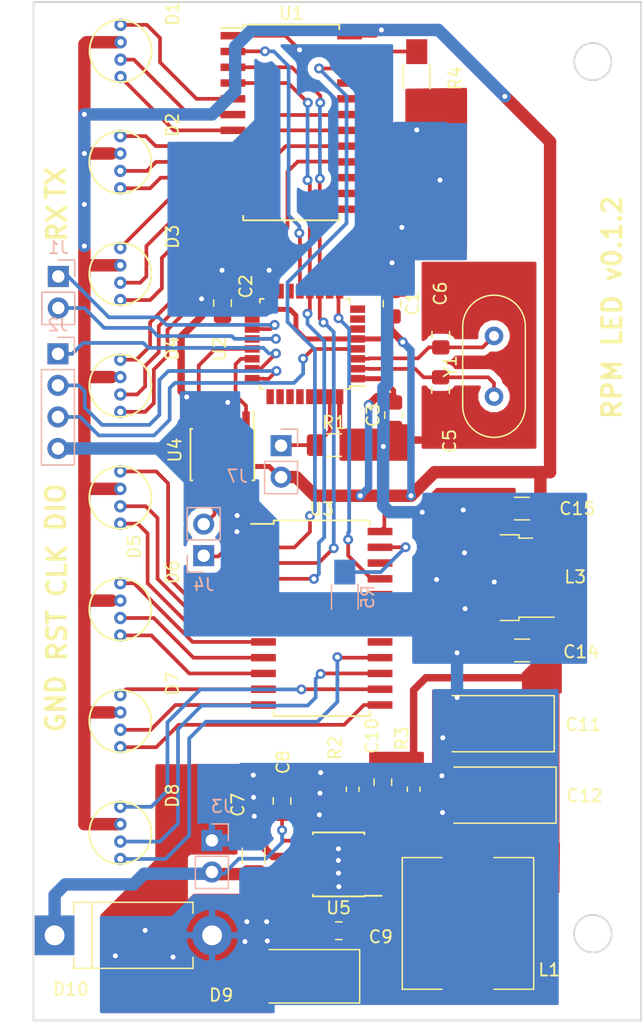
<source format=kicad_pcb>
(kicad_pcb (version 20171130) (host pcbnew 5.0.2-bee76a0~70~ubuntu18.10.1)

  (general
    (thickness 1.6)
    (drawings 13)
    (tracks 560)
    (zones 0)
    (modules 41)
    (nets 51)
  )

  (page A4)
  (layers
    (0 F.Cu signal)
    (31 B.Cu signal)
    (32 B.Adhes user)
    (33 F.Adhes user)
    (34 B.Paste user)
    (35 F.Paste user)
    (36 B.SilkS user)
    (37 F.SilkS user)
    (38 B.Mask user)
    (39 F.Mask user)
    (40 Dwgs.User user)
    (41 Cmts.User user)
    (42 Eco1.User user)
    (43 Eco2.User user)
    (44 Edge.Cuts user)
    (45 Margin user)
    (46 B.CrtYd user)
    (47 F.CrtYd user)
    (48 B.Fab user)
    (49 F.Fab user)
  )

  (setup
    (last_trace_width 0.3)
    (trace_clearance 0.2)
    (zone_clearance 0.508)
    (zone_45_only no)
    (trace_min 0.2)
    (segment_width 0.2)
    (edge_width 0.15)
    (via_size 0.8)
    (via_drill 0.4)
    (via_min_size 0.4)
    (via_min_drill 0.3)
    (uvia_size 0.3)
    (uvia_drill 0.1)
    (uvias_allowed no)
    (uvia_min_size 0.2)
    (uvia_min_drill 0.1)
    (pcb_text_width 0.3)
    (pcb_text_size 1.5 1.5)
    (mod_edge_width 0.15)
    (mod_text_size 1 1)
    (mod_text_width 0.15)
    (pad_size 1.524 1.524)
    (pad_drill 0.762)
    (pad_to_mask_clearance 0.2)
    (solder_mask_min_width 0.25)
    (aux_axis_origin 0 0)
    (visible_elements 7FFFFFFF)
    (pcbplotparams
      (layerselection 0x010f0_ffffffff)
      (usegerberextensions false)
      (usegerberattributes true)
      (usegerberadvancedattributes false)
      (creategerberjobfile false)
      (excludeedgelayer false)
      (linewidth 0.150000)
      (plotframeref false)
      (viasonmask false)
      (mode 1)
      (useauxorigin true)
      (hpglpennumber 1)
      (hpglpenspeed 20)
      (hpglpendiameter 15.000000)
      (psnegative false)
      (psa4output false)
      (plotreference true)
      (plotvalue true)
      (plotinvisibletext false)
      (padsonsilk false)
      (subtractmaskfromsilk false)
      (outputformat 1)
      (mirror false)
      (drillshape 0)
      (scaleselection 1)
      (outputdirectory "pdf/"))
  )

  (net 0 "")
  (net 1 G0)
  (net 2 R0)
  (net 3 VDD)
  (net 4 R1)
  (net 5 G1)
  (net 6 G2)
  (net 7 R2)
  (net 8 R3)
  (net 9 G3)
  (net 10 G4)
  (net 11 R4)
  (net 12 B0)
  (net 13 B1)
  (net 14 B2)
  (net 15 B3)
  (net 16 B4)
  (net 17 B5)
  (net 18 G5)
  (net 19 R5)
  (net 20 R6)
  (net 21 G6)
  (net 22 B6)
  (net 23 B7)
  (net 24 G7)
  (net 25 R7)
  (net 26 "Net-(U1-Pad22)")
  (net 27 GND)
  (net 28 PWM)
  (net 29 Latch)
  (net 30 SCK)
  (net 31 MOSI)
  (net 32 OSC_IN)
  (net 33 OSC_OUT)
  (net 34 USART_RX_FW)
  (net 35 USART_TX_FW)
  (net 36 NRST)
  (net 37 SW_CLK)
  (net 38 SW_DIO)
  (net 39 "Net-(J4-Pad2)")
  (net 40 "Net-(J4-Pad1)")
  (net 41 BOOT0)
  (net 42 CAN_TX)
  (net 43 CAN_RX)
  (net 44 "Net-(C7-Pad1)")
  (net 45 "Net-(C9-Pad1)")
  (net 46 "Net-(C10-Pad2)")
  (net 47 "Net-(C10-Pad1)")
  (net 48 "Net-(C9-Pad2)")
  (net 49 "Net-(R4-Pad2)")
  (net 50 "Net-(R5-Pad2)")

  (net_class Default "Это класс цепей по умолчанию."
    (clearance 0.2)
    (trace_width 0.3)
    (via_dia 0.8)
    (via_drill 0.4)
    (uvia_dia 0.3)
    (uvia_drill 0.1)
    (add_net BOOT0)
    (add_net CAN_RX)
    (add_net CAN_TX)
    (add_net GND)
    (add_net Latch)
    (add_net MOSI)
    (add_net NRST)
    (add_net "Net-(C10-Pad1)")
    (add_net "Net-(C10-Pad2)")
    (add_net "Net-(C7-Pad1)")
    (add_net "Net-(C9-Pad1)")
    (add_net "Net-(C9-Pad2)")
    (add_net "Net-(J4-Pad1)")
    (add_net "Net-(J4-Pad2)")
    (add_net "Net-(R4-Pad2)")
    (add_net "Net-(R5-Pad2)")
    (add_net OSC_IN)
    (add_net OSC_OUT)
    (add_net PWM)
    (add_net SCK)
    (add_net SW_CLK)
    (add_net SW_DIO)
    (add_net USART_RX_FW)
    (add_net USART_TX_FW)
    (add_net VDD)
  )

  (net_class LED ""
    (clearance 0.4)
    (trace_width 0.3)
    (via_dia 0.8)
    (via_drill 0.4)
    (uvia_dia 0.3)
    (uvia_drill 0.1)
    (add_net B0)
    (add_net B1)
    (add_net B2)
    (add_net B3)
    (add_net B4)
    (add_net B5)
    (add_net B6)
    (add_net B7)
    (add_net G0)
    (add_net G1)
    (add_net G2)
    (add_net G3)
    (add_net G4)
    (add_net G5)
    (add_net G6)
    (add_net G7)
    (add_net "Net-(U1-Pad22)")
    (add_net R0)
    (add_net R1)
    (add_net R2)
    (add_net R3)
    (add_net R4)
    (add_net R5)
    (add_net R6)
    (add_net R7)
  )

  (module Capacitor_SMD:C_1206_3216Metric_Pad1.42x1.75mm_HandSolder (layer F.Cu) (tedit 5B301BBE) (tstamp 5C0A6E9B)
    (at 113.74 146.7325 90)
    (descr "Capacitor SMD 1206 (3216 Metric), square (rectangular) end terminal, IPC_7351 nominal with elongated pad for handsoldering. (Body size source: http://www.tortai-tech.com/upload/download/2011102023233369053.pdf), generated with kicad-footprint-generator")
    (tags "capacitor handsolder")
    (path /5BF1D835)
    (attr smd)
    (fp_text reference C7 (at 4.0925 -1.26 90) (layer F.SilkS)
      (effects (font (size 1 1) (thickness 0.15)))
    )
    (fp_text value C_Small (at 0 1.82 90) (layer F.Fab)
      (effects (font (size 1 1) (thickness 0.15)))
    )
    (fp_line (start -1.6 0.8) (end -1.6 -0.8) (layer F.Fab) (width 0.1))
    (fp_line (start -1.6 -0.8) (end 1.6 -0.8) (layer F.Fab) (width 0.1))
    (fp_line (start 1.6 -0.8) (end 1.6 0.8) (layer F.Fab) (width 0.1))
    (fp_line (start 1.6 0.8) (end -1.6 0.8) (layer F.Fab) (width 0.1))
    (fp_line (start -0.602064 -0.91) (end 0.602064 -0.91) (layer F.SilkS) (width 0.12))
    (fp_line (start -0.602064 0.91) (end 0.602064 0.91) (layer F.SilkS) (width 0.12))
    (fp_line (start -2.45 1.12) (end -2.45 -1.12) (layer F.CrtYd) (width 0.05))
    (fp_line (start -2.45 -1.12) (end 2.45 -1.12) (layer F.CrtYd) (width 0.05))
    (fp_line (start 2.45 -1.12) (end 2.45 1.12) (layer F.CrtYd) (width 0.05))
    (fp_line (start 2.45 1.12) (end -2.45 1.12) (layer F.CrtYd) (width 0.05))
    (fp_text user %R (at 0 0 90) (layer F.Fab)
      (effects (font (size 0.8 0.8) (thickness 0.12)))
    )
    (pad 1 smd roundrect (at -1.4875 0 90) (size 1.425 1.75) (layers F.Cu F.Paste F.Mask) (roundrect_rratio 0.175439)
      (net 44 "Net-(C7-Pad1)"))
    (pad 2 smd roundrect (at 1.4875 0 90) (size 1.425 1.75) (layers F.Cu F.Paste F.Mask) (roundrect_rratio 0.175439)
      (net 27 GND))
    (model ${KISYS3DMOD}/Capacitor_SMD.3dshapes/C_1206_3216Metric.wrl
      (at (xyz 0 0 0))
      (scale (xyz 1 1 1))
      (rotate (xyz 0 0 0))
    )
  )

  (module Capacitor_Tantalum_SMD:CP_EIA-7343-31_Kemet-D_Pad2.25x2.55mm_HandSolder (layer F.Cu) (tedit 5B301BBE) (tstamp 5C0A901C)
    (at 133.4 136.11 180)
    (descr "Tantalum Capacitor SMD Kemet-D (7343-31 Metric), IPC_7351 nominal, (Body size from: http://www.kemet.com/Lists/ProductCatalog/Attachments/253/KEM_TC101_STD.pdf), generated with kicad-footprint-generator")
    (tags "capacitor tantalum")
    (path /5BF1D80E)
    (attr smd)
    (fp_text reference C11 (at -6.94 -0.07 180) (layer F.SilkS)
      (effects (font (size 1 1) (thickness 0.15)))
    )
    (fp_text value C_Small (at 0 3.1 180) (layer F.Fab)
      (effects (font (size 1 1) (thickness 0.15)))
    )
    (fp_text user %R (at 0 0 180) (layer F.Fab)
      (effects (font (size 1 1) (thickness 0.15)))
    )
    (fp_line (start 4.58 2.4) (end -4.58 2.4) (layer F.CrtYd) (width 0.05))
    (fp_line (start 4.58 -2.4) (end 4.58 2.4) (layer F.CrtYd) (width 0.05))
    (fp_line (start -4.58 -2.4) (end 4.58 -2.4) (layer F.CrtYd) (width 0.05))
    (fp_line (start -4.58 2.4) (end -4.58 -2.4) (layer F.CrtYd) (width 0.05))
    (fp_line (start -4.585 2.26) (end 3.65 2.26) (layer F.SilkS) (width 0.12))
    (fp_line (start -4.585 -2.26) (end -4.585 2.26) (layer F.SilkS) (width 0.12))
    (fp_line (start 3.65 -2.26) (end -4.585 -2.26) (layer F.SilkS) (width 0.12))
    (fp_line (start 3.65 2.15) (end 3.65 -2.15) (layer F.Fab) (width 0.1))
    (fp_line (start -3.65 2.15) (end 3.65 2.15) (layer F.Fab) (width 0.1))
    (fp_line (start -3.65 -1.15) (end -3.65 2.15) (layer F.Fab) (width 0.1))
    (fp_line (start -2.65 -2.15) (end -3.65 -1.15) (layer F.Fab) (width 0.1))
    (fp_line (start 3.65 -2.15) (end -2.65 -2.15) (layer F.Fab) (width 0.1))
    (pad 2 smd roundrect (at 3.2 0 180) (size 2.25 2.55) (layers F.Cu F.Paste F.Mask) (roundrect_rratio 0.111111)
      (net 27 GND))
    (pad 1 smd roundrect (at -3.2 0 180) (size 2.25 2.55) (layers F.Cu F.Paste F.Mask) (roundrect_rratio 0.111111)
      (net 47 "Net-(C10-Pad1)"))
    (model ${KISYS3DMOD}/Capacitor_Tantalum_SMD.3dshapes/CP_EIA-7343-31_Kemet-D.wrl
      (at (xyz 0 0 0))
      (scale (xyz 1 1 1))
      (rotate (xyz 0 0 0))
    )
  )

  (module Capacitor_Tantalum_SMD:CP_EIA-7343-31_Kemet-D_Pad2.25x2.55mm_HandSolder (layer F.Cu) (tedit 5B301BBE) (tstamp 5C0A9052)
    (at 133.55 141.86 180)
    (descr "Tantalum Capacitor SMD Kemet-D (7343-31 Metric), IPC_7351 nominal, (Body size from: http://www.kemet.com/Lists/ProductCatalog/Attachments/253/KEM_TC101_STD.pdf), generated with kicad-footprint-generator")
    (tags "capacitor tantalum")
    (path /5BF1D815)
    (attr smd)
    (fp_text reference C12 (at -6.87 -0.05 180) (layer F.SilkS)
      (effects (font (size 1 1) (thickness 0.15)))
    )
    (fp_text value C_Small (at 0 3.1 180) (layer F.Fab)
      (effects (font (size 1 1) (thickness 0.15)))
    )
    (fp_line (start 3.65 -2.15) (end -2.65 -2.15) (layer F.Fab) (width 0.1))
    (fp_line (start -2.65 -2.15) (end -3.65 -1.15) (layer F.Fab) (width 0.1))
    (fp_line (start -3.65 -1.15) (end -3.65 2.15) (layer F.Fab) (width 0.1))
    (fp_line (start -3.65 2.15) (end 3.65 2.15) (layer F.Fab) (width 0.1))
    (fp_line (start 3.65 2.15) (end 3.65 -2.15) (layer F.Fab) (width 0.1))
    (fp_line (start 3.65 -2.26) (end -4.585 -2.26) (layer F.SilkS) (width 0.12))
    (fp_line (start -4.585 -2.26) (end -4.585 2.26) (layer F.SilkS) (width 0.12))
    (fp_line (start -4.585 2.26) (end 3.65 2.26) (layer F.SilkS) (width 0.12))
    (fp_line (start -4.58 2.4) (end -4.58 -2.4) (layer F.CrtYd) (width 0.05))
    (fp_line (start -4.58 -2.4) (end 4.58 -2.4) (layer F.CrtYd) (width 0.05))
    (fp_line (start 4.58 -2.4) (end 4.58 2.4) (layer F.CrtYd) (width 0.05))
    (fp_line (start 4.58 2.4) (end -4.58 2.4) (layer F.CrtYd) (width 0.05))
    (fp_text user %R (at 0 0 180) (layer F.Fab)
      (effects (font (size 1 1) (thickness 0.15)))
    )
    (pad 1 smd roundrect (at -3.2 0 180) (size 2.25 2.55) (layers F.Cu F.Paste F.Mask) (roundrect_rratio 0.111111)
      (net 47 "Net-(C10-Pad1)"))
    (pad 2 smd roundrect (at 3.2 0 180) (size 2.25 2.55) (layers F.Cu F.Paste F.Mask) (roundrect_rratio 0.111111)
      (net 27 GND))
    (model ${KISYS3DMOD}/Capacitor_Tantalum_SMD.3dshapes/CP_EIA-7343-31_Kemet-D.wrl
      (at (xyz 0 0 0))
      (scale (xyz 1 1 1))
      (rotate (xyz 0 0 0))
    )
  )

  (module Capacitor_SMD:C_1206_3216Metric_Pad1.42x1.75mm_HandSolder (layer F.Cu) (tedit 5B301BBE) (tstamp 5C0A6F05)
    (at 135.4025 130.21 180)
    (descr "Capacitor SMD 1206 (3216 Metric), square (rectangular) end terminal, IPC_7351 nominal with elongated pad for handsoldering. (Body size source: http://www.tortai-tech.com/upload/download/2011102023233369053.pdf), generated with kicad-footprint-generator")
    (tags "capacitor handsolder")
    (path /5BF1D877)
    (attr smd)
    (fp_text reference C14 (at -4.7475 -0.11 180) (layer F.SilkS)
      (effects (font (size 1 1) (thickness 0.15)))
    )
    (fp_text value C_Small (at 0 1.82 180) (layer F.Fab)
      (effects (font (size 1 1) (thickness 0.15)))
    )
    (fp_text user %R (at 0 0 180) (layer F.Fab)
      (effects (font (size 0.8 0.8) (thickness 0.12)))
    )
    (fp_line (start 2.45 1.12) (end -2.45 1.12) (layer F.CrtYd) (width 0.05))
    (fp_line (start 2.45 -1.12) (end 2.45 1.12) (layer F.CrtYd) (width 0.05))
    (fp_line (start -2.45 -1.12) (end 2.45 -1.12) (layer F.CrtYd) (width 0.05))
    (fp_line (start -2.45 1.12) (end -2.45 -1.12) (layer F.CrtYd) (width 0.05))
    (fp_line (start -0.602064 0.91) (end 0.602064 0.91) (layer F.SilkS) (width 0.12))
    (fp_line (start -0.602064 -0.91) (end 0.602064 -0.91) (layer F.SilkS) (width 0.12))
    (fp_line (start 1.6 0.8) (end -1.6 0.8) (layer F.Fab) (width 0.1))
    (fp_line (start 1.6 -0.8) (end 1.6 0.8) (layer F.Fab) (width 0.1))
    (fp_line (start -1.6 -0.8) (end 1.6 -0.8) (layer F.Fab) (width 0.1))
    (fp_line (start -1.6 0.8) (end -1.6 -0.8) (layer F.Fab) (width 0.1))
    (pad 2 smd roundrect (at 1.4875 0 180) (size 1.425 1.75) (layers F.Cu F.Paste F.Mask) (roundrect_rratio 0.175439)
      (net 27 GND))
    (pad 1 smd roundrect (at -1.4875 0 180) (size 1.425 1.75) (layers F.Cu F.Paste F.Mask) (roundrect_rratio 0.175439)
      (net 47 "Net-(C10-Pad1)"))
    (model ${KISYS3DMOD}/Capacitor_SMD.3dshapes/C_1206_3216Metric.wrl
      (at (xyz 0 0 0))
      (scale (xyz 1 1 1))
      (rotate (xyz 0 0 0))
    )
  )

  (module Capacitor_SMD:C_1206_3216Metric_Pad1.42x1.75mm_HandSolder (layer F.Cu) (tedit 5B301BBE) (tstamp 5C0A6F16)
    (at 135.3825 118.79 180)
    (descr "Capacitor SMD 1206 (3216 Metric), square (rectangular) end terminal, IPC_7351 nominal with elongated pad for handsoldering. (Body size source: http://www.tortai-tech.com/upload/download/2011102023233369053.pdf), generated with kicad-footprint-generator")
    (tags "capacitor handsolder")
    (path /5BF1D87E)
    (attr smd)
    (fp_text reference C15 (at -4.4575 0 180) (layer F.SilkS)
      (effects (font (size 1 1) (thickness 0.15)))
    )
    (fp_text value C_Small (at 0 1.82 180) (layer F.Fab)
      (effects (font (size 1 1) (thickness 0.15)))
    )
    (fp_line (start -1.6 0.8) (end -1.6 -0.8) (layer F.Fab) (width 0.1))
    (fp_line (start -1.6 -0.8) (end 1.6 -0.8) (layer F.Fab) (width 0.1))
    (fp_line (start 1.6 -0.8) (end 1.6 0.8) (layer F.Fab) (width 0.1))
    (fp_line (start 1.6 0.8) (end -1.6 0.8) (layer F.Fab) (width 0.1))
    (fp_line (start -0.602064 -0.91) (end 0.602064 -0.91) (layer F.SilkS) (width 0.12))
    (fp_line (start -0.602064 0.91) (end 0.602064 0.91) (layer F.SilkS) (width 0.12))
    (fp_line (start -2.45 1.12) (end -2.45 -1.12) (layer F.CrtYd) (width 0.05))
    (fp_line (start -2.45 -1.12) (end 2.45 -1.12) (layer F.CrtYd) (width 0.05))
    (fp_line (start 2.45 -1.12) (end 2.45 1.12) (layer F.CrtYd) (width 0.05))
    (fp_line (start 2.45 1.12) (end -2.45 1.12) (layer F.CrtYd) (width 0.05))
    (fp_text user %R (at 0 0 180) (layer F.Fab)
      (effects (font (size 0.8 0.8) (thickness 0.12)))
    )
    (pad 1 smd roundrect (at -1.4875 0 180) (size 1.425 1.75) (layers F.Cu F.Paste F.Mask) (roundrect_rratio 0.175439)
      (net 3 VDD))
    (pad 2 smd roundrect (at 1.4875 0 180) (size 1.425 1.75) (layers F.Cu F.Paste F.Mask) (roundrect_rratio 0.175439)
      (net 27 GND))
    (model ${KISYS3DMOD}/Capacitor_SMD.3dshapes/C_1206_3216Metric.wrl
      (at (xyz 0 0 0))
      (scale (xyz 1 1 1))
      (rotate (xyz 0 0 0))
    )
  )

  (module Diode_SMD:D_SMB_Handsoldering (layer F.Cu) (tedit 590B3D55) (tstamp 5C0A6F2E)
    (at 117.7 156.45 180)
    (descr "Diode SMB (DO-214AA) Handsoldering")
    (tags "Diode SMB (DO-214AA) Handsoldering")
    (path /5BF1D82A)
    (attr smd)
    (fp_text reference D9 (at 6.57 -1.52 180) (layer F.SilkS)
      (effects (font (size 1 1) (thickness 0.15)))
    )
    (fp_text value D (at 0 3 180) (layer F.Fab)
      (effects (font (size 1 1) (thickness 0.15)))
    )
    (fp_text user %R (at 0 -3 180) (layer F.Fab)
      (effects (font (size 1 1) (thickness 0.15)))
    )
    (fp_line (start -4.6 -2.15) (end -4.6 2.15) (layer F.SilkS) (width 0.12))
    (fp_line (start 2.3 2) (end -2.3 2) (layer F.Fab) (width 0.1))
    (fp_line (start -2.3 2) (end -2.3 -2) (layer F.Fab) (width 0.1))
    (fp_line (start 2.3 -2) (end 2.3 2) (layer F.Fab) (width 0.1))
    (fp_line (start 2.3 -2) (end -2.3 -2) (layer F.Fab) (width 0.1))
    (fp_line (start -4.7 -2.25) (end 4.7 -2.25) (layer F.CrtYd) (width 0.05))
    (fp_line (start 4.7 -2.25) (end 4.7 2.25) (layer F.CrtYd) (width 0.05))
    (fp_line (start 4.7 2.25) (end -4.7 2.25) (layer F.CrtYd) (width 0.05))
    (fp_line (start -4.7 2.25) (end -4.7 -2.25) (layer F.CrtYd) (width 0.05))
    (fp_line (start -0.64944 0.00102) (end -1.55114 0.00102) (layer F.Fab) (width 0.1))
    (fp_line (start 0.50118 0.00102) (end 1.4994 0.00102) (layer F.Fab) (width 0.1))
    (fp_line (start -0.64944 -0.79908) (end -0.64944 0.80112) (layer F.Fab) (width 0.1))
    (fp_line (start 0.50118 0.75032) (end 0.50118 -0.79908) (layer F.Fab) (width 0.1))
    (fp_line (start -0.64944 0.00102) (end 0.50118 0.75032) (layer F.Fab) (width 0.1))
    (fp_line (start -0.64944 0.00102) (end 0.50118 -0.79908) (layer F.Fab) (width 0.1))
    (fp_line (start -4.6 2.15) (end 2.7 2.15) (layer F.SilkS) (width 0.12))
    (fp_line (start -4.6 -2.15) (end 2.7 -2.15) (layer F.SilkS) (width 0.12))
    (pad 1 smd rect (at -2.7 0 180) (size 3.5 2.3) (layers F.Cu F.Paste F.Mask)
      (net 48 "Net-(C9-Pad2)"))
    (pad 2 smd rect (at 2.7 0 180) (size 3.5 2.3) (layers F.Cu F.Paste F.Mask)
      (net 27 GND))
    (model ${KISYS3DMOD}/Diode_SMD.3dshapes/D_SMB.wrl
      (at (xyz 0 0 0))
      (scale (xyz 1 1 1))
      (rotate (xyz 0 0 0))
    )
  )

  (module Connector_PinHeader_2.54mm:PinHeader_1x04_P2.54mm_Vertical (layer B.Cu) (tedit 59FED5CC) (tstamp 5C0A6F46)
    (at 97.97 106.33 180)
    (descr "Through hole straight pin header, 1x04, 2.54mm pitch, single row")
    (tags "Through hole pin header THT 1x04 2.54mm single row")
    (path /5BEFED92)
    (fp_text reference J2 (at 0 2.33 180) (layer B.SilkS)
      (effects (font (size 1 1) (thickness 0.15)) (justify mirror))
    )
    (fp_text value Conn_01x04 (at 0 -9.95 180) (layer B.Fab)
      (effects (font (size 1 1) (thickness 0.15)) (justify mirror))
    )
    (fp_line (start -0.635 1.27) (end 1.27 1.27) (layer B.Fab) (width 0.1))
    (fp_line (start 1.27 1.27) (end 1.27 -8.89) (layer B.Fab) (width 0.1))
    (fp_line (start 1.27 -8.89) (end -1.27 -8.89) (layer B.Fab) (width 0.1))
    (fp_line (start -1.27 -8.89) (end -1.27 0.635) (layer B.Fab) (width 0.1))
    (fp_line (start -1.27 0.635) (end -0.635 1.27) (layer B.Fab) (width 0.1))
    (fp_line (start -1.33 -8.95) (end 1.33 -8.95) (layer B.SilkS) (width 0.12))
    (fp_line (start -1.33 -1.27) (end -1.33 -8.95) (layer B.SilkS) (width 0.12))
    (fp_line (start 1.33 -1.27) (end 1.33 -8.95) (layer B.SilkS) (width 0.12))
    (fp_line (start -1.33 -1.27) (end 1.33 -1.27) (layer B.SilkS) (width 0.12))
    (fp_line (start -1.33 0) (end -1.33 1.33) (layer B.SilkS) (width 0.12))
    (fp_line (start -1.33 1.33) (end 0 1.33) (layer B.SilkS) (width 0.12))
    (fp_line (start -1.8 1.8) (end -1.8 -9.4) (layer B.CrtYd) (width 0.05))
    (fp_line (start -1.8 -9.4) (end 1.8 -9.4) (layer B.CrtYd) (width 0.05))
    (fp_line (start 1.8 -9.4) (end 1.8 1.8) (layer B.CrtYd) (width 0.05))
    (fp_line (start 1.8 1.8) (end -1.8 1.8) (layer B.CrtYd) (width 0.05))
    (fp_text user %R (at 0 -3.81 90) (layer B.Fab)
      (effects (font (size 1 1) (thickness 0.15)) (justify mirror))
    )
    (pad 1 thru_hole rect (at 0 0 180) (size 1.7 1.7) (drill 1) (layers *.Cu *.Mask)
      (net 38 SW_DIO))
    (pad 2 thru_hole oval (at 0 -2.54 180) (size 1.7 1.7) (drill 1) (layers *.Cu *.Mask)
      (net 37 SW_CLK))
    (pad 3 thru_hole oval (at 0 -5.08 180) (size 1.7 1.7) (drill 1) (layers *.Cu *.Mask)
      (net 36 NRST))
    (pad 4 thru_hole oval (at 0 -7.62 180) (size 1.7 1.7) (drill 1) (layers *.Cu *.Mask)
      (net 27 GND))
    (model ${KISYS3DMOD}/Connector_PinHeader_2.54mm.3dshapes/PinHeader_1x04_P2.54mm_Vertical.wrl
      (at (xyz 0 0 0))
      (scale (xyz 1 1 1))
      (rotate (xyz 0 0 0))
    )
  )

  (module Package_TO_SOT_SMD:TO-252-3_TabPin2 (layer F.Cu) (tedit 5A70F30B) (tstamp 5C0A6F98)
    (at 132.67 124.35 180)
    (descr "TO-252 / DPAK SMD package, http://www.infineon.com/cms/en/product/packages/PG-TO252/PG-TO252-3-1/")
    (tags "DPAK TO-252 DPAK-3 TO-252-3 SOT-428")
    (path /5BF1D870)
    (attr smd)
    (fp_text reference L3 (at -7.01 0.06 180) (layer F.SilkS)
      (effects (font (size 1 1) (thickness 0.15)))
    )
    (fp_text value LDO (at 0 4.5 180) (layer F.Fab)
      (effects (font (size 1 1) (thickness 0.15)))
    )
    (fp_line (start 3.95 -2.7) (end 4.95 -2.7) (layer F.Fab) (width 0.1))
    (fp_line (start 4.95 -2.7) (end 4.95 2.7) (layer F.Fab) (width 0.1))
    (fp_line (start 4.95 2.7) (end 3.95 2.7) (layer F.Fab) (width 0.1))
    (fp_line (start 3.95 -3.25) (end 3.95 3.25) (layer F.Fab) (width 0.1))
    (fp_line (start 3.95 3.25) (end -2.27 3.25) (layer F.Fab) (width 0.1))
    (fp_line (start -2.27 3.25) (end -2.27 -2.25) (layer F.Fab) (width 0.1))
    (fp_line (start -2.27 -2.25) (end -1.27 -3.25) (layer F.Fab) (width 0.1))
    (fp_line (start -1.27 -3.25) (end 3.95 -3.25) (layer F.Fab) (width 0.1))
    (fp_line (start -1.865 -2.655) (end -4.97 -2.655) (layer F.Fab) (width 0.1))
    (fp_line (start -4.97 -2.655) (end -4.97 -1.905) (layer F.Fab) (width 0.1))
    (fp_line (start -4.97 -1.905) (end -2.27 -1.905) (layer F.Fab) (width 0.1))
    (fp_line (start -2.27 -0.375) (end -4.97 -0.375) (layer F.Fab) (width 0.1))
    (fp_line (start -4.97 -0.375) (end -4.97 0.375) (layer F.Fab) (width 0.1))
    (fp_line (start -4.97 0.375) (end -2.27 0.375) (layer F.Fab) (width 0.1))
    (fp_line (start -2.27 1.905) (end -4.97 1.905) (layer F.Fab) (width 0.1))
    (fp_line (start -4.97 1.905) (end -4.97 2.655) (layer F.Fab) (width 0.1))
    (fp_line (start -4.97 2.655) (end -2.27 2.655) (layer F.Fab) (width 0.1))
    (fp_line (start -0.97 -3.45) (end -2.47 -3.45) (layer F.SilkS) (width 0.12))
    (fp_line (start -2.47 -3.45) (end -2.47 -3.18) (layer F.SilkS) (width 0.12))
    (fp_line (start -2.47 -3.18) (end -5.3 -3.18) (layer F.SilkS) (width 0.12))
    (fp_line (start -0.97 3.45) (end -2.47 3.45) (layer F.SilkS) (width 0.12))
    (fp_line (start -2.47 3.45) (end -2.47 3.18) (layer F.SilkS) (width 0.12))
    (fp_line (start -2.47 3.18) (end -3.57 3.18) (layer F.SilkS) (width 0.12))
    (fp_line (start -5.55 -3.5) (end -5.55 3.5) (layer F.CrtYd) (width 0.05))
    (fp_line (start -5.55 3.5) (end 5.55 3.5) (layer F.CrtYd) (width 0.05))
    (fp_line (start 5.55 3.5) (end 5.55 -3.5) (layer F.CrtYd) (width 0.05))
    (fp_line (start 5.55 -3.5) (end -5.55 -3.5) (layer F.CrtYd) (width 0.05))
    (fp_text user %R (at 0 0 180) (layer F.Fab)
      (effects (font (size 1 1) (thickness 0.15)))
    )
    (pad 1 smd rect (at -4.2 -2.28 180) (size 2.2 1.2) (layers F.Cu F.Paste F.Mask)
      (net 47 "Net-(C10-Pad1)"))
    (pad 2 smd rect (at -4.2 0 180) (size 2.2 1.2) (layers F.Cu F.Paste F.Mask)
      (net 27 GND))
    (pad 3 smd rect (at -4.2 2.28 180) (size 2.2 1.2) (layers F.Cu F.Paste F.Mask)
      (net 3 VDD))
    (pad 2 smd rect (at 2.1 0 180) (size 6.4 5.8) (layers F.Cu F.Mask)
      (net 27 GND))
    (pad "" smd rect (at 3.775 1.525 180) (size 3.05 2.75) (layers F.Paste))
    (pad "" smd rect (at 0.425 -1.525 180) (size 3.05 2.75) (layers F.Paste))
    (pad "" smd rect (at 3.775 -1.525 180) (size 3.05 2.75) (layers F.Paste))
    (pad "" smd rect (at 0.425 1.525 180) (size 3.05 2.75) (layers F.Paste))
    (model ${KISYS3DMOD}/Package_TO_SOT_SMD.3dshapes/TO-252-3_TabPin2.wrl
      (at (xyz 0 0 0))
      (scale (xyz 1 1 1))
      (rotate (xyz 0 0 0))
    )
  )

  (module Resistor_SMD:R_0603_1608Metric_Pad1.05x0.95mm_HandSolder (layer F.Cu) (tedit 5B301BBD) (tstamp 5C0A7E7D)
    (at 121.73 141.395 90)
    (descr "Resistor SMD 0603 (1608 Metric), square (rectangular) end terminal, IPC_7351 nominal with elongated pad for handsoldering. (Body size source: http://www.tortai-tech.com/upload/download/2011102023233369053.pdf), generated with kicad-footprint-generator")
    (tags "resistor handsolder")
    (path /5BF1D7EB)
    (attr smd)
    (fp_text reference R2 (at 3.335 -1.42 90) (layer F.SilkS)
      (effects (font (size 1 1) (thickness 0.15)))
    )
    (fp_text value R_Small (at 0 1.43 90) (layer F.Fab)
      (effects (font (size 1 1) (thickness 0.15)))
    )
    (fp_text user %R (at 0 0 90) (layer F.Fab)
      (effects (font (size 0.4 0.4) (thickness 0.06)))
    )
    (fp_line (start 1.65 0.73) (end -1.65 0.73) (layer F.CrtYd) (width 0.05))
    (fp_line (start 1.65 -0.73) (end 1.65 0.73) (layer F.CrtYd) (width 0.05))
    (fp_line (start -1.65 -0.73) (end 1.65 -0.73) (layer F.CrtYd) (width 0.05))
    (fp_line (start -1.65 0.73) (end -1.65 -0.73) (layer F.CrtYd) (width 0.05))
    (fp_line (start -0.171267 0.51) (end 0.171267 0.51) (layer F.SilkS) (width 0.12))
    (fp_line (start -0.171267 -0.51) (end 0.171267 -0.51) (layer F.SilkS) (width 0.12))
    (fp_line (start 0.8 0.4) (end -0.8 0.4) (layer F.Fab) (width 0.1))
    (fp_line (start 0.8 -0.4) (end 0.8 0.4) (layer F.Fab) (width 0.1))
    (fp_line (start -0.8 -0.4) (end 0.8 -0.4) (layer F.Fab) (width 0.1))
    (fp_line (start -0.8 0.4) (end -0.8 -0.4) (layer F.Fab) (width 0.1))
    (pad 2 smd roundrect (at 0.875 0 90) (size 1.05 0.95) (layers F.Cu F.Paste F.Mask) (roundrect_rratio 0.25)
      (net 27 GND))
    (pad 1 smd roundrect (at -0.875 0 90) (size 1.05 0.95) (layers F.Cu F.Paste F.Mask) (roundrect_rratio 0.25)
      (net 46 "Net-(C10-Pad2)"))
    (model ${KISYS3DMOD}/Resistor_SMD.3dshapes/R_0603_1608Metric.wrl
      (at (xyz 0 0 0))
      (scale (xyz 1 1 1))
      (rotate (xyz 0 0 0))
    )
  )

  (module Resistor_SMD:R_0603_1608Metric_Pad1.05x0.95mm_HandSolder (layer F.Cu) (tedit 5B301BBD) (tstamp 5C0A6FBA)
    (at 126.65 141.385 270)
    (descr "Resistor SMD 0603 (1608 Metric), square (rectangular) end terminal, IPC_7351 nominal with elongated pad for handsoldering. (Body size source: http://www.tortai-tech.com/upload/download/2011102023233369053.pdf), generated with kicad-footprint-generator")
    (tags "resistor handsolder")
    (path /5BF1D7E4)
    (attr smd)
    (fp_text reference R3 (at -4.095 0.95 270) (layer F.SilkS)
      (effects (font (size 1 1) (thickness 0.15)))
    )
    (fp_text value R_Small (at 0 1.43 270) (layer F.Fab)
      (effects (font (size 1 1) (thickness 0.15)))
    )
    (fp_line (start -0.8 0.4) (end -0.8 -0.4) (layer F.Fab) (width 0.1))
    (fp_line (start -0.8 -0.4) (end 0.8 -0.4) (layer F.Fab) (width 0.1))
    (fp_line (start 0.8 -0.4) (end 0.8 0.4) (layer F.Fab) (width 0.1))
    (fp_line (start 0.8 0.4) (end -0.8 0.4) (layer F.Fab) (width 0.1))
    (fp_line (start -0.171267 -0.51) (end 0.171267 -0.51) (layer F.SilkS) (width 0.12))
    (fp_line (start -0.171267 0.51) (end 0.171267 0.51) (layer F.SilkS) (width 0.12))
    (fp_line (start -1.65 0.73) (end -1.65 -0.73) (layer F.CrtYd) (width 0.05))
    (fp_line (start -1.65 -0.73) (end 1.65 -0.73) (layer F.CrtYd) (width 0.05))
    (fp_line (start 1.65 -0.73) (end 1.65 0.73) (layer F.CrtYd) (width 0.05))
    (fp_line (start 1.65 0.73) (end -1.65 0.73) (layer F.CrtYd) (width 0.05))
    (fp_text user %R (at 0 0 270) (layer F.Fab)
      (effects (font (size 0.4 0.4) (thickness 0.06)))
    )
    (pad 1 smd roundrect (at -0.875 0 270) (size 1.05 0.95) (layers F.Cu F.Paste F.Mask) (roundrect_rratio 0.25)
      (net 47 "Net-(C10-Pad1)"))
    (pad 2 smd roundrect (at 0.875 0 270) (size 1.05 0.95) (layers F.Cu F.Paste F.Mask) (roundrect_rratio 0.25)
      (net 46 "Net-(C10-Pad2)"))
    (model ${KISYS3DMOD}/Resistor_SMD.3dshapes/R_0603_1608Metric.wrl
      (at (xyz 0 0 0))
      (scale (xyz 1 1 1))
      (rotate (xyz 0 0 0))
    )
  )

  (module Package_SO:SOIC-8-1EP_3.9x4.9mm_P1.27mm_EP2.35x2.35mm (layer F.Cu) (tedit 5A65EC84) (tstamp 5C0A7015)
    (at 120.6 147.44 180)
    (descr "8-Lead Thermally Enhanced Plastic Small Outline (SE) - Narrow, 3.90 mm Body [SOIC] (see Microchip Packaging Specification 00000049BS.pdf)")
    (tags "SOIC 1.27")
    (path /5BF1D797)
    (attr smd)
    (fp_text reference U5 (at 0 -3.5 180) (layer F.SilkS)
      (effects (font (size 1 1) (thickness 0.15)))
    )
    (fp_text value ST1S14PHR_MY (at 0 3.5 180) (layer F.Fab)
      (effects (font (size 1 1) (thickness 0.15)))
    )
    (fp_text user %R (at 0 0 180) (layer F.Fab)
      (effects (font (size 0.9 0.9) (thickness 0.135)))
    )
    (fp_line (start -0.95 -2.45) (end 1.95 -2.45) (layer F.Fab) (width 0.15))
    (fp_line (start 1.95 -2.45) (end 1.95 2.45) (layer F.Fab) (width 0.15))
    (fp_line (start 1.95 2.45) (end -1.95 2.45) (layer F.Fab) (width 0.15))
    (fp_line (start -1.95 2.45) (end -1.95 -1.45) (layer F.Fab) (width 0.15))
    (fp_line (start -1.95 -1.45) (end -0.95 -2.45) (layer F.Fab) (width 0.15))
    (fp_line (start -3.75 -2.75) (end -3.75 2.75) (layer F.CrtYd) (width 0.05))
    (fp_line (start 3.75 -2.75) (end 3.75 2.75) (layer F.CrtYd) (width 0.05))
    (fp_line (start -3.75 -2.75) (end 3.75 -2.75) (layer F.CrtYd) (width 0.05))
    (fp_line (start -3.75 2.75) (end 3.75 2.75) (layer F.CrtYd) (width 0.05))
    (fp_line (start -2.075 -2.575) (end -2.075 -2.525) (layer F.SilkS) (width 0.15))
    (fp_line (start 2.075 -2.575) (end 2.075 -2.43) (layer F.SilkS) (width 0.15))
    (fp_line (start 2.075 2.575) (end 2.075 2.43) (layer F.SilkS) (width 0.15))
    (fp_line (start -2.075 2.575) (end -2.075 2.43) (layer F.SilkS) (width 0.15))
    (fp_line (start -2.075 -2.575) (end 2.075 -2.575) (layer F.SilkS) (width 0.15))
    (fp_line (start -2.075 2.575) (end 2.075 2.575) (layer F.SilkS) (width 0.15))
    (fp_line (start -2.075 -2.525) (end -3.475 -2.525) (layer F.SilkS) (width 0.15))
    (pad 1 smd rect (at -2.7 -1.905 180) (size 1.55 0.6) (layers F.Cu F.Paste F.Mask)
      (net 45 "Net-(C9-Pad1)"))
    (pad 2 smd rect (at -2.7 -0.635 180) (size 1.55 0.6) (layers F.Cu F.Paste F.Mask))
    (pad 3 smd rect (at -2.7 0.635 180) (size 1.55 0.6) (layers F.Cu F.Paste F.Mask)
      (net 27 GND))
    (pad 4 smd rect (at -2.7 1.905 180) (size 1.55 0.6) (layers F.Cu F.Paste F.Mask)
      (net 46 "Net-(C10-Pad2)"))
    (pad 5 smd rect (at 2.7 1.905 180) (size 1.55 0.6) (layers F.Cu F.Paste F.Mask)
      (net 44 "Net-(C7-Pad1)"))
    (pad 6 smd rect (at 2.7 0.635 180) (size 1.55 0.6) (layers F.Cu F.Paste F.Mask)
      (net 27 GND))
    (pad 7 smd rect (at 2.7 -0.635 180) (size 1.55 0.6) (layers F.Cu F.Paste F.Mask)
      (net 44 "Net-(C7-Pad1)"))
    (pad 8 smd rect (at 2.7 -1.905 180) (size 1.55 0.6) (layers F.Cu F.Paste F.Mask)
      (net 48 "Net-(C9-Pad2)"))
    (pad "" smd rect (at 0.5875 0.5875 180) (size 0.95 0.95) (layers F.Paste))
    (pad 9 smd rect (at 0 0 180) (size 2.35 2.35) (layers F.Cu F.Mask)
      (net 27 GND))
    (pad "" smd rect (at -0.5875 0.5875 180) (size 0.95 0.95) (layers F.Paste))
    (pad "" smd rect (at -0.5875 -0.5875 180) (size 0.95 0.95) (layers F.Paste))
    (pad "" smd rect (at 0.5875 -0.5875 180) (size 0.95 0.95) (layers F.Paste))
    (model ${KISYS3DMOD}/Package_SO.3dshapes/SOIC-8-1EP_3.9x4.9mm_P1.27mm_EP2.35x2.35mm.wrl
      (at (xyz 0 0 0))
      (scale (xyz 1 1 1))
      (rotate (xyz 0 0 0))
    )
  )

  (module Inductor_SMD:L_10.4x10.4_H4.8 (layer F.Cu) (tedit 5990349B) (tstamp 5C0A846F)
    (at 131.03 152.19 90)
    (descr "Choke, SMD, 10.4x10.4mm 4.8mm height")
    (tags "Choke SMD")
    (path /5BF1D7DB)
    (attr smd)
    (fp_text reference L1 (at -3.74 6.55 180) (layer F.SilkS)
      (effects (font (size 1 1) (thickness 0.15)))
    )
    (fp_text value 22uH (at 0 6.35 90) (layer F.Fab)
      (effects (font (size 1 1) (thickness 0.15)))
    )
    (fp_text user %R (at 0 0 90) (layer F.Fab)
      (effects (font (size 1 1) (thickness 0.15)))
    )
    (fp_line (start 5.3 2.1) (end 5.3 5.3) (layer F.SilkS) (width 0.12))
    (fp_line (start 5.3 5.3) (end -5.3 5.3) (layer F.SilkS) (width 0.12))
    (fp_line (start -5.3 5.3) (end -5.3 2.1) (layer F.SilkS) (width 0.12))
    (fp_line (start -5.3 -2.1) (end -5.3 -5.3) (layer F.SilkS) (width 0.12))
    (fp_line (start -5.3 -5.3) (end 5.3 -5.3) (layer F.SilkS) (width 0.12))
    (fp_line (start 5.3 -5.3) (end 5.3 -2.1) (layer F.SilkS) (width 0.12))
    (fp_line (start -5.75 -5.45) (end -5.75 5.45) (layer F.CrtYd) (width 0.05))
    (fp_line (start -5.75 5.45) (end 5.75 5.45) (layer F.CrtYd) (width 0.05))
    (fp_line (start 5.75 5.45) (end 5.75 -5.45) (layer F.CrtYd) (width 0.05))
    (fp_line (start 5.75 -5.45) (end -5.75 -5.45) (layer F.CrtYd) (width 0.05))
    (fp_line (start 5.2 -5.2) (end 5.2 -2.1) (layer F.Fab) (width 0.1))
    (fp_line (start -5.2 -5.2) (end -5.2 -2.1) (layer F.Fab) (width 0.1))
    (fp_line (start 5.2 5.2) (end 5.2 2.1) (layer F.Fab) (width 0.1))
    (fp_line (start -5.2 5.2) (end -5.2 2.1) (layer F.Fab) (width 0.1))
    (fp_line (start -5.2 -5.2) (end 5.2 -5.2) (layer F.Fab) (width 0.1))
    (fp_line (start -5.2 5.2) (end 5.2 5.2) (layer F.Fab) (width 0.1))
    (fp_arc (start 0 0) (end 3.17 3.17) (angle 90) (layer F.Fab) (width 0.1))
    (fp_arc (start 0 0) (end -3.17 -3.17) (angle 90) (layer F.Fab) (width 0.1))
    (pad 1 smd rect (at -4.15 0 90) (size 2.7 3.6) (layers F.Cu F.Paste F.Mask)
      (net 48 "Net-(C9-Pad2)"))
    (pad 2 smd rect (at 4.15 0 90) (size 2.7 3.6) (layers F.Cu F.Paste F.Mask)
      (net 47 "Net-(C10-Pad1)"))
    (model ${KISYS3DMOD}/Inductor_SMD.3dshapes/L_10.4x10.4_H4.8.wrl
      (at (xyz 0 0 0))
      (scale (xyz 1 1 1))
      (rotate (xyz 0 0 0))
    )
  )

  (module Connector_PinHeader_2.54mm:PinHeader_1x02_P2.54mm_Vertical (layer B.Cu) (tedit 59FED5CC) (tstamp 5C0AA2BA)
    (at 110.38 145.51 180)
    (descr "Through hole straight pin header, 1x02, 2.54mm pitch, single row")
    (tags "Through hole pin header THT 1x02 2.54mm single row")
    (path /5BEFF8C5)
    (fp_text reference J3 (at -0.78 2.74 180) (layer B.SilkS)
      (effects (font (size 1 1) (thickness 0.15)) (justify mirror))
    )
    (fp_text value Conn_01x02 (at 0 -4.87 180) (layer B.Fab)
      (effects (font (size 1 1) (thickness 0.15)) (justify mirror))
    )
    (fp_text user %R (at 0 -1.27 90) (layer B.Fab)
      (effects (font (size 1 1) (thickness 0.15)) (justify mirror))
    )
    (fp_line (start 1.8 1.8) (end -1.8 1.8) (layer B.CrtYd) (width 0.05))
    (fp_line (start 1.8 -4.35) (end 1.8 1.8) (layer B.CrtYd) (width 0.05))
    (fp_line (start -1.8 -4.35) (end 1.8 -4.35) (layer B.CrtYd) (width 0.05))
    (fp_line (start -1.8 1.8) (end -1.8 -4.35) (layer B.CrtYd) (width 0.05))
    (fp_line (start -1.33 1.33) (end 0 1.33) (layer B.SilkS) (width 0.12))
    (fp_line (start -1.33 0) (end -1.33 1.33) (layer B.SilkS) (width 0.12))
    (fp_line (start -1.33 -1.27) (end 1.33 -1.27) (layer B.SilkS) (width 0.12))
    (fp_line (start 1.33 -1.27) (end 1.33 -3.87) (layer B.SilkS) (width 0.12))
    (fp_line (start -1.33 -1.27) (end -1.33 -3.87) (layer B.SilkS) (width 0.12))
    (fp_line (start -1.33 -3.87) (end 1.33 -3.87) (layer B.SilkS) (width 0.12))
    (fp_line (start -1.27 0.635) (end -0.635 1.27) (layer B.Fab) (width 0.1))
    (fp_line (start -1.27 -3.81) (end -1.27 0.635) (layer B.Fab) (width 0.1))
    (fp_line (start 1.27 -3.81) (end -1.27 -3.81) (layer B.Fab) (width 0.1))
    (fp_line (start 1.27 1.27) (end 1.27 -3.81) (layer B.Fab) (width 0.1))
    (fp_line (start -0.635 1.27) (end 1.27 1.27) (layer B.Fab) (width 0.1))
    (pad 2 thru_hole oval (at 0 -2.54 180) (size 1.7 1.7) (drill 1) (layers *.Cu *.Mask)
      (net 44 "Net-(C7-Pad1)"))
    (pad 1 thru_hole rect (at 0 0 180) (size 1.7 1.7) (drill 1) (layers *.Cu *.Mask)
      (net 27 GND))
    (model ${KISYS3DMOD}/Connector_PinHeader_2.54mm.3dshapes/PinHeader_1x02_P2.54mm_Vertical.wrl
      (at (xyz 0 0 0))
      (scale (xyz 1 1 1))
      (rotate (xyz 0 0 0))
    )
  )

  (module Connector_PinHeader_2.54mm:PinHeader_1x02_P2.54mm_Vertical (layer B.Cu) (tedit 59FED5CC) (tstamp 5BF7B699)
    (at 109.72 122.58)
    (descr "Through hole straight pin header, 1x02, 2.54mm pitch, single row")
    (tags "Through hole pin header THT 1x02 2.54mm single row")
    (path /5BF05831)
    (fp_text reference J4 (at 0 2.33) (layer B.SilkS)
      (effects (font (size 1 1) (thickness 0.15)) (justify mirror))
    )
    (fp_text value Conn_01x02 (at 0 -4.87) (layer B.Fab)
      (effects (font (size 1 1) (thickness 0.15)) (justify mirror))
    )
    (fp_line (start -0.635 1.27) (end 1.27 1.27) (layer B.Fab) (width 0.1))
    (fp_line (start 1.27 1.27) (end 1.27 -3.81) (layer B.Fab) (width 0.1))
    (fp_line (start 1.27 -3.81) (end -1.27 -3.81) (layer B.Fab) (width 0.1))
    (fp_line (start -1.27 -3.81) (end -1.27 0.635) (layer B.Fab) (width 0.1))
    (fp_line (start -1.27 0.635) (end -0.635 1.27) (layer B.Fab) (width 0.1))
    (fp_line (start -1.33 -3.87) (end 1.33 -3.87) (layer B.SilkS) (width 0.12))
    (fp_line (start -1.33 -1.27) (end -1.33 -3.87) (layer B.SilkS) (width 0.12))
    (fp_line (start 1.33 -1.27) (end 1.33 -3.87) (layer B.SilkS) (width 0.12))
    (fp_line (start -1.33 -1.27) (end 1.33 -1.27) (layer B.SilkS) (width 0.12))
    (fp_line (start -1.33 0) (end -1.33 1.33) (layer B.SilkS) (width 0.12))
    (fp_line (start -1.33 1.33) (end 0 1.33) (layer B.SilkS) (width 0.12))
    (fp_line (start -1.8 1.8) (end -1.8 -4.35) (layer B.CrtYd) (width 0.05))
    (fp_line (start -1.8 -4.35) (end 1.8 -4.35) (layer B.CrtYd) (width 0.05))
    (fp_line (start 1.8 -4.35) (end 1.8 1.8) (layer B.CrtYd) (width 0.05))
    (fp_line (start 1.8 1.8) (end -1.8 1.8) (layer B.CrtYd) (width 0.05))
    (fp_text user %R (at 0 -1.27 -90) (layer B.Fab)
      (effects (font (size 1 1) (thickness 0.15)) (justify mirror))
    )
    (pad 1 thru_hole rect (at 0 0) (size 1.7 1.7) (drill 1) (layers *.Cu *.Mask)
      (net 40 "Net-(J4-Pad1)"))
    (pad 2 thru_hole oval (at 0 -2.54) (size 1.7 1.7) (drill 1) (layers *.Cu *.Mask)
      (net 39 "Net-(J4-Pad2)"))
    (model ${KISYS3DMOD}/Connector_PinHeader_2.54mm.3dshapes/PinHeader_1x02_P2.54mm_Vertical.wrl
      (at (xyz 0 0 0))
      (scale (xyz 1 1 1))
      (rotate (xyz 0 0 0))
    )
  )

  (module Resistor_SMD:R_1206_3216Metric_Pad1.42x1.75mm_HandSolder (layer F.Cu) (tedit 5B301BBD) (tstamp 5C0AA150)
    (at 120.2375 113.68)
    (descr "Resistor SMD 1206 (3216 Metric), square (rectangular) end terminal, IPC_7351 nominal with elongated pad for handsoldering. (Body size source: http://www.tortai-tech.com/upload/download/2011102023233369053.pdf), generated with kicad-footprint-generator")
    (tags "resistor handsolder")
    (path /5BF01F4A)
    (attr smd)
    (fp_text reference R1 (at 0 -1.82) (layer F.SilkS)
      (effects (font (size 1 1) (thickness 0.15)))
    )
    (fp_text value 10K (at 0 1.82) (layer F.Fab)
      (effects (font (size 1 1) (thickness 0.15)))
    )
    (fp_line (start -1.6 0.8) (end -1.6 -0.8) (layer F.Fab) (width 0.1))
    (fp_line (start -1.6 -0.8) (end 1.6 -0.8) (layer F.Fab) (width 0.1))
    (fp_line (start 1.6 -0.8) (end 1.6 0.8) (layer F.Fab) (width 0.1))
    (fp_line (start 1.6 0.8) (end -1.6 0.8) (layer F.Fab) (width 0.1))
    (fp_line (start -0.602064 -0.91) (end 0.602064 -0.91) (layer F.SilkS) (width 0.12))
    (fp_line (start -0.602064 0.91) (end 0.602064 0.91) (layer F.SilkS) (width 0.12))
    (fp_line (start -2.45 1.12) (end -2.45 -1.12) (layer F.CrtYd) (width 0.05))
    (fp_line (start -2.45 -1.12) (end 2.45 -1.12) (layer F.CrtYd) (width 0.05))
    (fp_line (start 2.45 -1.12) (end 2.45 1.12) (layer F.CrtYd) (width 0.05))
    (fp_line (start 2.45 1.12) (end -2.45 1.12) (layer F.CrtYd) (width 0.05))
    (fp_text user %R (at 0 0) (layer F.Fab)
      (effects (font (size 0.8 0.8) (thickness 0.12)))
    )
    (pad 1 smd roundrect (at -1.4875 0) (size 1.425 1.75) (layers F.Cu F.Paste F.Mask) (roundrect_rratio 0.175439)
      (net 41 BOOT0))
    (pad 2 smd roundrect (at 1.4875 0) (size 1.425 1.75) (layers F.Cu F.Paste F.Mask) (roundrect_rratio 0.175439)
      (net 27 GND))
    (model ${KISYS3DMOD}/Resistor_SMD.3dshapes/R_1206_3216Metric.wrl
      (at (xyz 0 0 0))
      (scale (xyz 1 1 1))
      (rotate (xyz 0 0 0))
    )
  )

  (module Package_SO:SOIC-24W_7.5x15.4mm_P1.27mm (layer F.Cu) (tedit 5A02F2D3) (tstamp 5C0AA160)
    (at 116.78 87.7)
    (descr "24-Lead Plastic Small Outline (SO) - Wide, 7.50 mm Body [SOIC] (see Microchip Packaging Specification 00000049BS.pdf)")
    (tags "SOIC 1.27")
    (path /5BFD94C0)
    (attr smd)
    (fp_text reference U1 (at 0 -8.8) (layer F.SilkS)
      (effects (font (size 1 1) (thickness 0.15)))
    )
    (fp_text value STP16C596 (at 0 8.8) (layer F.Fab)
      (effects (font (size 1 1) (thickness 0.15)))
    )
    (fp_text user %R (at 0 0) (layer F.Fab)
      (effects (font (size 1 1) (thickness 0.15)))
    )
    (fp_line (start -2.75 -7.7) (end 3.75 -7.7) (layer F.Fab) (width 0.15))
    (fp_line (start 3.75 -7.7) (end 3.75 7.7) (layer F.Fab) (width 0.15))
    (fp_line (start 3.75 7.7) (end -3.75 7.7) (layer F.Fab) (width 0.15))
    (fp_line (start -3.75 7.7) (end -3.75 -6.7) (layer F.Fab) (width 0.15))
    (fp_line (start -3.75 -6.7) (end -2.75 -7.7) (layer F.Fab) (width 0.15))
    (fp_line (start -5.95 -8.05) (end -5.95 8.05) (layer F.CrtYd) (width 0.05))
    (fp_line (start 5.95 -8.05) (end 5.95 8.05) (layer F.CrtYd) (width 0.05))
    (fp_line (start -5.95 -8.05) (end 5.95 -8.05) (layer F.CrtYd) (width 0.05))
    (fp_line (start -5.95 8.05) (end 5.95 8.05) (layer F.CrtYd) (width 0.05))
    (fp_line (start -3.875 -7.875) (end -3.875 -7.6) (layer F.SilkS) (width 0.15))
    (fp_line (start 3.875 -7.875) (end 3.875 -7.51) (layer F.SilkS) (width 0.15))
    (fp_line (start 3.875 7.875) (end 3.875 7.51) (layer F.SilkS) (width 0.15))
    (fp_line (start -3.875 7.875) (end -3.875 7.51) (layer F.SilkS) (width 0.15))
    (fp_line (start -3.875 -7.875) (end 3.875 -7.875) (layer F.SilkS) (width 0.15))
    (fp_line (start -3.875 7.875) (end 3.875 7.875) (layer F.SilkS) (width 0.15))
    (fp_line (start -3.875 -7.6) (end -5.7 -7.6) (layer F.SilkS) (width 0.15))
    (pad 1 smd rect (at -4.7 -6.985) (size 2 0.6) (layers F.Cu F.Paste F.Mask)
      (net 27 GND))
    (pad 2 smd rect (at -4.7 -5.715) (size 2 0.6) (layers F.Cu F.Paste F.Mask)
      (net 31 MOSI))
    (pad 3 smd rect (at -4.7 -4.445) (size 2 0.6) (layers F.Cu F.Paste F.Mask)
      (net 30 SCK))
    (pad 4 smd rect (at -4.7 -3.175) (size 2 0.6) (layers F.Cu F.Paste F.Mask)
      (net 29 Latch))
    (pad 5 smd rect (at -4.7 -1.905) (size 2 0.6) (layers F.Cu F.Paste F.Mask)
      (net 2 R0))
    (pad 6 smd rect (at -4.7 -0.635) (size 2 0.6) (layers F.Cu F.Paste F.Mask)
      (net 1 G0))
    (pad 7 smd rect (at -4.7 0.635) (size 2 0.6) (layers F.Cu F.Paste F.Mask)
      (net 12 B0))
    (pad 8 smd rect (at -4.7 1.905) (size 2 0.6) (layers F.Cu F.Paste F.Mask)
      (net 4 R1))
    (pad 9 smd rect (at -4.7 3.175) (size 2 0.6) (layers F.Cu F.Paste F.Mask)
      (net 5 G1))
    (pad 10 smd rect (at -4.7 4.445) (size 2 0.6) (layers F.Cu F.Paste F.Mask)
      (net 13 B1))
    (pad 11 smd rect (at -4.7 5.715) (size 2 0.6) (layers F.Cu F.Paste F.Mask)
      (net 7 R2))
    (pad 12 smd rect (at -4.7 6.985) (size 2 0.6) (layers F.Cu F.Paste F.Mask)
      (net 6 G2))
    (pad 13 smd rect (at 4.7 6.985) (size 2 0.6) (layers F.Cu F.Paste F.Mask))
    (pad 14 smd rect (at 4.7 5.715) (size 2 0.6) (layers F.Cu F.Paste F.Mask))
    (pad 15 smd rect (at 4.7 4.445) (size 2 0.6) (layers F.Cu F.Paste F.Mask))
    (pad 16 smd rect (at 4.7 3.175) (size 2 0.6) (layers F.Cu F.Paste F.Mask)
      (net 15 B3))
    (pad 17 smd rect (at 4.7 1.905) (size 2 0.6) (layers F.Cu F.Paste F.Mask)
      (net 9 G3))
    (pad 18 smd rect (at 4.7 0.635) (size 2 0.6) (layers F.Cu F.Paste F.Mask)
      (net 8 R3))
    (pad 19 smd rect (at 4.7 -0.635) (size 2 0.6) (layers F.Cu F.Paste F.Mask)
      (net 14 B2))
    (pad 20 smd rect (at 4.7 -1.905) (size 2 0.6) (layers F.Cu F.Paste F.Mask))
    (pad 21 smd rect (at 4.7 -3.175) (size 2 0.6) (layers F.Cu F.Paste F.Mask)
      (net 28 PWM))
    (pad 22 smd rect (at 4.7 -4.445) (size 2 0.6) (layers F.Cu F.Paste F.Mask)
      (net 26 "Net-(U1-Pad22)"))
    (pad 23 smd rect (at 4.7 -5.715) (size 2 0.6) (layers F.Cu F.Paste F.Mask)
      (net 49 "Net-(R4-Pad2)"))
    (pad 24 smd rect (at 4.7 -6.985) (size 2 0.6) (layers F.Cu F.Paste F.Mask)
      (net 3 VDD))
    (model ${KISYS3DMOD}/Package_SO.3dshapes/SOIC-24W_7.5x15.4mm_P1.27mm.wrl
      (at (xyz 0 0 0))
      (scale (xyz 1 1 1))
      (rotate (xyz 0 0 0))
    )
  )

  (module Package_QFP:LQFP-32_7x7mm_P0.8mm (layer F.Cu) (tedit 5A02F146) (tstamp 5C0AA18C)
    (at 117.88 105.53 180)
    (descr "LQFP32: plastic low profile quad flat package; 32 leads; body 7 x 7 x 1.4 mm (see NXP sot358-1_po.pdf and sot358-1_fr.pdf)")
    (tags "QFP 0.8")
    (path /5BD734DF)
    (attr smd)
    (fp_text reference U2 (at 6.88 -0.41 270) (layer F.SilkS)
      (effects (font (size 1 1) (thickness 0.15)))
    )
    (fp_text value STM32F042K6Tx (at 0 5.85 180) (layer F.Fab)
      (effects (font (size 1 1) (thickness 0.15)))
    )
    (fp_text user %R (at 0 0 180) (layer F.Fab)
      (effects (font (size 1 1) (thickness 0.15)))
    )
    (fp_line (start -2.5 -3.5) (end 3.5 -3.5) (layer F.Fab) (width 0.15))
    (fp_line (start 3.5 -3.5) (end 3.5 3.5) (layer F.Fab) (width 0.15))
    (fp_line (start 3.5 3.5) (end -3.5 3.5) (layer F.Fab) (width 0.15))
    (fp_line (start -3.5 3.5) (end -3.5 -2.5) (layer F.Fab) (width 0.15))
    (fp_line (start -3.5 -2.5) (end -2.5 -3.5) (layer F.Fab) (width 0.15))
    (fp_line (start -5.1 -5.1) (end -5.1 5.1) (layer F.CrtYd) (width 0.05))
    (fp_line (start 5.1 -5.1) (end 5.1 5.1) (layer F.CrtYd) (width 0.05))
    (fp_line (start -5.1 -5.1) (end 5.1 -5.1) (layer F.CrtYd) (width 0.05))
    (fp_line (start -5.1 5.1) (end 5.1 5.1) (layer F.CrtYd) (width 0.05))
    (fp_line (start -3.625 -3.625) (end -3.625 -3.4) (layer F.SilkS) (width 0.15))
    (fp_line (start 3.625 -3.625) (end 3.625 -3.325) (layer F.SilkS) (width 0.15))
    (fp_line (start 3.625 3.625) (end 3.625 3.325) (layer F.SilkS) (width 0.15))
    (fp_line (start -3.625 3.625) (end -3.625 3.325) (layer F.SilkS) (width 0.15))
    (fp_line (start -3.625 -3.625) (end -3.325 -3.625) (layer F.SilkS) (width 0.15))
    (fp_line (start -3.625 3.625) (end -3.325 3.625) (layer F.SilkS) (width 0.15))
    (fp_line (start 3.625 3.625) (end 3.325 3.625) (layer F.SilkS) (width 0.15))
    (fp_line (start 3.625 -3.625) (end 3.325 -3.625) (layer F.SilkS) (width 0.15))
    (fp_line (start -3.625 -3.4) (end -4.85 -3.4) (layer F.SilkS) (width 0.15))
    (pad 1 smd rect (at -4.25 -2.8 180) (size 1.2 0.6) (layers F.Cu F.Paste F.Mask)
      (net 3 VDD))
    (pad 2 smd rect (at -4.25 -2 180) (size 1.2 0.6) (layers F.Cu F.Paste F.Mask)
      (net 32 OSC_IN))
    (pad 3 smd rect (at -4.25 -1.2 180) (size 1.2 0.6) (layers F.Cu F.Paste F.Mask)
      (net 33 OSC_OUT))
    (pad 4 smd rect (at -4.25 -0.4 180) (size 1.2 0.6) (layers F.Cu F.Paste F.Mask)
      (net 36 NRST))
    (pad 5 smd rect (at -4.25 0.4 180) (size 1.2 0.6) (layers F.Cu F.Paste F.Mask)
      (net 3 VDD))
    (pad 6 smd rect (at -4.25 1.2 180) (size 1.2 0.6) (layers F.Cu F.Paste F.Mask))
    (pad 7 smd rect (at -4.25 2 180) (size 1.2 0.6) (layers F.Cu F.Paste F.Mask))
    (pad 8 smd rect (at -4.25 2.8 180) (size 1.2 0.6) (layers F.Cu F.Paste F.Mask))
    (pad 9 smd rect (at -2.8 4.25 270) (size 1.2 0.6) (layers F.Cu F.Paste F.Mask)
      (net 28 PWM))
    (pad 10 smd rect (at -2 4.25 270) (size 1.2 0.6) (layers F.Cu F.Paste F.Mask))
    (pad 11 smd rect (at -1.2 4.25 270) (size 1.2 0.6) (layers F.Cu F.Paste F.Mask)
      (net 30 SCK))
    (pad 12 smd rect (at -0.4 4.25 270) (size 1.2 0.6) (layers F.Cu F.Paste F.Mask)
      (net 29 Latch))
    (pad 13 smd rect (at 0.4 4.25 270) (size 1.2 0.6) (layers F.Cu F.Paste F.Mask)
      (net 31 MOSI))
    (pad 14 smd rect (at 1.2 4.25 270) (size 1.2 0.6) (layers F.Cu F.Paste F.Mask))
    (pad 15 smd rect (at 2 4.25 270) (size 1.2 0.6) (layers F.Cu F.Paste F.Mask))
    (pad 16 smd rect (at 2.8 4.25 270) (size 1.2 0.6) (layers F.Cu F.Paste F.Mask)
      (net 27 GND))
    (pad 17 smd rect (at 4.25 2.8 180) (size 1.2 0.6) (layers F.Cu F.Paste F.Mask)
      (net 3 VDD))
    (pad 18 smd rect (at 4.25 2 180) (size 1.2 0.6) (layers F.Cu F.Paste F.Mask))
    (pad 19 smd rect (at 4.25 1.2 180) (size 1.2 0.6) (layers F.Cu F.Paste F.Mask)
      (net 35 USART_TX_FW))
    (pad 20 smd rect (at 4.25 0.4 180) (size 1.2 0.6) (layers F.Cu F.Paste F.Mask)
      (net 34 USART_RX_FW))
    (pad 21 smd rect (at 4.25 -0.4 180) (size 1.2 0.6) (layers F.Cu F.Paste F.Mask)
      (net 43 CAN_RX))
    (pad 22 smd rect (at 4.25 -1.2 180) (size 1.2 0.6) (layers F.Cu F.Paste F.Mask)
      (net 42 CAN_TX))
    (pad 23 smd rect (at 4.25 -2 180) (size 1.2 0.6) (layers F.Cu F.Paste F.Mask)
      (net 38 SW_DIO))
    (pad 24 smd rect (at 4.25 -2.8 180) (size 1.2 0.6) (layers F.Cu F.Paste F.Mask)
      (net 37 SW_CLK))
    (pad 25 smd rect (at 2.8 -4.25 270) (size 1.2 0.6) (layers F.Cu F.Paste F.Mask))
    (pad 26 smd rect (at 2 -4.25 270) (size 1.2 0.6) (layers F.Cu F.Paste F.Mask))
    (pad 27 smd rect (at 1.2 -4.25 270) (size 1.2 0.6) (layers F.Cu F.Paste F.Mask))
    (pad 28 smd rect (at 0.4 -4.25 270) (size 1.2 0.6) (layers F.Cu F.Paste F.Mask))
    (pad 29 smd rect (at -0.4 -4.25 270) (size 1.2 0.6) (layers F.Cu F.Paste F.Mask))
    (pad 30 smd rect (at -1.2 -4.25 270) (size 1.2 0.6) (layers F.Cu F.Paste F.Mask))
    (pad 31 smd rect (at -2 -4.25 270) (size 1.2 0.6) (layers F.Cu F.Paste F.Mask)
      (net 41 BOOT0))
    (pad 32 smd rect (at -2.8 -4.25 270) (size 1.2 0.6) (layers F.Cu F.Paste F.Mask)
      (net 27 GND))
    (model ${KISYS3DMOD}/Package_QFP.3dshapes/LQFP-32_7x7mm_P0.8mm.wrl
      (at (xyz 0 0 0))
      (scale (xyz 1 1 1))
      (rotate (xyz 0 0 0))
    )
  )

  (module Package_SO:SOIC-24W_7.5x15.4mm_P1.27mm (layer F.Cu) (tedit 5A02F2D3) (tstamp 5C0AA1C2)
    (at 119.24 127.62)
    (descr "24-Lead Plastic Small Outline (SO) - Wide, 7.50 mm Body [SOIC] (see Microchip Packaging Specification 00000049BS.pdf)")
    (tags "SOIC 1.27")
    (path /5BFD9ADD)
    (attr smd)
    (fp_text reference U3 (at 0 -8.8) (layer F.SilkS)
      (effects (font (size 1 1) (thickness 0.15)))
    )
    (fp_text value STP16C596 (at 0 8.8) (layer F.Fab)
      (effects (font (size 1 1) (thickness 0.15)))
    )
    (fp_line (start -3.875 -7.6) (end -5.7 -7.6) (layer F.SilkS) (width 0.15))
    (fp_line (start -3.875 7.875) (end 3.875 7.875) (layer F.SilkS) (width 0.15))
    (fp_line (start -3.875 -7.875) (end 3.875 -7.875) (layer F.SilkS) (width 0.15))
    (fp_line (start -3.875 7.875) (end -3.875 7.51) (layer F.SilkS) (width 0.15))
    (fp_line (start 3.875 7.875) (end 3.875 7.51) (layer F.SilkS) (width 0.15))
    (fp_line (start 3.875 -7.875) (end 3.875 -7.51) (layer F.SilkS) (width 0.15))
    (fp_line (start -3.875 -7.875) (end -3.875 -7.6) (layer F.SilkS) (width 0.15))
    (fp_line (start -5.95 8.05) (end 5.95 8.05) (layer F.CrtYd) (width 0.05))
    (fp_line (start -5.95 -8.05) (end 5.95 -8.05) (layer F.CrtYd) (width 0.05))
    (fp_line (start 5.95 -8.05) (end 5.95 8.05) (layer F.CrtYd) (width 0.05))
    (fp_line (start -5.95 -8.05) (end -5.95 8.05) (layer F.CrtYd) (width 0.05))
    (fp_line (start -3.75 -6.7) (end -2.75 -7.7) (layer F.Fab) (width 0.15))
    (fp_line (start -3.75 7.7) (end -3.75 -6.7) (layer F.Fab) (width 0.15))
    (fp_line (start 3.75 7.7) (end -3.75 7.7) (layer F.Fab) (width 0.15))
    (fp_line (start 3.75 -7.7) (end 3.75 7.7) (layer F.Fab) (width 0.15))
    (fp_line (start -2.75 -7.7) (end 3.75 -7.7) (layer F.Fab) (width 0.15))
    (fp_text user %R (at 0 0) (layer F.Fab)
      (effects (font (size 1 1) (thickness 0.15)))
    )
    (pad 24 smd rect (at 4.7 -6.985) (size 2 0.6) (layers F.Cu F.Paste F.Mask)
      (net 3 VDD))
    (pad 23 smd rect (at 4.7 -5.715) (size 2 0.6) (layers F.Cu F.Paste F.Mask)
      (net 50 "Net-(R5-Pad2)"))
    (pad 22 smd rect (at 4.7 -4.445) (size 2 0.6) (layers F.Cu F.Paste F.Mask))
    (pad 21 smd rect (at 4.7 -3.175) (size 2 0.6) (layers F.Cu F.Paste F.Mask)
      (net 28 PWM))
    (pad 20 smd rect (at 4.7 -1.905) (size 2 0.6) (layers F.Cu F.Paste F.Mask))
    (pad 19 smd rect (at 4.7 -0.635) (size 2 0.6) (layers F.Cu F.Paste F.Mask))
    (pad 18 smd rect (at 4.7 0.635) (size 2 0.6) (layers F.Cu F.Paste F.Mask))
    (pad 17 smd rect (at 4.7 1.905) (size 2 0.6) (layers F.Cu F.Paste F.Mask))
    (pad 16 smd rect (at 4.7 3.175) (size 2 0.6) (layers F.Cu F.Paste F.Mask)
      (net 23 B7))
    (pad 15 smd rect (at 4.7 4.445) (size 2 0.6) (layers F.Cu F.Paste F.Mask)
      (net 24 G7))
    (pad 14 smd rect (at 4.7 5.715) (size 2 0.6) (layers F.Cu F.Paste F.Mask)
      (net 25 R7))
    (pad 13 smd rect (at 4.7 6.985) (size 2 0.6) (layers F.Cu F.Paste F.Mask)
      (net 22 B6))
    (pad 12 smd rect (at -4.7 6.985) (size 2 0.6) (layers F.Cu F.Paste F.Mask)
      (net 21 G6))
    (pad 11 smd rect (at -4.7 5.715) (size 2 0.6) (layers F.Cu F.Paste F.Mask)
      (net 20 R6))
    (pad 10 smd rect (at -4.7 4.445) (size 2 0.6) (layers F.Cu F.Paste F.Mask)
      (net 17 B5))
    (pad 9 smd rect (at -4.7 3.175) (size 2 0.6) (layers F.Cu F.Paste F.Mask)
      (net 18 G5))
    (pad 8 smd rect (at -4.7 1.905) (size 2 0.6) (layers F.Cu F.Paste F.Mask)
      (net 19 R5))
    (pad 7 smd rect (at -4.7 0.635) (size 2 0.6) (layers F.Cu F.Paste F.Mask)
      (net 16 B4))
    (pad 6 smd rect (at -4.7 -0.635) (size 2 0.6) (layers F.Cu F.Paste F.Mask)
      (net 10 G4))
    (pad 5 smd rect (at -4.7 -1.905) (size 2 0.6) (layers F.Cu F.Paste F.Mask)
      (net 11 R4))
    (pad 4 smd rect (at -4.7 -3.175) (size 2 0.6) (layers F.Cu F.Paste F.Mask)
      (net 29 Latch))
    (pad 3 smd rect (at -4.7 -4.445) (size 2 0.6) (layers F.Cu F.Paste F.Mask)
      (net 30 SCK))
    (pad 2 smd rect (at -4.7 -5.715) (size 2 0.6) (layers F.Cu F.Paste F.Mask)
      (net 26 "Net-(U1-Pad22)"))
    (pad 1 smd rect (at -4.7 -6.985) (size 2 0.6) (layers F.Cu F.Paste F.Mask)
      (net 27 GND))
    (model ${KISYS3DMOD}/Package_SO.3dshapes/SOIC-24W_7.5x15.4mm_P1.27mm.wrl
      (at (xyz 0 0 0))
      (scale (xyz 1 1 1))
      (rotate (xyz 0 0 0))
    )
  )

  (module Package_SO:SOIC-8_3.9x4.9mm_P1.27mm (layer F.Cu) (tedit 5A02F2D3) (tstamp 5C0AA1EE)
    (at 111.23 114.44 270)
    (descr "8-Lead Plastic Small Outline (SN) - Narrow, 3.90 mm Body [SOIC] (see Microchip Packaging Specification 00000049BS.pdf)")
    (tags "SOIC 1.27")
    (path /5BF04687)
    (attr smd)
    (fp_text reference U4 (at -0.36 3.82 270) (layer F.SilkS)
      (effects (font (size 1 1) (thickness 0.15)))
    )
    (fp_text value SN65HVD230 (at 0 3.5 270) (layer F.Fab)
      (effects (font (size 1 1) (thickness 0.15)))
    )
    (fp_text user %R (at 0 0 270) (layer F.Fab)
      (effects (font (size 1 1) (thickness 0.15)))
    )
    (fp_line (start -0.95 -2.45) (end 1.95 -2.45) (layer F.Fab) (width 0.1))
    (fp_line (start 1.95 -2.45) (end 1.95 2.45) (layer F.Fab) (width 0.1))
    (fp_line (start 1.95 2.45) (end -1.95 2.45) (layer F.Fab) (width 0.1))
    (fp_line (start -1.95 2.45) (end -1.95 -1.45) (layer F.Fab) (width 0.1))
    (fp_line (start -1.95 -1.45) (end -0.95 -2.45) (layer F.Fab) (width 0.1))
    (fp_line (start -3.73 -2.7) (end -3.73 2.7) (layer F.CrtYd) (width 0.05))
    (fp_line (start 3.73 -2.7) (end 3.73 2.7) (layer F.CrtYd) (width 0.05))
    (fp_line (start -3.73 -2.7) (end 3.73 -2.7) (layer F.CrtYd) (width 0.05))
    (fp_line (start -3.73 2.7) (end 3.73 2.7) (layer F.CrtYd) (width 0.05))
    (fp_line (start -2.075 -2.575) (end -2.075 -2.525) (layer F.SilkS) (width 0.15))
    (fp_line (start 2.075 -2.575) (end 2.075 -2.43) (layer F.SilkS) (width 0.15))
    (fp_line (start 2.075 2.575) (end 2.075 2.43) (layer F.SilkS) (width 0.15))
    (fp_line (start -2.075 2.575) (end -2.075 2.43) (layer F.SilkS) (width 0.15))
    (fp_line (start -2.075 -2.575) (end 2.075 -2.575) (layer F.SilkS) (width 0.15))
    (fp_line (start -2.075 2.575) (end 2.075 2.575) (layer F.SilkS) (width 0.15))
    (fp_line (start -2.075 -2.525) (end -3.475 -2.525) (layer F.SilkS) (width 0.15))
    (pad 1 smd rect (at -2.7 -1.905 270) (size 1.55 0.6) (layers F.Cu F.Paste F.Mask)
      (net 42 CAN_TX))
    (pad 2 smd rect (at -2.7 -0.635 270) (size 1.55 0.6) (layers F.Cu F.Paste F.Mask)
      (net 27 GND))
    (pad 3 smd rect (at -2.7 0.635 270) (size 1.55 0.6) (layers F.Cu F.Paste F.Mask)
      (net 3 VDD))
    (pad 4 smd rect (at -2.7 1.905 270) (size 1.55 0.6) (layers F.Cu F.Paste F.Mask)
      (net 43 CAN_RX))
    (pad 5 smd rect (at 2.7 1.905 270) (size 1.55 0.6) (layers F.Cu F.Paste F.Mask))
    (pad 6 smd rect (at 2.7 0.635 270) (size 1.55 0.6) (layers F.Cu F.Paste F.Mask)
      (net 39 "Net-(J4-Pad2)"))
    (pad 7 smd rect (at 2.7 -0.635 270) (size 1.55 0.6) (layers F.Cu F.Paste F.Mask)
      (net 40 "Net-(J4-Pad1)"))
    (pad 8 smd rect (at 2.7 -1.905 270) (size 1.55 0.6) (layers F.Cu F.Paste F.Mask)
      (net 27 GND))
    (model ${KISYS3DMOD}/Package_SO.3dshapes/SOIC-8_3.9x4.9mm_P1.27mm.wrl
      (at (xyz 0 0 0))
      (scale (xyz 1 1 1))
      (rotate (xyz 0 0 0))
    )
  )

  (module Crystal:Crystal_HC49-4H_Vertical (layer F.Cu) (tedit 5A1AD3B7) (tstamp 5C0AA20A)
    (at 133.13 109.77 90)
    (descr "Crystal THT HC-49-4H http://5hertz.com/pdfs/04404_D.pdf")
    (tags "THT crystalHC-49-4H")
    (path /5BEFC98C)
    (fp_text reference Y1 (at 2.44 -3.525 90) (layer F.SilkS)
      (effects (font (size 1 1) (thickness 0.15)))
    )
    (fp_text value Crystal (at 2.44 3.525 90) (layer F.Fab)
      (effects (font (size 1 1) (thickness 0.15)))
    )
    (fp_text user %R (at 2.44 0 90) (layer F.Fab)
      (effects (font (size 1 1) (thickness 0.15)))
    )
    (fp_line (start -0.76 -2.325) (end 5.64 -2.325) (layer F.Fab) (width 0.1))
    (fp_line (start -0.76 2.325) (end 5.64 2.325) (layer F.Fab) (width 0.1))
    (fp_line (start -0.56 -2) (end 5.44 -2) (layer F.Fab) (width 0.1))
    (fp_line (start -0.56 2) (end 5.44 2) (layer F.Fab) (width 0.1))
    (fp_line (start -0.76 -2.525) (end 5.64 -2.525) (layer F.SilkS) (width 0.12))
    (fp_line (start -0.76 2.525) (end 5.64 2.525) (layer F.SilkS) (width 0.12))
    (fp_line (start -3.6 -2.8) (end -3.6 2.8) (layer F.CrtYd) (width 0.05))
    (fp_line (start -3.6 2.8) (end 8.5 2.8) (layer F.CrtYd) (width 0.05))
    (fp_line (start 8.5 2.8) (end 8.5 -2.8) (layer F.CrtYd) (width 0.05))
    (fp_line (start 8.5 -2.8) (end -3.6 -2.8) (layer F.CrtYd) (width 0.05))
    (fp_arc (start -0.76 0) (end -0.76 -2.325) (angle -180) (layer F.Fab) (width 0.1))
    (fp_arc (start 5.64 0) (end 5.64 -2.325) (angle 180) (layer F.Fab) (width 0.1))
    (fp_arc (start -0.56 0) (end -0.56 -2) (angle -180) (layer F.Fab) (width 0.1))
    (fp_arc (start 5.44 0) (end 5.44 -2) (angle 180) (layer F.Fab) (width 0.1))
    (fp_arc (start -0.76 0) (end -0.76 -2.525) (angle -180) (layer F.SilkS) (width 0.12))
    (fp_arc (start 5.64 0) (end 5.64 -2.525) (angle 180) (layer F.SilkS) (width 0.12))
    (pad 1 thru_hole circle (at 0 0 90) (size 1.5 1.5) (drill 0.8) (layers *.Cu *.Mask)
      (net 32 OSC_IN))
    (pad 2 thru_hole circle (at 4.88 0 90) (size 1.5 1.5) (drill 0.8) (layers *.Cu *.Mask)
      (net 33 OSC_OUT))
    (model ${KISYS3DMOD}/Crystal.3dshapes/Crystal_HC49-4H_Vertical.wrl
      (at (xyz 0 0 0))
      (scale (xyz 1 1 1))
      (rotate (xyz 0 0 0))
    )
  )

  (module Connector_PinHeader_2.54mm:PinHeader_1x02_P2.54mm_Vertical (layer B.Cu) (tedit 59FED5CC) (tstamp 5C0AA261)
    (at 115.96 113.72 180)
    (descr "Through hole straight pin header, 1x02, 2.54mm pitch, single row")
    (tags "Through hole pin header THT 1x02 2.54mm single row")
    (path /5BF5F371)
    (fp_text reference J7 (at 3.53 -2.46 180) (layer B.SilkS)
      (effects (font (size 1 1) (thickness 0.15)) (justify mirror))
    )
    (fp_text value Conn_01x02 (at 0 -4.87 180) (layer B.Fab)
      (effects (font (size 1 1) (thickness 0.15)) (justify mirror))
    )
    (fp_line (start -0.635 1.27) (end 1.27 1.27) (layer B.Fab) (width 0.1))
    (fp_line (start 1.27 1.27) (end 1.27 -3.81) (layer B.Fab) (width 0.1))
    (fp_line (start 1.27 -3.81) (end -1.27 -3.81) (layer B.Fab) (width 0.1))
    (fp_line (start -1.27 -3.81) (end -1.27 0.635) (layer B.Fab) (width 0.1))
    (fp_line (start -1.27 0.635) (end -0.635 1.27) (layer B.Fab) (width 0.1))
    (fp_line (start -1.33 -3.87) (end 1.33 -3.87) (layer B.SilkS) (width 0.12))
    (fp_line (start -1.33 -1.27) (end -1.33 -3.87) (layer B.SilkS) (width 0.12))
    (fp_line (start 1.33 -1.27) (end 1.33 -3.87) (layer B.SilkS) (width 0.12))
    (fp_line (start -1.33 -1.27) (end 1.33 -1.27) (layer B.SilkS) (width 0.12))
    (fp_line (start -1.33 0) (end -1.33 1.33) (layer B.SilkS) (width 0.12))
    (fp_line (start -1.33 1.33) (end 0 1.33) (layer B.SilkS) (width 0.12))
    (fp_line (start -1.8 1.8) (end -1.8 -4.35) (layer B.CrtYd) (width 0.05))
    (fp_line (start -1.8 -4.35) (end 1.8 -4.35) (layer B.CrtYd) (width 0.05))
    (fp_line (start 1.8 -4.35) (end 1.8 1.8) (layer B.CrtYd) (width 0.05))
    (fp_line (start 1.8 1.8) (end -1.8 1.8) (layer B.CrtYd) (width 0.05))
    (fp_text user %R (at 0 -1.27 90) (layer B.Fab)
      (effects (font (size 1 1) (thickness 0.15)) (justify mirror))
    )
    (pad 1 thru_hole rect (at 0 0 180) (size 1.7 1.7) (drill 1) (layers *.Cu *.Mask)
      (net 41 BOOT0))
    (pad 2 thru_hole oval (at 0 -2.54 180) (size 1.7 1.7) (drill 1) (layers *.Cu *.Mask)
      (net 3 VDD))
    (model ${KISYS3DMOD}/Connector_PinHeader_2.54mm.3dshapes/PinHeader_1x02_P2.54mm_Vertical.wrl
      (at (xyz 0 0 0))
      (scale (xyz 1 1 1))
      (rotate (xyz 0 0 0))
    )
  )

  (module Connector_PinHeader_2.54mm:PinHeader_1x02_P2.54mm_Vertical (layer B.Cu) (tedit 59FED5CC) (tstamp 5C099FA5)
    (at 98 100.1 180)
    (descr "Through hole straight pin header, 1x02, 2.54mm pitch, single row")
    (tags "Through hole pin header THT 1x02 2.54mm single row")
    (path /5BF7A03C)
    (fp_text reference J1 (at 0 2.33 180) (layer B.SilkS)
      (effects (font (size 1 1) (thickness 0.15)) (justify mirror))
    )
    (fp_text value Conn_01x02 (at 0 -4.87 180) (layer B.Fab)
      (effects (font (size 1 1) (thickness 0.15)) (justify mirror))
    )
    (fp_line (start -0.635 1.27) (end 1.27 1.27) (layer B.Fab) (width 0.1))
    (fp_line (start 1.27 1.27) (end 1.27 -3.81) (layer B.Fab) (width 0.1))
    (fp_line (start 1.27 -3.81) (end -1.27 -3.81) (layer B.Fab) (width 0.1))
    (fp_line (start -1.27 -3.81) (end -1.27 0.635) (layer B.Fab) (width 0.1))
    (fp_line (start -1.27 0.635) (end -0.635 1.27) (layer B.Fab) (width 0.1))
    (fp_line (start -1.33 -3.87) (end 1.33 -3.87) (layer B.SilkS) (width 0.12))
    (fp_line (start -1.33 -1.27) (end -1.33 -3.87) (layer B.SilkS) (width 0.12))
    (fp_line (start 1.33 -1.27) (end 1.33 -3.87) (layer B.SilkS) (width 0.12))
    (fp_line (start -1.33 -1.27) (end 1.33 -1.27) (layer B.SilkS) (width 0.12))
    (fp_line (start -1.33 0) (end -1.33 1.33) (layer B.SilkS) (width 0.12))
    (fp_line (start -1.33 1.33) (end 0 1.33) (layer B.SilkS) (width 0.12))
    (fp_line (start -1.8 1.8) (end -1.8 -4.35) (layer B.CrtYd) (width 0.05))
    (fp_line (start -1.8 -4.35) (end 1.8 -4.35) (layer B.CrtYd) (width 0.05))
    (fp_line (start 1.8 -4.35) (end 1.8 1.8) (layer B.CrtYd) (width 0.05))
    (fp_line (start 1.8 1.8) (end -1.8 1.8) (layer B.CrtYd) (width 0.05))
    (fp_text user %R (at 0 -1.27 90) (layer B.Fab)
      (effects (font (size 1 1) (thickness 0.15)) (justify mirror))
    )
    (pad 1 thru_hole rect (at 0 0 180) (size 1.7 1.7) (drill 1) (layers *.Cu *.Mask)
      (net 35 USART_TX_FW))
    (pad 2 thru_hole oval (at 0 -2.54 180) (size 1.7 1.7) (drill 1) (layers *.Cu *.Mask)
      (net 34 USART_RX_FW))
    (model ${KISYS3DMOD}/Connector_PinHeader_2.54mm.3dshapes/PinHeader_1x02_P2.54mm_Vertical.wrl
      (at (xyz 0 0 0))
      (scale (xyz 1 1 1))
      (rotate (xyz 0 0 0))
    )
  )

  (module Resistors_SMD:R_1206_HandSoldering (layer F.Cu) (tedit 58E0A804) (tstamp 5BF4511F)
    (at 126.9 84 90)
    (descr "Resistor SMD 1206, hand soldering")
    (tags "resistor 1206")
    (path /5BF2D44E)
    (attr smd)
    (fp_text reference R4 (at -0.14 3.11 90) (layer F.SilkS)
      (effects (font (size 1 1) (thickness 0.15)))
    )
    (fp_text value R_Small (at 0 1.9 90) (layer F.Fab)
      (effects (font (size 1 1) (thickness 0.15)))
    )
    (fp_line (start 3.25 1.1) (end -3.25 1.1) (layer F.CrtYd) (width 0.05))
    (fp_line (start 3.25 1.1) (end 3.25 -1.11) (layer F.CrtYd) (width 0.05))
    (fp_line (start -3.25 -1.11) (end -3.25 1.1) (layer F.CrtYd) (width 0.05))
    (fp_line (start -3.25 -1.11) (end 3.25 -1.11) (layer F.CrtYd) (width 0.05))
    (fp_line (start -1 -1.07) (end 1 -1.07) (layer F.SilkS) (width 0.12))
    (fp_line (start 1 1.07) (end -1 1.07) (layer F.SilkS) (width 0.12))
    (fp_line (start -1.6 -0.8) (end 1.6 -0.8) (layer F.Fab) (width 0.1))
    (fp_line (start 1.6 -0.8) (end 1.6 0.8) (layer F.Fab) (width 0.1))
    (fp_line (start 1.6 0.8) (end -1.6 0.8) (layer F.Fab) (width 0.1))
    (fp_line (start -1.6 0.8) (end -1.6 -0.8) (layer F.Fab) (width 0.1))
    (fp_text user %R (at 0 0 90) (layer F.Fab)
      (effects (font (size 0.7 0.7) (thickness 0.105)))
    )
    (pad 2 smd rect (at 2 0 90) (size 2 1.7) (layers F.Cu F.Paste F.Mask)
      (net 49 "Net-(R4-Pad2)"))
    (pad 1 smd rect (at -2 0 90) (size 2 1.7) (layers F.Cu F.Paste F.Mask)
      (net 27 GND))
    (model ${KISYS3DMOD}/Resistors_SMD.3dshapes/R_1206.wrl
      (at (xyz 0 0 0))
      (scale (xyz 1 1 1))
      (rotate (xyz 0 0 0))
    )
  )

  (module Resistors_SMD:R_1206_HandSoldering (layer B.Cu) (tedit 58E0A804) (tstamp 5BF45130)
    (at 121.1 125.9 90)
    (descr "Resistor SMD 1206, hand soldering")
    (tags "resistor 1206")
    (path /5BF2D0CA)
    (attr smd)
    (fp_text reference R5 (at 0 1.85 90) (layer B.SilkS)
      (effects (font (size 1 1) (thickness 0.15)) (justify mirror))
    )
    (fp_text value R_Small (at 0 -1.9 90) (layer B.Fab)
      (effects (font (size 1 1) (thickness 0.15)) (justify mirror))
    )
    (fp_text user %R (at 0 0 90) (layer B.Fab)
      (effects (font (size 0.7 0.7) (thickness 0.105)) (justify mirror))
    )
    (fp_line (start -1.6 -0.8) (end -1.6 0.8) (layer B.Fab) (width 0.1))
    (fp_line (start 1.6 -0.8) (end -1.6 -0.8) (layer B.Fab) (width 0.1))
    (fp_line (start 1.6 0.8) (end 1.6 -0.8) (layer B.Fab) (width 0.1))
    (fp_line (start -1.6 0.8) (end 1.6 0.8) (layer B.Fab) (width 0.1))
    (fp_line (start 1 -1.07) (end -1 -1.07) (layer B.SilkS) (width 0.12))
    (fp_line (start -1 1.07) (end 1 1.07) (layer B.SilkS) (width 0.12))
    (fp_line (start -3.25 1.11) (end 3.25 1.11) (layer B.CrtYd) (width 0.05))
    (fp_line (start -3.25 1.11) (end -3.25 -1.1) (layer B.CrtYd) (width 0.05))
    (fp_line (start 3.25 -1.1) (end 3.25 1.11) (layer B.CrtYd) (width 0.05))
    (fp_line (start 3.25 -1.1) (end -3.25 -1.1) (layer B.CrtYd) (width 0.05))
    (pad 1 smd rect (at -2 0 90) (size 2 1.7) (layers B.Cu B.Paste B.Mask)
      (net 27 GND))
    (pad 2 smd rect (at 2 0 90) (size 2 1.7) (layers B.Cu B.Paste B.Mask)
      (net 50 "Net-(R5-Pad2)"))
    (model ${KISYS3DMOD}/Resistors_SMD.3dshapes/R_1206.wrl
      (at (xyz 0 0 0))
      (scale (xyz 1 1 1))
      (rotate (xyz 0 0 0))
    )
  )

  (module Diodes_THT:D_DO-201AD_P12.70mm_Horizontal (layer F.Cu) (tedit 5921392E) (tstamp 5BF7B409)
    (at 97.7 153.15)
    (descr "D, DO-201AD series, Axial, Horizontal, pin pitch=12.7mm, , length*diameter=9.5*5.2mm^2, , http://www.diodes.com/_files/packages/DO-201AD.pdf")
    (tags "D DO-201AD series Axial Horizontal pin pitch 12.7mm  length 9.5mm diameter 5.2mm")
    (path /5BF3F0E5)
    (fp_text reference D10 (at 1.31 4.34) (layer F.SilkS)
      (effects (font (size 1 1) (thickness 0.15)))
    )
    (fp_text value D_Zener (at 6.35 3.66) (layer F.Fab)
      (effects (font (size 1 1) (thickness 0.15)))
    )
    (fp_line (start 14.55 -2.95) (end -1.85 -2.95) (layer F.CrtYd) (width 0.05))
    (fp_line (start 14.55 2.95) (end 14.55 -2.95) (layer F.CrtYd) (width 0.05))
    (fp_line (start -1.85 2.95) (end 14.55 2.95) (layer F.CrtYd) (width 0.05))
    (fp_line (start -1.85 -2.95) (end -1.85 2.95) (layer F.CrtYd) (width 0.05))
    (fp_line (start 3.025 -2.66) (end 3.025 2.66) (layer F.SilkS) (width 0.12))
    (fp_line (start 11.16 2.66) (end 11.16 1.78) (layer F.SilkS) (width 0.12))
    (fp_line (start 1.54 2.66) (end 11.16 2.66) (layer F.SilkS) (width 0.12))
    (fp_line (start 1.54 1.78) (end 1.54 2.66) (layer F.SilkS) (width 0.12))
    (fp_line (start 11.16 -2.66) (end 11.16 -1.78) (layer F.SilkS) (width 0.12))
    (fp_line (start 1.54 -2.66) (end 11.16 -2.66) (layer F.SilkS) (width 0.12))
    (fp_line (start 1.54 -1.78) (end 1.54 -2.66) (layer F.SilkS) (width 0.12))
    (fp_line (start 3.025 -2.6) (end 3.025 2.6) (layer F.Fab) (width 0.1))
    (fp_line (start 12.7 0) (end 11.1 0) (layer F.Fab) (width 0.1))
    (fp_line (start 0 0) (end 1.6 0) (layer F.Fab) (width 0.1))
    (fp_line (start 11.1 -2.6) (end 1.6 -2.6) (layer F.Fab) (width 0.1))
    (fp_line (start 11.1 2.6) (end 11.1 -2.6) (layer F.Fab) (width 0.1))
    (fp_line (start 1.6 2.6) (end 11.1 2.6) (layer F.Fab) (width 0.1))
    (fp_line (start 1.6 -2.6) (end 1.6 2.6) (layer F.Fab) (width 0.1))
    (fp_text user %R (at 6.35 0) (layer F.Fab)
      (effects (font (size 1 1) (thickness 0.15)))
    )
    (pad 2 thru_hole oval (at 12.7 0) (size 3.2 3.2) (drill 1.6) (layers *.Cu *.Mask)
      (net 27 GND))
    (pad 1 thru_hole rect (at 0 0) (size 3.2 3.2) (drill 1.6) (layers *.Cu *.Mask)
      (net 44 "Net-(C7-Pad1)"))
    (model ${KISYS3DMOD}/Diodes_THT.3dshapes/D_DO-201AD_P12.70mm_Horizontal.wrl
      (at (xyz 0 0 0))
      (scale (xyz 0.393701 0.393701 0.393701))
      (rotate (xyz 0 0 0))
    )
  )

  (module Capacitor_SMD:C_0805_2012Metric_Pad1.15x1.40mm_HandSolder (layer F.Cu) (tedit 5B36C52B) (tstamp 5C098CEB)
    (at 124.91 102.29 270)
    (descr "Capacitor SMD 0805 (2012 Metric), square (rectangular) end terminal, IPC_7351 nominal with elongated pad for handsoldering. (Body size source: https://docs.google.com/spreadsheets/d/1BsfQQcO9C6DZCsRaXUlFlo91Tg2WpOkGARC1WS5S8t0/edit?usp=sharing), generated with kicad-footprint-generator")
    (tags "capacitor handsolder")
    (path /5BEF656E)
    (attr smd)
    (fp_text reference C1 (at 0 -1.65 270) (layer F.SilkS)
      (effects (font (size 1 1) (thickness 0.15)))
    )
    (fp_text value 100nF (at 0 1.65 270) (layer F.Fab)
      (effects (font (size 1 1) (thickness 0.15)))
    )
    (fp_line (start -1 0.6) (end -1 -0.6) (layer F.Fab) (width 0.1))
    (fp_line (start -1 -0.6) (end 1 -0.6) (layer F.Fab) (width 0.1))
    (fp_line (start 1 -0.6) (end 1 0.6) (layer F.Fab) (width 0.1))
    (fp_line (start 1 0.6) (end -1 0.6) (layer F.Fab) (width 0.1))
    (fp_line (start -0.261252 -0.71) (end 0.261252 -0.71) (layer F.SilkS) (width 0.12))
    (fp_line (start -0.261252 0.71) (end 0.261252 0.71) (layer F.SilkS) (width 0.12))
    (fp_line (start -1.85 0.95) (end -1.85 -0.95) (layer F.CrtYd) (width 0.05))
    (fp_line (start -1.85 -0.95) (end 1.85 -0.95) (layer F.CrtYd) (width 0.05))
    (fp_line (start 1.85 -0.95) (end 1.85 0.95) (layer F.CrtYd) (width 0.05))
    (fp_line (start 1.85 0.95) (end -1.85 0.95) (layer F.CrtYd) (width 0.05))
    (fp_text user %R (at 0 0 270) (layer F.Fab)
      (effects (font (size 0.5 0.5) (thickness 0.08)))
    )
    (pad 1 smd roundrect (at -1.025 0 270) (size 1.15 1.4) (layers F.Cu F.Paste F.Mask) (roundrect_rratio 0.217391)
      (net 27 GND))
    (pad 2 smd roundrect (at 1.025 0 270) (size 1.15 1.4) (layers F.Cu F.Paste F.Mask) (roundrect_rratio 0.217391)
      (net 3 VDD))
    (model ${KISYS3DMOD}/Capacitor_SMD.3dshapes/C_0805_2012Metric.wrl
      (at (xyz 0 0 0))
      (scale (xyz 1 1 1))
      (rotate (xyz 0 0 0))
    )
  )

  (module Capacitor_SMD:C_0805_2012Metric_Pad1.15x1.40mm_HandSolder (layer F.Cu) (tedit 5B36C52B) (tstamp 5C098CFB)
    (at 111.24 102.245 270)
    (descr "Capacitor SMD 0805 (2012 Metric), square (rectangular) end terminal, IPC_7351 nominal with elongated pad for handsoldering. (Body size source: https://docs.google.com/spreadsheets/d/1BsfQQcO9C6DZCsRaXUlFlo91Tg2WpOkGARC1WS5S8t0/edit?usp=sharing), generated with kicad-footprint-generator")
    (tags "capacitor handsolder")
    (path /5BEF65AA)
    (attr smd)
    (fp_text reference C2 (at -1.345 -1.88 270) (layer F.SilkS)
      (effects (font (size 1 1) (thickness 0.15)))
    )
    (fp_text value 100nF (at 0 1.65 270) (layer F.Fab)
      (effects (font (size 1 1) (thickness 0.15)))
    )
    (fp_text user %R (at 0 0 270) (layer F.Fab)
      (effects (font (size 0.5 0.5) (thickness 0.08)))
    )
    (fp_line (start 1.85 0.95) (end -1.85 0.95) (layer F.CrtYd) (width 0.05))
    (fp_line (start 1.85 -0.95) (end 1.85 0.95) (layer F.CrtYd) (width 0.05))
    (fp_line (start -1.85 -0.95) (end 1.85 -0.95) (layer F.CrtYd) (width 0.05))
    (fp_line (start -1.85 0.95) (end -1.85 -0.95) (layer F.CrtYd) (width 0.05))
    (fp_line (start -0.261252 0.71) (end 0.261252 0.71) (layer F.SilkS) (width 0.12))
    (fp_line (start -0.261252 -0.71) (end 0.261252 -0.71) (layer F.SilkS) (width 0.12))
    (fp_line (start 1 0.6) (end -1 0.6) (layer F.Fab) (width 0.1))
    (fp_line (start 1 -0.6) (end 1 0.6) (layer F.Fab) (width 0.1))
    (fp_line (start -1 -0.6) (end 1 -0.6) (layer F.Fab) (width 0.1))
    (fp_line (start -1 0.6) (end -1 -0.6) (layer F.Fab) (width 0.1))
    (pad 2 smd roundrect (at 1.025 0 270) (size 1.15 1.4) (layers F.Cu F.Paste F.Mask) (roundrect_rratio 0.217391)
      (net 3 VDD))
    (pad 1 smd roundrect (at -1.025 0 270) (size 1.15 1.4) (layers F.Cu F.Paste F.Mask) (roundrect_rratio 0.217391)
      (net 27 GND))
    (model ${KISYS3DMOD}/Capacitor_SMD.3dshapes/C_0805_2012Metric.wrl
      (at (xyz 0 0 0))
      (scale (xyz 1 1 1))
      (rotate (xyz 0 0 0))
    )
  )

  (module Capacitor_SMD:C_0805_2012Metric_Pad1.15x1.40mm_HandSolder (layer F.Cu) (tedit 5B36C52B) (tstamp 5C098D0B)
    (at 125.03 111.27 90)
    (descr "Capacitor SMD 0805 (2012 Metric), square (rectangular) end terminal, IPC_7351 nominal with elongated pad for handsoldering. (Body size source: https://docs.google.com/spreadsheets/d/1BsfQQcO9C6DZCsRaXUlFlo91Tg2WpOkGARC1WS5S8t0/edit?usp=sharing), generated with kicad-footprint-generator")
    (tags "capacitor handsolder")
    (path /5BEF65DE)
    (attr smd)
    (fp_text reference C3 (at 0 -1.65 90) (layer F.SilkS)
      (effects (font (size 1 1) (thickness 0.15)))
    )
    (fp_text value 100nF (at 0 1.65 90) (layer F.Fab)
      (effects (font (size 1 1) (thickness 0.15)))
    )
    (fp_text user %R (at 0 0 90) (layer F.Fab)
      (effects (font (size 0.5 0.5) (thickness 0.08)))
    )
    (fp_line (start 1.85 0.95) (end -1.85 0.95) (layer F.CrtYd) (width 0.05))
    (fp_line (start 1.85 -0.95) (end 1.85 0.95) (layer F.CrtYd) (width 0.05))
    (fp_line (start -1.85 -0.95) (end 1.85 -0.95) (layer F.CrtYd) (width 0.05))
    (fp_line (start -1.85 0.95) (end -1.85 -0.95) (layer F.CrtYd) (width 0.05))
    (fp_line (start -0.261252 0.71) (end 0.261252 0.71) (layer F.SilkS) (width 0.12))
    (fp_line (start -0.261252 -0.71) (end 0.261252 -0.71) (layer F.SilkS) (width 0.12))
    (fp_line (start 1 0.6) (end -1 0.6) (layer F.Fab) (width 0.1))
    (fp_line (start 1 -0.6) (end 1 0.6) (layer F.Fab) (width 0.1))
    (fp_line (start -1 -0.6) (end 1 -0.6) (layer F.Fab) (width 0.1))
    (fp_line (start -1 0.6) (end -1 -0.6) (layer F.Fab) (width 0.1))
    (pad 2 smd roundrect (at 1.025 0 90) (size 1.15 1.4) (layers F.Cu F.Paste F.Mask) (roundrect_rratio 0.217391)
      (net 3 VDD))
    (pad 1 smd roundrect (at -1.025 0 90) (size 1.15 1.4) (layers F.Cu F.Paste F.Mask) (roundrect_rratio 0.217391)
      (net 27 GND))
    (model ${KISYS3DMOD}/Capacitor_SMD.3dshapes/C_0805_2012Metric.wrl
      (at (xyz 0 0 0))
      (scale (xyz 1 1 1))
      (rotate (xyz 0 0 0))
    )
  )

  (module Capacitor_SMD:C_0805_2012Metric_Pad1.15x1.40mm_HandSolder (layer F.Cu) (tedit 5B36C52B) (tstamp 5C098D1B)
    (at 128.82 109.245 90)
    (descr "Capacitor SMD 0805 (2012 Metric), square (rectangular) end terminal, IPC_7351 nominal with elongated pad for handsoldering. (Body size source: https://docs.google.com/spreadsheets/d/1BsfQQcO9C6DZCsRaXUlFlo91Tg2WpOkGARC1WS5S8t0/edit?usp=sharing), generated with kicad-footprint-generator")
    (tags "capacitor handsolder")
    (path /5BEFCACE)
    (attr smd)
    (fp_text reference C5 (at -4.115 0.73 90) (layer F.SilkS)
      (effects (font (size 1 1) (thickness 0.15)))
    )
    (fp_text value 20pF (at 0 1.65 90) (layer F.Fab)
      (effects (font (size 1 1) (thickness 0.15)))
    )
    (fp_line (start -1 0.6) (end -1 -0.6) (layer F.Fab) (width 0.1))
    (fp_line (start -1 -0.6) (end 1 -0.6) (layer F.Fab) (width 0.1))
    (fp_line (start 1 -0.6) (end 1 0.6) (layer F.Fab) (width 0.1))
    (fp_line (start 1 0.6) (end -1 0.6) (layer F.Fab) (width 0.1))
    (fp_line (start -0.261252 -0.71) (end 0.261252 -0.71) (layer F.SilkS) (width 0.12))
    (fp_line (start -0.261252 0.71) (end 0.261252 0.71) (layer F.SilkS) (width 0.12))
    (fp_line (start -1.85 0.95) (end -1.85 -0.95) (layer F.CrtYd) (width 0.05))
    (fp_line (start -1.85 -0.95) (end 1.85 -0.95) (layer F.CrtYd) (width 0.05))
    (fp_line (start 1.85 -0.95) (end 1.85 0.95) (layer F.CrtYd) (width 0.05))
    (fp_line (start 1.85 0.95) (end -1.85 0.95) (layer F.CrtYd) (width 0.05))
    (fp_text user %R (at 0 0 90) (layer F.Fab)
      (effects (font (size 0.5 0.5) (thickness 0.08)))
    )
    (pad 1 smd roundrect (at -1.025 0 90) (size 1.15 1.4) (layers F.Cu F.Paste F.Mask) (roundrect_rratio 0.217391)
      (net 27 GND))
    (pad 2 smd roundrect (at 1.025 0 90) (size 1.15 1.4) (layers F.Cu F.Paste F.Mask) (roundrect_rratio 0.217391)
      (net 32 OSC_IN))
    (model ${KISYS3DMOD}/Capacitor_SMD.3dshapes/C_0805_2012Metric.wrl
      (at (xyz 0 0 0))
      (scale (xyz 1 1 1))
      (rotate (xyz 0 0 0))
    )
  )

  (module Capacitor_SMD:C_0805_2012Metric_Pad1.15x1.40mm_HandSolder (layer F.Cu) (tedit 5B36C52B) (tstamp 5C098D2B)
    (at 128.84 104.785 270)
    (descr "Capacitor SMD 0805 (2012 Metric), square (rectangular) end terminal, IPC_7351 nominal with elongated pad for handsoldering. (Body size source: https://docs.google.com/spreadsheets/d/1BsfQQcO9C6DZCsRaXUlFlo91Tg2WpOkGARC1WS5S8t0/edit?usp=sharing), generated with kicad-footprint-generator")
    (tags "capacitor handsolder")
    (path /5BEFCB43)
    (attr smd)
    (fp_text reference C6 (at -3.305 0.04 270) (layer F.SilkS)
      (effects (font (size 1 1) (thickness 0.15)))
    )
    (fp_text value 20pF (at 0 1.65 270) (layer F.Fab)
      (effects (font (size 1 1) (thickness 0.15)))
    )
    (fp_line (start -1 0.6) (end -1 -0.6) (layer F.Fab) (width 0.1))
    (fp_line (start -1 -0.6) (end 1 -0.6) (layer F.Fab) (width 0.1))
    (fp_line (start 1 -0.6) (end 1 0.6) (layer F.Fab) (width 0.1))
    (fp_line (start 1 0.6) (end -1 0.6) (layer F.Fab) (width 0.1))
    (fp_line (start -0.261252 -0.71) (end 0.261252 -0.71) (layer F.SilkS) (width 0.12))
    (fp_line (start -0.261252 0.71) (end 0.261252 0.71) (layer F.SilkS) (width 0.12))
    (fp_line (start -1.85 0.95) (end -1.85 -0.95) (layer F.CrtYd) (width 0.05))
    (fp_line (start -1.85 -0.95) (end 1.85 -0.95) (layer F.CrtYd) (width 0.05))
    (fp_line (start 1.85 -0.95) (end 1.85 0.95) (layer F.CrtYd) (width 0.05))
    (fp_line (start 1.85 0.95) (end -1.85 0.95) (layer F.CrtYd) (width 0.05))
    (fp_text user %R (at 0 0 270) (layer F.Fab)
      (effects (font (size 0.5 0.5) (thickness 0.08)))
    )
    (pad 1 smd roundrect (at -1.025 0 270) (size 1.15 1.4) (layers F.Cu F.Paste F.Mask) (roundrect_rratio 0.217391)
      (net 27 GND))
    (pad 2 smd roundrect (at 1.025 0 270) (size 1.15 1.4) (layers F.Cu F.Paste F.Mask) (roundrect_rratio 0.217391)
      (net 33 OSC_OUT))
    (model ${KISYS3DMOD}/Capacitor_SMD.3dshapes/C_0805_2012Metric.wrl
      (at (xyz 0 0 0))
      (scale (xyz 1 1 1))
      (rotate (xyz 0 0 0))
    )
  )

  (module Capacitor_SMD:C_0805_2012Metric_Pad1.15x1.40mm_HandSolder (layer F.Cu) (tedit 5B36C52B) (tstamp 5C098D3B)
    (at 116.04 142.335 90)
    (descr "Capacitor SMD 0805 (2012 Metric), square (rectangular) end terminal, IPC_7351 nominal with elongated pad for handsoldering. (Body size source: https://docs.google.com/spreadsheets/d/1BsfQQcO9C6DZCsRaXUlFlo91Tg2WpOkGARC1WS5S8t0/edit?usp=sharing), generated with kicad-footprint-generator")
    (tags "capacitor handsolder")
    (path /5BF1D7CC)
    (attr smd)
    (fp_text reference C8 (at 3.125 0.08 90) (layer F.SilkS)
      (effects (font (size 1 1) (thickness 0.15)))
    )
    (fp_text value 100nF (at 0 1.65 90) (layer F.Fab)
      (effects (font (size 1 1) (thickness 0.15)))
    )
    (fp_text user %R (at 0 0 90) (layer F.Fab)
      (effects (font (size 0.5 0.5) (thickness 0.08)))
    )
    (fp_line (start 1.85 0.95) (end -1.85 0.95) (layer F.CrtYd) (width 0.05))
    (fp_line (start 1.85 -0.95) (end 1.85 0.95) (layer F.CrtYd) (width 0.05))
    (fp_line (start -1.85 -0.95) (end 1.85 -0.95) (layer F.CrtYd) (width 0.05))
    (fp_line (start -1.85 0.95) (end -1.85 -0.95) (layer F.CrtYd) (width 0.05))
    (fp_line (start -0.261252 0.71) (end 0.261252 0.71) (layer F.SilkS) (width 0.12))
    (fp_line (start -0.261252 -0.71) (end 0.261252 -0.71) (layer F.SilkS) (width 0.12))
    (fp_line (start 1 0.6) (end -1 0.6) (layer F.Fab) (width 0.1))
    (fp_line (start 1 -0.6) (end 1 0.6) (layer F.Fab) (width 0.1))
    (fp_line (start -1 -0.6) (end 1 -0.6) (layer F.Fab) (width 0.1))
    (fp_line (start -1 0.6) (end -1 -0.6) (layer F.Fab) (width 0.1))
    (pad 2 smd roundrect (at 1.025 0 90) (size 1.15 1.4) (layers F.Cu F.Paste F.Mask) (roundrect_rratio 0.217391)
      (net 27 GND))
    (pad 1 smd roundrect (at -1.025 0 90) (size 1.15 1.4) (layers F.Cu F.Paste F.Mask) (roundrect_rratio 0.217391)
      (net 44 "Net-(C7-Pad1)"))
    (model ${KISYS3DMOD}/Capacitor_SMD.3dshapes/C_0805_2012Metric.wrl
      (at (xyz 0 0 0))
      (scale (xyz 1 1 1))
      (rotate (xyz 0 0 0))
    )
  )

  (module Capacitor_SMD:C_0805_2012Metric_Pad1.15x1.40mm_HandSolder (layer F.Cu) (tedit 5B36C52B) (tstamp 5C098D4B)
    (at 120.6175 152.78 180)
    (descr "Capacitor SMD 0805 (2012 Metric), square (rectangular) end terminal, IPC_7351 nominal with elongated pad for handsoldering. (Body size source: https://docs.google.com/spreadsheets/d/1BsfQQcO9C6DZCsRaXUlFlo91Tg2WpOkGARC1WS5S8t0/edit?usp=sharing), generated with kicad-footprint-generator")
    (tags "capacitor handsolder")
    (path /5BF1D79E)
    (attr smd)
    (fp_text reference C9 (at -3.3825 -0.49 180) (layer F.SilkS)
      (effects (font (size 1 1) (thickness 0.15)))
    )
    (fp_text value 100nF (at 0 1.65 180) (layer F.Fab)
      (effects (font (size 1 1) (thickness 0.15)))
    )
    (fp_line (start -1 0.6) (end -1 -0.6) (layer F.Fab) (width 0.1))
    (fp_line (start -1 -0.6) (end 1 -0.6) (layer F.Fab) (width 0.1))
    (fp_line (start 1 -0.6) (end 1 0.6) (layer F.Fab) (width 0.1))
    (fp_line (start 1 0.6) (end -1 0.6) (layer F.Fab) (width 0.1))
    (fp_line (start -0.261252 -0.71) (end 0.261252 -0.71) (layer F.SilkS) (width 0.12))
    (fp_line (start -0.261252 0.71) (end 0.261252 0.71) (layer F.SilkS) (width 0.12))
    (fp_line (start -1.85 0.95) (end -1.85 -0.95) (layer F.CrtYd) (width 0.05))
    (fp_line (start -1.85 -0.95) (end 1.85 -0.95) (layer F.CrtYd) (width 0.05))
    (fp_line (start 1.85 -0.95) (end 1.85 0.95) (layer F.CrtYd) (width 0.05))
    (fp_line (start 1.85 0.95) (end -1.85 0.95) (layer F.CrtYd) (width 0.05))
    (fp_text user %R (at 0 0 180) (layer F.Fab)
      (effects (font (size 0.5 0.5) (thickness 0.08)))
    )
    (pad 1 smd roundrect (at -1.025 0 180) (size 1.15 1.4) (layers F.Cu F.Paste F.Mask) (roundrect_rratio 0.217391)
      (net 45 "Net-(C9-Pad1)"))
    (pad 2 smd roundrect (at 1.025 0 180) (size 1.15 1.4) (layers F.Cu F.Paste F.Mask) (roundrect_rratio 0.217391)
      (net 48 "Net-(C9-Pad2)"))
    (model ${KISYS3DMOD}/Capacitor_SMD.3dshapes/C_0805_2012Metric.wrl
      (at (xyz 0 0 0))
      (scale (xyz 1 1 1))
      (rotate (xyz 0 0 0))
    )
  )

  (module Capacitor_SMD:C_0805_2012Metric_Pad1.15x1.40mm_HandSolder (layer F.Cu) (tedit 5B36C52B) (tstamp 5C098D5B)
    (at 124.17 140.8175 270)
    (descr "Capacitor SMD 0805 (2012 Metric), square (rectangular) end terminal, IPC_7351 nominal with elongated pad for handsoldering. (Body size source: https://docs.google.com/spreadsheets/d/1BsfQQcO9C6DZCsRaXUlFlo91Tg2WpOkGARC1WS5S8t0/edit?usp=sharing), generated with kicad-footprint-generator")
    (tags "capacitor handsolder")
    (path /5BF1D7F2)
    (attr smd)
    (fp_text reference C10 (at -3.7275 0.88 270) (layer F.SilkS)
      (effects (font (size 1 1) (thickness 0.15)))
    )
    (fp_text value C_Small (at 0 1.65 270) (layer F.Fab)
      (effects (font (size 1 1) (thickness 0.15)))
    )
    (fp_text user %R (at 0 0 270) (layer F.Fab)
      (effects (font (size 0.5 0.5) (thickness 0.08)))
    )
    (fp_line (start 1.85 0.95) (end -1.85 0.95) (layer F.CrtYd) (width 0.05))
    (fp_line (start 1.85 -0.95) (end 1.85 0.95) (layer F.CrtYd) (width 0.05))
    (fp_line (start -1.85 -0.95) (end 1.85 -0.95) (layer F.CrtYd) (width 0.05))
    (fp_line (start -1.85 0.95) (end -1.85 -0.95) (layer F.CrtYd) (width 0.05))
    (fp_line (start -0.261252 0.71) (end 0.261252 0.71) (layer F.SilkS) (width 0.12))
    (fp_line (start -0.261252 -0.71) (end 0.261252 -0.71) (layer F.SilkS) (width 0.12))
    (fp_line (start 1 0.6) (end -1 0.6) (layer F.Fab) (width 0.1))
    (fp_line (start 1 -0.6) (end 1 0.6) (layer F.Fab) (width 0.1))
    (fp_line (start -1 -0.6) (end 1 -0.6) (layer F.Fab) (width 0.1))
    (fp_line (start -1 0.6) (end -1 -0.6) (layer F.Fab) (width 0.1))
    (pad 2 smd roundrect (at 1.025 0 270) (size 1.15 1.4) (layers F.Cu F.Paste F.Mask) (roundrect_rratio 0.217391)
      (net 46 "Net-(C10-Pad2)"))
    (pad 1 smd roundrect (at -1.025 0 270) (size 1.15 1.4) (layers F.Cu F.Paste F.Mask) (roundrect_rratio 0.217391)
      (net 47 "Net-(C10-Pad1)"))
    (model ${KISYS3DMOD}/Capacitor_SMD.3dshapes/C_0805_2012Metric.wrl
      (at (xyz 0 0 0))
      (scale (xyz 1 1 1))
      (rotate (xyz 0 0 0))
    )
  )

  (module rpmledlib:RGB_LEB_InLine (layer F.Cu) (tedit 5BF3E6AE) (tstamp 5C3F632A)
    (at 103.02 81.94 270)
    (path /5BD7358A)
    (fp_text reference D1 (at -3 -4.2 270) (layer F.SilkS)
      (effects (font (size 1 1) (thickness 0.15)))
    )
    (fp_text value LED_ARGB (at 5.5 -4.1 270) (layer F.Fab)
      (effects (font (size 1 1) (thickness 0.15)))
    )
    (fp_circle (center 0 0) (end 2.5 0) (layer F.SilkS) (width 0.15))
    (pad 1 thru_hole circle (at -0.7 0 270) (size 1 1) (drill 0.5) (layers *.Cu *.Mask)
      (net 3 VDD))
    (pad 2 thru_hole circle (at -2.1 0 270) (size 1 1) (drill 0.5) (layers *.Cu *.Mask)
      (net 2 R0))
    (pad 3 thru_hole circle (at 0.7 0 270) (size 1 1) (drill 0.5) (layers *.Cu *.Mask)
      (net 1 G0))
    (pad 4 thru_hole circle (at 2.1 0 270) (size 1 1) (drill 0.5) (layers *.Cu *.Mask)
      (net 12 B0))
  )

  (module rpmledlib:RGB_LEB_InLine (layer F.Cu) (tedit 5BF3E6AE) (tstamp 5C3F6332)
    (at 103 90.9 270)
    (path /5BD735FF)
    (fp_text reference D2 (at -3 -4.2 270) (layer F.SilkS)
      (effects (font (size 1 1) (thickness 0.15)))
    )
    (fp_text value LED_ARGB (at 5.5 -4.1 270) (layer F.Fab)
      (effects (font (size 1 1) (thickness 0.15)))
    )
    (fp_circle (center 0 0) (end 2.5 0) (layer F.SilkS) (width 0.15))
    (pad 4 thru_hole circle (at 2.1 0 270) (size 1 1) (drill 0.5) (layers *.Cu *.Mask)
      (net 13 B1))
    (pad 3 thru_hole circle (at 0.7 0 270) (size 1 1) (drill 0.5) (layers *.Cu *.Mask)
      (net 5 G1))
    (pad 2 thru_hole circle (at -2.1 0 270) (size 1 1) (drill 0.5) (layers *.Cu *.Mask)
      (net 4 R1))
    (pad 1 thru_hole circle (at -0.7 0 270) (size 1 1) (drill 0.5) (layers *.Cu *.Mask)
      (net 3 VDD))
  )

  (module rpmledlib:RGB_LEB_InLine (layer F.Cu) (tedit 5BF3E6AE) (tstamp 5C3F633A)
    (at 103 99.9 270)
    (path /5BD73689)
    (fp_text reference D3 (at -3 -4.2 270) (layer F.SilkS)
      (effects (font (size 1 1) (thickness 0.15)))
    )
    (fp_text value LED_ARGB (at 5.5 -4.1 270) (layer F.Fab)
      (effects (font (size 1 1) (thickness 0.15)))
    )
    (fp_circle (center 0 0) (end 2.5 0) (layer F.SilkS) (width 0.15))
    (pad 1 thru_hole circle (at -0.7 0 270) (size 1 1) (drill 0.5) (layers *.Cu *.Mask)
      (net 3 VDD))
    (pad 2 thru_hole circle (at -2.1 0 270) (size 1 1) (drill 0.5) (layers *.Cu *.Mask)
      (net 7 R2))
    (pad 3 thru_hole circle (at 0.7 0 270) (size 1 1) (drill 0.5) (layers *.Cu *.Mask)
      (net 6 G2))
    (pad 4 thru_hole circle (at 2.1 0 270) (size 1 1) (drill 0.5) (layers *.Cu *.Mask)
      (net 14 B2))
  )

  (module rpmledlib:RGB_LEB_InLine (layer F.Cu) (tedit 5BF3E6AE) (tstamp 5C3F6342)
    (at 103 108.9 270)
    (path /5BD736C9)
    (fp_text reference D4 (at -3 -4.2 270) (layer F.SilkS)
      (effects (font (size 1 1) (thickness 0.15)))
    )
    (fp_text value LED_ARGB (at 5.5 -4.1 270) (layer F.Fab)
      (effects (font (size 1 1) (thickness 0.15)))
    )
    (fp_circle (center 0 0) (end 2.5 0) (layer F.SilkS) (width 0.15))
    (pad 4 thru_hole circle (at 2.1 0 270) (size 1 1) (drill 0.5) (layers *.Cu *.Mask)
      (net 15 B3))
    (pad 3 thru_hole circle (at 0.7 0 270) (size 1 1) (drill 0.5) (layers *.Cu *.Mask)
      (net 9 G3))
    (pad 2 thru_hole circle (at -2.1 0 270) (size 1 1) (drill 0.5) (layers *.Cu *.Mask)
      (net 8 R3))
    (pad 1 thru_hole circle (at -0.7 0 270) (size 1 1) (drill 0.5) (layers *.Cu *.Mask)
      (net 3 VDD))
  )

  (module rpmledlib:RGB_LEB_InLine (layer F.Cu) (tedit 5BF3E6AE) (tstamp 5C3F634A)
    (at 103 117.9 270)
    (path /5BD73707)
    (fp_text reference D5 (at 3.96 -1.12 270) (layer F.SilkS)
      (effects (font (size 1 1) (thickness 0.15)))
    )
    (fp_text value LED_ARGB (at 5.5 -4.1 270) (layer F.Fab)
      (effects (font (size 1 1) (thickness 0.15)))
    )
    (fp_circle (center 0 0) (end 2.5 0) (layer F.SilkS) (width 0.15))
    (pad 1 thru_hole circle (at -0.7 0 270) (size 1 1) (drill 0.5) (layers *.Cu *.Mask)
      (net 3 VDD))
    (pad 2 thru_hole circle (at -2.1 0 270) (size 1 1) (drill 0.5) (layers *.Cu *.Mask)
      (net 11 R4))
    (pad 3 thru_hole circle (at 0.7 0 270) (size 1 1) (drill 0.5) (layers *.Cu *.Mask)
      (net 10 G4))
    (pad 4 thru_hole circle (at 2.1 0 270) (size 1 1) (drill 0.5) (layers *.Cu *.Mask)
      (net 16 B4))
  )

  (module rpmledlib:RGB_LEB_InLine (layer F.Cu) (tedit 5BF3E6AE) (tstamp 5C3F6352)
    (at 103 126.9 270)
    (path /5BD73753)
    (fp_text reference D6 (at -3 -4.2 270) (layer F.SilkS)
      (effects (font (size 1 1) (thickness 0.15)))
    )
    (fp_text value LED_ARGB (at 5.5 -4.1 270) (layer F.Fab)
      (effects (font (size 1 1) (thickness 0.15)))
    )
    (fp_circle (center 0 0) (end 2.5 0) (layer F.SilkS) (width 0.15))
    (pad 4 thru_hole circle (at 2.1 0 270) (size 1 1) (drill 0.5) (layers *.Cu *.Mask)
      (net 17 B5))
    (pad 3 thru_hole circle (at 0.7 0 270) (size 1 1) (drill 0.5) (layers *.Cu *.Mask)
      (net 18 G5))
    (pad 2 thru_hole circle (at -2.1 0 270) (size 1 1) (drill 0.5) (layers *.Cu *.Mask)
      (net 19 R5))
    (pad 1 thru_hole circle (at -0.7 0 270) (size 1 1) (drill 0.5) (layers *.Cu *.Mask)
      (net 3 VDD))
  )

  (module rpmledlib:RGB_LEB_InLine (layer F.Cu) (tedit 5BF3E6AE) (tstamp 5C3F635A)
    (at 103 135.9 270)
    (path /5BD73789)
    (fp_text reference D7 (at -3 -4.2 270) (layer F.SilkS)
      (effects (font (size 1 1) (thickness 0.15)))
    )
    (fp_text value LED_ARGB (at 5.5 -4.1 270) (layer F.Fab)
      (effects (font (size 1 1) (thickness 0.15)))
    )
    (fp_circle (center 0 0) (end 2.5 0) (layer F.SilkS) (width 0.15))
    (pad 1 thru_hole circle (at -0.7 0 270) (size 1 1) (drill 0.5) (layers *.Cu *.Mask)
      (net 3 VDD))
    (pad 2 thru_hole circle (at -2.1 0 270) (size 1 1) (drill 0.5) (layers *.Cu *.Mask)
      (net 20 R6))
    (pad 3 thru_hole circle (at 0.7 0 270) (size 1 1) (drill 0.5) (layers *.Cu *.Mask)
      (net 21 G6))
    (pad 4 thru_hole circle (at 2.1 0 270) (size 1 1) (drill 0.5) (layers *.Cu *.Mask)
      (net 22 B6))
  )

  (module rpmledlib:RGB_LEB_InLine (layer F.Cu) (tedit 5BF3E6AE) (tstamp 5C3F6362)
    (at 103 144.9 270)
    (path /5BD737C1)
    (fp_text reference D8 (at -3 -4.2 270) (layer F.SilkS)
      (effects (font (size 1 1) (thickness 0.15)))
    )
    (fp_text value LED_ARGB (at 5.5 -4.1 270) (layer F.Fab)
      (effects (font (size 1 1) (thickness 0.15)))
    )
    (fp_circle (center 0 0) (end 2.5 0) (layer F.SilkS) (width 0.15))
    (pad 4 thru_hole circle (at 2.1 0 270) (size 1 1) (drill 0.5) (layers *.Cu *.Mask)
      (net 23 B7))
    (pad 3 thru_hole circle (at 0.7 0 270) (size 1 1) (drill 0.5) (layers *.Cu *.Mask)
      (net 24 G7))
    (pad 2 thru_hole circle (at -2.1 0 270) (size 1 1) (drill 0.5) (layers *.Cu *.Mask)
      (net 25 R7))
    (pad 1 thru_hole circle (at -0.7 0 270) (size 1 1) (drill 0.5) (layers *.Cu *.Mask)
      (net 3 VDD))
  )

  (gr_text "RPM LED v0.1.2" (at 142.66 102.59 90) (layer F.SilkS)
    (effects (font (size 1.5 1.5) (thickness 0.3)))
  )
  (gr_text GND (at 97.8 134.5 90) (layer F.SilkS)
    (effects (font (size 1.5 1.5) (thickness 0.3)))
  )
  (gr_text RST (at 97.9 129 90) (layer F.SilkS)
    (effects (font (size 1.5 1.5) (thickness 0.3)))
  )
  (gr_text CLK (at 97.9 123.8 90) (layer F.SilkS)
    (effects (font (size 1.5 1.5) (thickness 0.3)))
  )
  (gr_text DIO (at 97.8 118.7 90) (layer F.SilkS)
    (effects (font (size 1.5 1.5) (thickness 0.3)))
  )
  (gr_text TX (at 97.8 92.6 90) (layer F.SilkS)
    (effects (font (size 1.5 1.5) (thickness 0.3)))
  )
  (gr_text RX (at 97.9 95.8 90) (layer F.SilkS)
    (effects (font (size 1.5 1.5) (thickness 0.3)))
  )
  (gr_circle (center 141.1 82.8) (end 142.6 82.8) (layer Edge.Cuts) (width 0.15))
  (gr_circle (center 141.1 153.013274) (end 142.6 153.213274) (layer Edge.Cuts) (width 0.15))
  (gr_line (start 145 78) (end 96 78) (layer Edge.Cuts) (width 0.15))
  (gr_line (start 145 160) (end 145 78) (layer Edge.Cuts) (width 0.15))
  (gr_line (start 96 160) (end 145 160) (layer Edge.Cuts) (width 0.15))
  (gr_line (start 96 78) (end 96 160) (layer Edge.Cuts) (width 0.15))

  (segment (start 112.08 87.065) (end 108.515 87.065) (width 0.3) (layer F.Cu) (net 1) (status 10))
  (segment (start 104.09 82.64) (end 103.02 82.64) (width 0.3) (layer F.Cu) (net 1) (status 20))
  (segment (start 108.515 87.065) (end 104.09 82.64) (width 0.3) (layer F.Cu) (net 1))
  (segment (start 112.08 85.795) (end 109.145 85.795) (width 0.3) (layer F.Cu) (net 2) (status 10))
  (segment (start 109.145 85.795) (end 106.2 82.85) (width 0.3) (layer F.Cu) (net 2))
  (segment (start 106.2 82.85) (end 106.2 80.9) (width 0.3) (layer F.Cu) (net 2))
  (segment (start 105.14 79.84) (end 103.02 79.84) (width 0.3) (layer F.Cu) (net 2) (status 20))
  (segment (start 106.2 80.9) (end 105.14 79.84) (width 0.3) (layer F.Cu) (net 2))
  (segment (start 124.09 108.33) (end 125.03 109.27) (width 0.4) (layer F.Cu) (net 3))
  (segment (start 122.13 108.33) (end 124.09 108.33) (width 0.4) (layer F.Cu) (net 3) (status 10))
  (segment (start 124.07 105.13) (end 124.91 104.29) (width 0.4) (layer F.Cu) (net 3))
  (segment (start 122.13 105.13) (end 124.07 105.13) (width 0.4) (layer F.Cu) (net 3) (status 10))
  (segment (start 136.87 121.17) (end 136.87 118.79) (width 1) (layer F.Cu) (net 3) (status 20))
  (segment (start 136.87 122.07) (end 136.87 121.17) (width 0.3) (layer F.Cu) (net 3) (status 10))
  (segment (start 128.33 115.86) (end 126.435 117.755) (width 1) (layer F.Cu) (net 3))
  (segment (start 117.18 116.25) (end 115.86 116.25) (width 1) (layer F.Cu) (net 3) (status 20))
  (segment (start 118.685 117.755) (end 117.18 116.25) (width 1) (layer F.Cu) (net 3))
  (segment (start 115.010001 115.400001) (end 113.810001 115.400001) (width 0.4) (layer F.Cu) (net 3) (status 10))
  (segment (start 115.86 116.25) (end 115.010001 115.400001) (width 0.4) (layer F.Cu) (net 3) (status 30))
  (segment (start 113.810001 115.400001) (end 112.28 113.87) (width 0.4) (layer F.Cu) (net 3))
  (segment (start 112.28 113.87) (end 111.01 113.87) (width 0.4) (layer F.Cu) (net 3))
  (segment (start 110.595 113.455) (end 110.595 111.74) (width 0.4) (layer F.Cu) (net 3) (status 20))
  (segment (start 111.01 113.87) (end 110.595 113.455) (width 0.4) (layer F.Cu) (net 3))
  (segment (start 124.29 120.285) (end 123.94 120.635) (width 0.3) (layer F.Cu) (net 3) (status 20))
  (segment (start 124.29 117.755) (end 124.29 120.285) (width 0.3) (layer F.Cu) (net 3))
  (via (at 123.03 110.44) (size 0.8) (drill 0.4) (layers F.Cu B.Cu) (net 3))
  (segment (start 125.03 109.7825) (end 123.6875 109.7825) (width 0.6) (layer F.Cu) (net 3) (status 10))
  (segment (start 123.6875 109.7825) (end 123.03 110.44) (width 0.6) (layer F.Cu) (net 3))
  (segment (start 123.03 111.005685) (end 123.02 111.015685) (width 0.3) (layer B.Cu) (net 3))
  (segment (start 123.03 110.44) (end 123.03 111.005685) (width 0.6) (layer B.Cu) (net 3))
  (via (at 122.35 117.755) (size 0.8) (drill 0.4) (layers F.Cu B.Cu) (net 3))
  (segment (start 123.02 117.085) (end 122.35 117.755) (width 0.6) (layer B.Cu) (net 3))
  (segment (start 123.02 111.015685) (end 123.02 117.085) (width 0.6) (layer B.Cu) (net 3))
  (segment (start 124.29 117.755) (end 122.35 117.755) (width 1) (layer F.Cu) (net 3))
  (segment (start 122.35 117.755) (end 118.685 117.755) (width 1) (layer F.Cu) (net 3))
  (via (at 125.77 105.38) (size 0.8) (drill 0.4) (layers F.Cu B.Cu) (net 3))
  (segment (start 124.91 103.7775) (end 124.91 104.52) (width 0.3) (layer F.Cu) (net 3) (status 10))
  (segment (start 124.91 104.52) (end 125.77 105.38) (width 0.6) (layer F.Cu) (net 3))
  (segment (start 125.77 105.38) (end 126.435 106.045) (width 0.6) (layer B.Cu) (net 3))
  (segment (start 126.435 106.045) (end 126.435 117.755) (width 0.6) (layer B.Cu) (net 3) (tstamp 5C13723C))
  (segment (start 114.53 102.73) (end 114.55 102.75) (width 0.3) (layer F.Cu) (net 3))
  (segment (start 113.63 102.73) (end 114.53 102.73) (width 0.4) (layer F.Cu) (net 3) (status 10))
  (segment (start 114.55 102.75) (end 116.67 102.75) (width 0.4) (layer F.Cu) (net 3))
  (segment (start 116.67 102.75) (end 117.16 103.24) (width 0.4) (layer F.Cu) (net 3))
  (segment (start 117.16 103.24) (end 117.16 104.39) (width 0.4) (layer F.Cu) (net 3))
  (segment (start 117.9 105.13) (end 122.13 105.13) (width 0.4) (layer F.Cu) (net 3) (status 20))
  (segment (start 117.16 104.39) (end 117.9 105.13) (width 0.4) (layer F.Cu) (net 3))
  (segment (start 126.435 117.755) (end 124.29 117.755) (width 1) (layer F.Cu) (net 3) (tstamp 5BF7C04C))
  (via (at 126.435 117.755) (size 0.8) (drill 0.4) (layers F.Cu B.Cu) (net 3))
  (segment (start 136.87 115.93) (end 136.8 115.86) (width 0.3) (layer F.Cu) (net 3))
  (segment (start 136.87 118.79) (end 136.87 115.93) (width 1) (layer F.Cu) (net 3) (status 10))
  (segment (start 136.8 115.86) (end 137.65 115.86) (width 1) (layer F.Cu) (net 3))
  (segment (start 137.65 115.86) (end 128.33 115.86) (width 1) (layer F.Cu) (net 3))
  (segment (start 100.26 81.24) (end 103.02 81.24) (width 1) (layer F.Cu) (net 3) (status 20))
  (segment (start 100.1 81.4) (end 100.26 81.24) (width 0.3) (layer F.Cu) (net 3))
  (segment (start 103 144.2) (end 100.1 144.2) (width 1) (layer F.Cu) (net 3) (status 10))
  (segment (start 102.292894 90.2) (end 100.1 90.2) (width 1) (layer F.Cu) (net 3))
  (segment (start 103 90.2) (end 102.292894 90.2) (width 0.3) (layer F.Cu) (net 3) (status 10))
  (segment (start 103 99.2) (end 100.1 99.2) (width 1) (layer F.Cu) (net 3) (status 10))
  (segment (start 102.292894 108.2) (end 100.1 108.2) (width 1) (layer F.Cu) (net 3) (tstamp 5C09A307))
  (segment (start 103 108.2) (end 102.292894 108.2) (width 0.3) (layer F.Cu) (net 3) (status 10))
  (segment (start 100.1 108.2) (end 100.1 99.2) (width 1) (layer F.Cu) (net 3))
  (segment (start 100.15 117.2) (end 100.1 117.15) (width 0.3) (layer F.Cu) (net 3))
  (segment (start 103 117.2) (end 100.15 117.2) (width 1) (layer F.Cu) (net 3) (status 10))
  (segment (start 100.1 117.15) (end 100.1 108.2) (width 1) (layer F.Cu) (net 3))
  (segment (start 102.292894 126.2) (end 100.1 126.2) (width 1) (layer F.Cu) (net 3))
  (segment (start 103 126.2) (end 102.292894 126.2) (width 0.3) (layer F.Cu) (net 3) (status 10))
  (segment (start 100.1 126.2) (end 100.1 117.15) (width 1) (layer F.Cu) (net 3))
  (segment (start 102.292894 135.2) (end 100.1 135.2) (width 1) (layer F.Cu) (net 3))
  (segment (start 103 135.2) (end 102.292894 135.2) (width 0.3) (layer F.Cu) (net 3) (status 10))
  (segment (start 100.1 144.2) (end 100.1 135.2) (width 1) (layer F.Cu) (net 3))
  (segment (start 100.1 135.2) (end 100.1 126.2) (width 1) (layer F.Cu) (net 3))
  (via (at 100.1 87.05) (size 0.8) (drill 0.4) (layers F.Cu B.Cu) (net 3))
  (segment (start 100.1 90.2) (end 100.1 87.05) (width 1) (layer F.Cu) (net 3))
  (segment (start 100.1 87.05) (end 100.1 81.4) (width 1) (layer F.Cu) (net 3))
  (via (at 100.1 97.65) (size 0.8) (drill 0.4) (layers F.Cu B.Cu) (net 3))
  (segment (start 100.1 87.05) (end 100.1 94.3) (width 1) (layer B.Cu) (net 3))
  (segment (start 100.1 99.2) (end 100.1 97.65) (width 1) (layer F.Cu) (net 3))
  (segment (start 100.1 97.65) (end 100.1 90.2) (width 1) (layer F.Cu) (net 3))
  (via (at 100.1 90.2) (size 0.8) (drill 0.4) (layers F.Cu B.Cu) (net 3))
  (segment (start 100.1 94.3) (end 100.1 97.65) (width 1) (layer B.Cu) (net 3) (tstamp 5BF5AA23))
  (via (at 100.1 94.3) (size 0.8) (drill 0.4) (layers F.Cu B.Cu) (net 3))
  (segment (start 112.260001 81.589999) (end 112.260001 85.189999) (width 1) (layer B.Cu) (net 3))
  (segment (start 113.6 80.25) (end 112.260001 81.589999) (width 1) (layer B.Cu) (net 3))
  (segment (start 110.4 87.05) (end 100.1 87.05) (width 1) (layer B.Cu) (net 3))
  (segment (start 112.260001 85.189999) (end 110.4 87.05) (width 1) (layer B.Cu) (net 3))
  (via (at 124.05 80.25) (size 0.8) (drill 0.4) (layers F.Cu B.Cu) (net 3))
  (segment (start 123.585 80.715) (end 124.05 80.25) (width 0.3) (layer F.Cu) (net 3))
  (segment (start 121.48 80.715) (end 123.585 80.715) (width 0.3) (layer F.Cu) (net 3) (status 10))
  (segment (start 124.05 80.25) (end 113.6 80.25) (width 1) (layer B.Cu) (net 3))
  (via (at 134 85.6) (size 0.8) (drill 0.4) (layers F.Cu B.Cu) (net 3))
  (segment (start 137.65 115.86) (end 137.65 89.25) (width 1) (layer F.Cu) (net 3))
  (segment (start 137.65 89.25) (end 134 85.6) (width 1) (layer F.Cu) (net 3))
  (segment (start 128.65 80.25) (end 124.05 80.25) (width 1) (layer B.Cu) (net 3))
  (segment (start 134 85.6) (end 128.65 80.25) (width 1) (layer B.Cu) (net 3))
  (segment (start 111.78 102.73) (end 111.24 103.27) (width 0.3) (layer F.Cu) (net 3) (status 30))
  (segment (start 113.63 102.73) (end 111.78 102.73) (width 0.3) (layer F.Cu) (net 3) (status 30))
  (segment (start 125.03 109.57) (end 125.03 109.27) (width 0.4) (layer F.Cu) (net 3))
  (segment (start 125.03 110.245) (end 125.03 109.57) (width 0.3) (layer F.Cu) (net 3) (status 10))
  (segment (start 110.78 89.605) (end 110.775 89.6) (width 0.3) (layer F.Cu) (net 4))
  (segment (start 112.08 89.605) (end 110.78 89.605) (width 0.3) (layer F.Cu) (net 4) (status 10))
  (segment (start 110.775 89.6) (end 105.85 89.6) (width 0.3) (layer F.Cu) (net 4))
  (segment (start 105.05 88.8) (end 103 88.8) (width 0.3) (layer F.Cu) (net 4) (status 20))
  (segment (start 105.85 89.6) (end 105.05 88.8) (width 0.3) (layer F.Cu) (net 4))
  (segment (start 112.08 90.875) (end 105.875 90.875) (width 0.3) (layer F.Cu) (net 5) (status 10))
  (segment (start 105.15 91.6) (end 103 91.6) (width 0.3) (layer F.Cu) (net 5) (status 20))
  (segment (start 105.875 90.875) (end 105.15 91.6) (width 0.3) (layer F.Cu) (net 5))
  (segment (start 112.08 94.685) (end 108.065 94.685) (width 0.3) (layer F.Cu) (net 6) (status 10))
  (segment (start 108.065 94.685) (end 105.1 97.65) (width 0.3) (layer F.Cu) (net 6))
  (segment (start 105.1 97.65) (end 105.1 100.1) (width 0.3) (layer F.Cu) (net 6))
  (segment (start 104.6 100.6) (end 103 100.6) (width 0.3) (layer F.Cu) (net 6) (status 20))
  (segment (start 105.1 100.1) (end 104.6 100.6) (width 0.3) (layer F.Cu) (net 6))
  (segment (start 110.78 93.415) (end 110.765 93.4) (width 0.3) (layer F.Cu) (net 7))
  (segment (start 112.08 93.415) (end 110.78 93.415) (width 0.3) (layer F.Cu) (net 7) (status 10))
  (segment (start 107.4 93.4) (end 103 97.8) (width 0.3) (layer F.Cu) (net 7) (status 20))
  (segment (start 110.765 93.4) (end 107.4 93.4) (width 0.3) (layer F.Cu) (net 7))
  (segment (start 105.4 103.8) (end 105.4 105.7) (width 0.3) (layer F.Cu) (net 8))
  (segment (start 104.3 106.8) (end 103 106.8) (width 0.3) (layer F.Cu) (net 8) (status 20))
  (segment (start 107.05001 102.14999) (end 105.4 103.8) (width 0.3) (layer F.Cu) (net 8))
  (segment (start 107.05001 98.99999) (end 107.05001 102.14999) (width 0.3) (layer F.Cu) (net 8))
  (segment (start 115.465 88.335) (end 114.85 88.95) (width 0.3) (layer F.Cu) (net 8))
  (segment (start 121.48 88.335) (end 115.465 88.335) (width 0.3) (layer F.Cu) (net 8) (status 10))
  (segment (start 114.85 88.95) (end 114.85 95.539962) (width 0.3) (layer F.Cu) (net 8))
  (segment (start 105.4 105.7) (end 104.3 106.8) (width 0.3) (layer F.Cu) (net 8))
  (segment (start 114.85 95.539962) (end 113.399954 96.990008) (width 0.3) (layer F.Cu) (net 8))
  (segment (start 113.399954 96.990008) (end 109.059992 96.990008) (width 0.3) (layer F.Cu) (net 8))
  (segment (start 109.059992 96.990008) (end 107.05001 98.99999) (width 0.3) (layer F.Cu) (net 8))
  (segment (start 104.35 109.6) (end 103 109.6) (width 0.3) (layer F.Cu) (net 9) (status 20))
  (segment (start 105 108.95) (end 104.35 109.6) (width 0.3) (layer F.Cu) (net 9))
  (segment (start 106.10001 106.19999) (end 105 107.3) (width 0.3) (layer F.Cu) (net 9))
  (segment (start 107.75002 102.44998) (end 106.10001 104.09999) (width 0.3) (layer F.Cu) (net 9))
  (segment (start 107.75002 99.49998) (end 107.75002 102.44998) (width 0.3) (layer F.Cu) (net 9))
  (segment (start 121.48 89.605) (end 116.345 89.605) (width 0.3) (layer F.Cu) (net 9) (status 10))
  (segment (start 115.65 90.3) (end 115.65 95.729924) (width 0.3) (layer F.Cu) (net 9))
  (segment (start 106.10001 104.09999) (end 106.10001 106.19999) (width 0.3) (layer F.Cu) (net 9))
  (segment (start 115.65 95.729924) (end 113.689907 97.690018) (width 0.3) (layer F.Cu) (net 9))
  (segment (start 105 107.3) (end 105 108.95) (width 0.3) (layer F.Cu) (net 9))
  (segment (start 116.345 89.605) (end 115.65 90.3) (width 0.3) (layer F.Cu) (net 9))
  (segment (start 113.689907 97.690018) (end 109.559982 97.690018) (width 0.3) (layer F.Cu) (net 9))
  (segment (start 109.559982 97.690018) (end 107.75002 99.49998) (width 0.3) (layer F.Cu) (net 9))
  (segment (start 108.545038 126.985) (end 106 124.439962) (width 0.3) (layer F.Cu) (net 10))
  (segment (start 114.54 126.985) (end 108.545038 126.985) (width 0.3) (layer F.Cu) (net 10) (status 10))
  (segment (start 106 124.439962) (end 106 119.55) (width 0.3) (layer F.Cu) (net 10))
  (segment (start 105.05 118.6) (end 103 118.6) (width 0.3) (layer F.Cu) (net 10) (status 20))
  (segment (start 106 119.55) (end 105.05 118.6) (width 0.3) (layer F.Cu) (net 10))
  (segment (start 114.54 125.715) (end 108.265 125.715) (width 0.3) (layer F.Cu) (net 11) (status 10))
  (segment (start 108.265 125.715) (end 106.85 124.3) (width 0.3) (layer F.Cu) (net 11))
  (segment (start 106.85 124.3) (end 106.85 116.75) (width 0.3) (layer F.Cu) (net 11))
  (segment (start 105.9 115.8) (end 103 115.8) (width 0.3) (layer F.Cu) (net 11) (status 20))
  (segment (start 106.85 116.75) (end 105.9 115.8) (width 0.3) (layer F.Cu) (net 11))
  (segment (start 107.315 88.335) (end 103.02 84.04) (width 0.3) (layer F.Cu) (net 12) (status 20))
  (segment (start 112.08 88.335) (end 107.315 88.335) (width 0.3) (layer F.Cu) (net 12) (status 10))
  (segment (start 110.78 92.145) (end 110.775 92.15) (width 0.3) (layer F.Cu) (net 13))
  (segment (start 112.08 92.145) (end 110.78 92.145) (width 0.3) (layer F.Cu) (net 13) (status 10))
  (segment (start 110.775 92.15) (end 106.25 92.15) (width 0.3) (layer F.Cu) (net 13))
  (segment (start 105.4 93) (end 103 93) (width 0.3) (layer F.Cu) (net 13) (status 20))
  (segment (start 106.25 92.15) (end 105.4 93) (width 0.3) (layer F.Cu) (net 13))
  (segment (start 120.18 87.065) (end 120.145 87.1) (width 0.3) (layer F.Cu) (net 14))
  (segment (start 121.48 87.065) (end 120.18 87.065) (width 0.3) (layer F.Cu) (net 14) (status 10))
  (segment (start 120.145 87.1) (end 115 87.1) (width 0.3) (layer F.Cu) (net 14))
  (segment (start 115 87.1) (end 114.1 88) (width 0.3) (layer F.Cu) (net 14))
  (segment (start 114.1 88) (end 114.1 95.3) (width 0.3) (layer F.Cu) (net 14))
  (segment (start 113.11 96.29) (end 108.66 96.29) (width 0.3) (layer F.Cu) (net 14))
  (segment (start 114.1 95.3) (end 113.11 96.29) (width 0.3) (layer F.Cu) (net 14))
  (segment (start 108.66 96.29) (end 106.35 98.6) (width 0.3) (layer F.Cu) (net 14))
  (segment (start 106.35 98.6) (end 106.35 101.05) (width 0.3) (layer F.Cu) (net 14))
  (segment (start 105.4 102) (end 103 102) (width 0.3) (layer F.Cu) (net 14) (status 20))
  (segment (start 106.35 101.05) (end 105.4 102) (width 0.3) (layer F.Cu) (net 14))
  (segment (start 105 111) (end 103 111) (width 0.3) (layer F.Cu) (net 15) (status 20))
  (segment (start 106.80002 104.389943) (end 106.80002 106.489943) (width 0.3) (layer F.Cu) (net 15))
  (segment (start 106.80002 106.489943) (end 105.70001 107.589952) (width 0.3) (layer F.Cu) (net 15))
  (segment (start 108.45003 102.739933) (end 106.80002 104.389943) (width 0.3) (layer F.Cu) (net 15))
  (segment (start 105.70001 110.29999) (end 105 111) (width 0.3) (layer F.Cu) (net 15))
  (segment (start 108.45003 99.79997) (end 108.45003 102.739933) (width 0.3) (layer F.Cu) (net 15))
  (segment (start 109.75 98.5) (end 108.45003 99.79997) (width 0.3) (layer F.Cu) (net 15))
  (segment (start 120.18 90.875) (end 120.155 90.85) (width 0.3) (layer F.Cu) (net 15))
  (segment (start 114.15 98.5) (end 109.75 98.5) (width 0.3) (layer F.Cu) (net 15))
  (segment (start 121.48 90.875) (end 120.18 90.875) (width 0.3) (layer F.Cu) (net 15) (status 10))
  (segment (start 120.155 90.85) (end 117.3 90.85) (width 0.3) (layer F.Cu) (net 15))
  (segment (start 105.70001 107.589952) (end 105.70001 110.29999) (width 0.3) (layer F.Cu) (net 15))
  (segment (start 117.3 90.85) (end 116.479999 91.670001) (width 0.3) (layer F.Cu) (net 15))
  (segment (start 116.479999 91.670001) (end 116.479999 96.170001) (width 0.3) (layer F.Cu) (net 15))
  (segment (start 116.479999 96.170001) (end 114.15 98.5) (width 0.3) (layer F.Cu) (net 15))
  (segment (start 114.54 128.255) (end 108.655 128.255) (width 0.3) (layer F.Cu) (net 16) (status 10))
  (segment (start 108.655 128.255) (end 105.2 124.8) (width 0.3) (layer F.Cu) (net 16))
  (segment (start 105.2 124.8) (end 105.2 120.8) (width 0.3) (layer F.Cu) (net 16))
  (segment (start 104.4 120) (end 103 120) (width 0.3) (layer F.Cu) (net 16) (status 20))
  (segment (start 105.2 120.8) (end 104.4 120) (width 0.3) (layer F.Cu) (net 16))
  (segment (start 114.54 132.065) (end 108.565 132.065) (width 0.3) (layer F.Cu) (net 17) (status 10))
  (segment (start 105.5 129) (end 103 129) (width 0.3) (layer F.Cu) (net 17) (status 20))
  (segment (start 108.565 132.065) (end 105.5 129) (width 0.3) (layer F.Cu) (net 17))
  (segment (start 114.54 130.795) (end 108.895 130.795) (width 0.3) (layer F.Cu) (net 18) (status 10))
  (segment (start 105.7 127.6) (end 103 127.6) (width 0.3) (layer F.Cu) (net 18) (status 20))
  (segment (start 108.895 130.795) (end 105.7 127.6) (width 0.3) (layer F.Cu) (net 18))
  (segment (start 114.54 129.525) (end 108.825 129.525) (width 0.3) (layer F.Cu) (net 19) (status 10))
  (segment (start 104.1 124.8) (end 103 124.8) (width 0.3) (layer F.Cu) (net 19) (status 20))
  (segment (start 108.825 129.525) (end 104.1 124.8) (width 0.3) (layer F.Cu) (net 19))
  (segment (start 103.465 133.335) (end 103 133.8) (width 0.3) (layer F.Cu) (net 20) (status 20))
  (segment (start 114.54 133.335) (end 103.465 133.335) (width 0.3) (layer F.Cu) (net 20) (status 10))
  (segment (start 114.54 134.605) (end 107.445 134.605) (width 0.3) (layer F.Cu) (net 21) (status 10))
  (segment (start 105.45 136.6) (end 103 136.6) (width 0.3) (layer F.Cu) (net 21) (status 20))
  (segment (start 107.445 134.605) (end 105.45 136.6) (width 0.3) (layer F.Cu) (net 21))
  (segment (start 122.64 134.605) (end 121.045 136.2) (width 0.3) (layer F.Cu) (net 22))
  (segment (start 123.94 134.605) (end 122.64 134.605) (width 0.3) (layer F.Cu) (net 22) (status 10))
  (segment (start 121.045 136.2) (end 107.7 136.2) (width 0.3) (layer F.Cu) (net 22))
  (segment (start 105.9 138) (end 103 138) (width 0.3) (layer F.Cu) (net 22) (status 20))
  (segment (start 107.7 136.2) (end 105.9 138) (width 0.3) (layer F.Cu) (net 22))
  (via (at 120.5 130.75) (size 0.8) (drill 0.4) (layers F.Cu B.Cu) (net 23))
  (segment (start 123.94 130.795) (end 120.545 130.795) (width 0.3) (layer F.Cu) (net 23) (status 10))
  (segment (start 120.545 130.795) (end 120.5 130.75) (width 0.3) (layer F.Cu) (net 23))
  (segment (start 120.5 130.75) (end 120.5 134.35) (width 0.3) (layer B.Cu) (net 23))
  (segment (start 120.5 134.35) (end 118.9 135.95) (width 0.3) (layer B.Cu) (net 23))
  (segment (start 118.9 135.95) (end 109.9 135.95) (width 0.3) (layer B.Cu) (net 23))
  (segment (start 109.9 135.95) (end 108.55 137.3) (width 0.3) (layer B.Cu) (net 23))
  (segment (start 108.55 137.3) (end 108.55 145.1) (width 0.3) (layer B.Cu) (net 23))
  (segment (start 106.65 147) (end 103 147) (width 0.3) (layer B.Cu) (net 23) (status 20))
  (segment (start 108.55 145.1) (end 106.65 147) (width 0.3) (layer B.Cu) (net 23))
  (via (at 119.15 132.1) (size 0.8) (drill 0.4) (layers F.Cu B.Cu) (net 24))
  (segment (start 123.94 132.065) (end 119.185 132.065) (width 0.3) (layer F.Cu) (net 24) (status 10))
  (segment (start 119.185 132.065) (end 119.15 132.1) (width 0.3) (layer F.Cu) (net 24))
  (segment (start 119.15 132.1) (end 118.75 132.5) (width 0.3) (layer B.Cu) (net 24))
  (segment (start 118.75 132.5) (end 118.75 134) (width 0.3) (layer B.Cu) (net 24))
  (segment (start 118.75 134) (end 118.1 134.65) (width 0.3) (layer B.Cu) (net 24))
  (segment (start 118.1 134.65) (end 109.55 134.65) (width 0.3) (layer B.Cu) (net 24))
  (segment (start 109.55 134.65) (end 107.65 136.55) (width 0.3) (layer B.Cu) (net 24))
  (segment (start 107.65 136.55) (end 107.65 144.15) (width 0.3) (layer B.Cu) (net 24))
  (segment (start 106.2 145.6) (end 103 145.6) (width 0.3) (layer B.Cu) (net 24) (status 20))
  (segment (start 107.65 144.15) (end 106.2 145.6) (width 0.3) (layer B.Cu) (net 24))
  (via (at 117.6 133.35) (size 0.8) (drill 0.4) (layers F.Cu B.Cu) (net 25))
  (segment (start 123.94 133.335) (end 117.615 133.335) (width 0.3) (layer F.Cu) (net 25) (status 10))
  (segment (start 117.615 133.335) (end 117.6 133.35) (width 0.3) (layer F.Cu) (net 25))
  (segment (start 105.5 142.8) (end 103 142.8) (width 0.3) (layer B.Cu) (net 25) (status 20))
  (segment (start 106.8 141.5) (end 105.5 142.8) (width 0.3) (layer B.Cu) (net 25))
  (segment (start 106.8 136) (end 106.8 141.5) (width 0.3) (layer B.Cu) (net 25))
  (segment (start 117.6 133.35) (end 109.45 133.35) (width 0.3) (layer B.Cu) (net 25))
  (segment (start 109.45 133.35) (end 106.8 136) (width 0.3) (layer B.Cu) (net 25))
  (segment (start 115.84 121.905) (end 115.855 121.92) (width 0.3) (layer F.Cu) (net 26))
  (segment (start 114.54 121.905) (end 115.84 121.905) (width 0.3) (layer F.Cu) (net 26) (status 10))
  (segment (start 115.855 121.92) (end 117.03 121.92) (width 0.3) (layer F.Cu) (net 26))
  (via (at 118.29 119.38) (size 0.8) (drill 0.4) (layers F.Cu B.Cu) (net 26))
  (segment (start 117.03 121.92) (end 118.29 120.66) (width 0.3) (layer F.Cu) (net 26))
  (segment (start 118.29 120.66) (end 118.29 119.38) (width 0.3) (layer F.Cu) (net 26))
  (segment (start 118.689999 118.980001) (end 118.689999 105.969999) (width 0.3) (layer B.Cu) (net 26))
  (segment (start 118.29 119.38) (end 118.689999 118.980001) (width 0.3) (layer B.Cu) (net 26))
  (segment (start 118.689999 105.969999) (end 116.74 104.02) (width 0.3) (layer B.Cu) (net 26))
  (segment (start 116.479999 103.759999) (end 116.479999 100.580001) (width 0.3) (layer B.Cu) (net 26))
  (segment (start 116.74 104.02) (end 116.479999 103.759999) (width 0.3) (layer B.Cu) (net 26))
  (segment (start 116.479999 100.580001) (end 121.24 95.82) (width 0.3) (layer B.Cu) (net 26))
  (via (at 119.02 83.35) (size 0.8) (drill 0.4) (layers F.Cu B.Cu) (net 26))
  (segment (start 121.24 95.82) (end 121.24 85.57) (width 0.3) (layer B.Cu) (net 26))
  (segment (start 121.24 85.57) (end 119.02 83.35) (width 0.3) (layer B.Cu) (net 26))
  (segment (start 121.385 83.35) (end 121.48 83.255) (width 0.3) (layer F.Cu) (net 26) (status 30))
  (segment (start 119.02 83.35) (end 121.385 83.35) (width 0.3) (layer F.Cu) (net 26) (status 20))
  (via (at 130.8 126.85) (size 0.8) (drill 0.4) (layers F.Cu B.Cu) (net 27) (status 30))
  (via (at 130.75 122.35) (size 0.8) (drill 0.4) (layers F.Cu B.Cu) (net 27) (status 30))
  (via (at 133.15 124.7) (size 0.8) (drill 0.4) (layers F.Cu B.Cu) (net 27) (status 30))
  (via (at 128.5 124.5) (size 0.8) (drill 0.4) (layers F.Cu B.Cu) (net 27) (status 30))
  (via (at 120.59 148.14) (size 0.8) (drill 0.4) (layers F.Cu B.Cu) (net 27) (status 30))
  (segment (start 120.68 112.26) (end 121.88 113.46) (width 0.4) (layer F.Cu) (net 27) (status 20))
  (segment (start 120.68 109.78) (end 120.68 112.26) (width 0.4) (layer F.Cu) (net 27) (status 10))
  (segment (start 127.89 113.27) (end 128.68 112.48) (width 0.3) (layer F.Cu) (net 27))
  (segment (start 125.03 113.27) (end 127.89 113.27) (width 0.6) (layer F.Cu) (net 27))
  (via (at 114.85 153.6) (size 0.8) (drill 0.4) (layers F.Cu B.Cu) (net 27))
  (via (at 114.8 152.05) (size 0.8) (drill 0.4) (layers F.Cu B.Cu) (net 27))
  (via (at 120.62 149.23) (size 0.8) (drill 0.4) (layers F.Cu B.Cu) (net 27))
  (via (at 120.58 147.12) (size 0.8) (drill 0.4) (layers F.Cu B.Cu) (net 27) (status 30))
  (via (at 113.2 152.05) (size 0.8) (drill 0.4) (layers F.Cu B.Cu) (net 27))
  (segment (start 115.3 146.805) (end 113.74 145.245) (width 0.6) (layer F.Cu) (net 27) (status 20))
  (segment (start 117.9 146.805) (end 115.3 146.805) (width 0.6) (layer F.Cu) (net 27) (status 10))
  (via (at 120.59 146.18) (size 0.8) (drill 0.4) (layers F.Cu B.Cu) (net 27))
  (via (at 113.05 153.65) (size 0.8) (drill 0.4) (layers F.Cu B.Cu) (net 27))
  (via (at 129 137.24) (size 0.8) (drill 0.4) (layers F.Cu B.Cu) (net 27))
  (via (at 128.93 140.3) (size 0.8) (drill 0.4) (layers F.Cu B.Cu) (net 27))
  (via (at 128.98 143.26) (size 0.8) (drill 0.4) (layers F.Cu B.Cu) (net 27))
  (via (at 111.66 110.24) (size 0.8) (drill 0.4) (layers F.Cu B.Cu) (net 27))
  (segment (start 111.865 111.74) (end 111.865 110.445) (width 0.3) (layer F.Cu) (net 27) (status 10))
  (segment (start 111.865 110.445) (end 111.66 110.24) (width 0.3) (layer F.Cu) (net 27))
  (via (at 124.21 113.79) (size 0.8) (drill 0.4) (layers F.Cu B.Cu) (net 27))
  (segment (start 121.725 113.68) (end 124.1 113.68) (width 0.3) (layer F.Cu) (net 27) (status 10))
  (segment (start 124.1 113.68) (end 124.21 113.79) (width 0.3) (layer F.Cu) (net 27))
  (segment (start 124.21 114.355685) (end 124.19 114.375685) (width 0.3) (layer B.Cu) (net 27))
  (segment (start 124.21 113.79) (end 124.21 114.355685) (width 1) (layer B.Cu) (net 27))
  (segment (start 124.19 114.375685) (end 124.19 118.56) (width 1) (layer B.Cu) (net 27))
  (segment (start 124.19 118.56) (end 124.71 119.08) (width 1) (layer B.Cu) (net 27))
  (segment (start 124.71 119.08) (end 127.34 119.08) (width 1) (layer B.Cu) (net 27))
  (via (at 124.91 99) (size 0.8) (drill 0.4) (layers F.Cu B.Cu) (net 27))
  (segment (start 124.91 100.8025) (end 124.91 99) (width 0.3) (layer F.Cu) (net 27) (status 10))
  (segment (start 124.510001 99.399999) (end 124.510001 108.759999) (width 1) (layer B.Cu) (net 27))
  (segment (start 124.91 99) (end 124.510001 99.399999) (width 1) (layer B.Cu) (net 27))
  (segment (start 124.21 109.06) (end 124.21 113.79) (width 1) (layer B.Cu) (net 27))
  (segment (start 124.510001 108.759999) (end 124.21 109.06) (width 1) (layer B.Cu) (net 27))
  (via (at 113.8 143.56) (size 0.8) (drill 0.4) (layers F.Cu B.Cu) (net 27))
  (segment (start 113.74 145.245) (end 113.74 143.62) (width 0.3) (layer F.Cu) (net 27) (status 10))
  (segment (start 113.74 143.62) (end 113.8 143.56) (width 0.3) (layer F.Cu) (net 27))
  (via (at 119.15 140.05) (size 0.8) (drill 0.4) (layers F.Cu B.Cu) (net 27))
  (via (at 119.1 141.7) (size 0.8) (drill 0.4) (layers F.Cu B.Cu) (net 27))
  (via (at 119.05 143.45) (size 0.8) (drill 0.4) (layers F.Cu B.Cu) (net 27))
  (segment (start 119.965 146.805) (end 120.6 147.44) (width 0.3) (layer F.Cu) (net 27) (status 30))
  (segment (start 117.9 146.805) (end 119.965 146.805) (width 0.6) (layer F.Cu) (net 27) (status 30))
  (segment (start 121.235 146.805) (end 120.6 147.44) (width 0.3) (layer F.Cu) (net 27) (status 30))
  (segment (start 123.3 146.805) (end 121.235 146.805) (width 0.6) (layer F.Cu) (net 27) (status 30))
  (via (at 105 152.75) (size 0.8) (drill 0.4) (layers F.Cu B.Cu) (net 27))
  (via (at 102.6 154.8) (size 0.8) (drill 0.4) (layers F.Cu B.Cu) (net 27))
  (via (at 107.25 154.9) (size 0.8) (drill 0.4) (layers F.Cu B.Cu) (net 27))
  (via (at 127.34 119.08) (size 0.8) (drill 0.4) (layers F.Cu B.Cu) (net 27))
  (via (at 130.65 118.9) (size 0.8) (drill 0.4) (layers F.Cu B.Cu) (net 27))
  (via (at 130.15 130.4) (size 0.8) (drill 0.4) (layers F.Cu B.Cu) (net 27))
  (via (at 130.15 134) (size 0.8) (drill 0.4) (layers F.Cu B.Cu) (net 27))
  (segment (start 130.15 130.965685) (end 130.15 134) (width 1) (layer B.Cu) (net 27))
  (segment (start 130.15 130.4) (end 130.15 130.965685) (width 1) (layer B.Cu) (net 27))
  (via (at 125.7 96.15) (size 0.8) (drill 0.4) (layers F.Cu B.Cu) (net 27))
  (via (at 128.78 92.34) (size 0.8) (drill 0.4) (layers F.Cu B.Cu) (net 27))
  (segment (start 109.1 113.95) (end 109.85 114.7) (width 0.3) (layer B.Cu) (net 27))
  (via (at 112.4 120.65) (size 0.8) (drill 0.4) (layers F.Cu B.Cu) (net 27))
  (segment (start 114.54 120.635) (end 112.415 120.635) (width 0.3) (layer F.Cu) (net 27) (status 10))
  (segment (start 112.415 120.635) (end 112.4 120.65) (width 0.3) (layer F.Cu) (net 27))
  (via (at 117.45 81.85) (size 0.8) (drill 0.4) (layers F.Cu B.Cu) (net 27))
  (segment (start 112.08 80.715) (end 116.315 80.715) (width 0.3) (layer F.Cu) (net 27) (status 10))
  (segment (start 116.315 80.715) (end 117.45 81.85) (width 0.3) (layer F.Cu) (net 27))
  (via (at 126.9 88.3) (size 0.8) (drill 0.4) (layers F.Cu B.Cu) (net 27))
  (segment (start 126.9 86) (end 126.9 88.3) (width 0.3) (layer F.Cu) (net 27) (status 10))
  (segment (start 97.97 113.95) (end 107.5 113.95) (width 1) (layer B.Cu) (net 27) (status 10))
  (segment (start 107.5 113.95) (end 109.1 113.95) (width 1) (layer B.Cu) (net 27))
  (segment (start 115.08 100.38) (end 115.05 100.35) (width 0.3) (layer F.Cu) (net 27))
  (segment (start 115.08 101.28) (end 115.08 100.38) (width 0.3) (layer F.Cu) (net 27) (status 10))
  (segment (start 115.05 100.35) (end 115.05 99.65) (width 0.3) (layer F.Cu) (net 27))
  (segment (start 115.05 99.65) (end 115 99.6) (width 0.3) (layer F.Cu) (net 27))
  (via (at 115 99.6) (size 0.8) (drill 0.4) (layers F.Cu B.Cu) (net 27))
  (segment (start 115 99.6) (end 111.2 99.6) (width 0.6) (layer F.Cu) (net 27))
  (segment (start 110.55 99.6) (end 109.55 100.6) (width 0.6) (layer F.Cu) (net 27))
  (segment (start 109.55 100.6) (end 109.55 101.9) (width 0.6) (layer F.Cu) (net 27))
  (segment (start 109.55 103.3) (end 107.9 104.95) (width 0.6) (layer F.Cu) (net 27))
  (via (at 108.35 109.8) (size 0.8) (drill 0.4) (layers F.Cu B.Cu) (net 27))
  (segment (start 107.9 104.95) (end 107.9 109.35) (width 0.6) (layer F.Cu) (net 27))
  (segment (start 107.9 109.35) (end 108.35 109.8) (width 0.6) (layer F.Cu) (net 27))
  (segment (start 109.55 101.9) (end 109.55 103.3) (width 0.6) (layer F.Cu) (net 27) (tstamp 5BF40AD2))
  (via (at 109.55 101.9) (size 0.8) (drill 0.4) (layers F.Cu B.Cu) (net 27))
  (segment (start 111.2 99.6) (end 110.55 99.6) (width 0.6) (layer F.Cu) (net 27) (tstamp 5BF40AF2))
  (via (at 111.2 99.6) (size 0.8) (drill 0.4) (layers F.Cu B.Cu) (net 27))
  (segment (start 113.135 117.14) (end 113.135 118.745) (width 0.3) (layer F.Cu) (net 27) (status 10))
  (via (at 112.42 119.35) (size 0.8) (drill 0.4) (layers F.Cu B.Cu) (net 27))
  (segment (start 113.135 118.745) (end 112.53 119.35) (width 0.3) (layer F.Cu) (net 27))
  (segment (start 112.53 119.35) (end 112.42 119.35) (width 0.3) (layer F.Cu) (net 27))
  (segment (start 111.24 99.64) (end 111.2 99.6) (width 0.3) (layer F.Cu) (net 27))
  (segment (start 111.24 101.22) (end 111.24 99.64) (width 0.3) (layer F.Cu) (net 27) (status 10))
  (segment (start 128.82 112.34) (end 128.68 112.48) (width 0.3) (layer F.Cu) (net 27))
  (segment (start 128.82 110.27) (end 128.82 112.34) (width 0.3) (layer F.Cu) (net 27) (status 10))
  (via (at 113.72 140.25) (size 0.8) (drill 0.4) (layers F.Cu B.Cu) (net 27))
  (via (at 113.74 142.04) (size 0.8) (drill 0.4) (layers F.Cu B.Cu) (net 27))
  (segment (start 110.38 145.51) (end 113.45 145.51) (width 1) (layer B.Cu) (net 27))
  (segment (start 113.8 145.16) (end 113.8 143.56) (width 0.3) (layer B.Cu) (net 27))
  (segment (start 113.45 145.51) (end 113.8 145.16) (width 0.3) (layer B.Cu) (net 27))
  (segment (start 120.68 100.38) (end 120.71 100.35) (width 0.3) (layer F.Cu) (net 28))
  (segment (start 120.68 101.28) (end 120.68 100.38) (width 0.3) (layer F.Cu) (net 28) (status 10))
  (segment (start 120.71 100.35) (end 120.71 98.62) (width 0.3) (layer F.Cu) (net 28))
  (segment (start 120.71 98.62) (end 124.45 94.88) (width 0.3) (layer F.Cu) (net 28))
  (segment (start 124.45 94.88) (end 124.45 85.44) (width 0.3) (layer F.Cu) (net 28))
  (segment (start 122.78 84.525) (end 121.48 84.525) (width 0.3) (layer F.Cu) (net 28) (status 20))
  (segment (start 123.535 84.525) (end 122.78 84.525) (width 0.3) (layer F.Cu) (net 28))
  (segment (start 124.45 85.44) (end 123.535 84.525) (width 0.3) (layer F.Cu) (net 28))
  (via (at 121.37 121.29) (size 0.8) (drill 0.4) (layers F.Cu B.Cu) (net 28))
  (segment (start 121.37 122.535002) (end 121.37 121.29) (width 0.3) (layer F.Cu) (net 28))
  (segment (start 121.37 122.575) (end 121.37 122.535002) (width 0.3) (layer F.Cu) (net 28))
  (segment (start 123.94 124.445) (end 123.24 124.445) (width 0.3) (layer F.Cu) (net 28) (status 30))
  (segment (start 123.24 124.445) (end 121.37 122.575) (width 0.3) (layer F.Cu) (net 28) (status 10))
  (segment (start 121.37 120.724315) (end 121.45 120.644315) (width 0.3) (layer B.Cu) (net 28))
  (segment (start 121.37 121.29) (end 121.37 120.724315) (width 0.3) (layer B.Cu) (net 28))
  (via (at 120.59 103.46) (size 0.8) (drill 0.4) (layers F.Cu B.Cu) (net 28))
  (segment (start 121.45 120.644315) (end 121.45 104.32) (width 0.3) (layer B.Cu) (net 28))
  (segment (start 121.45 104.32) (end 120.59 103.46) (width 0.3) (layer B.Cu) (net 28))
  (segment (start 120.59 101.37) (end 120.68 101.28) (width 0.3) (layer F.Cu) (net 28) (status 30))
  (segment (start 120.59 103.46) (end 120.59 101.37) (width 0.3) (layer F.Cu) (net 28) (status 20))
  (via (at 118.097914 92.34558) (size 0.8) (drill 0.4) (layers F.Cu B.Cu) (net 29))
  (segment (start 118.28 101.28) (end 118.28 92.527666) (width 0.3) (layer F.Cu) (net 29) (status 10))
  (segment (start 118.28 92.527666) (end 118.097914 92.34558) (width 0.3) (layer F.Cu) (net 29))
  (via (at 118.119997 86.11) (size 0.8) (drill 0.4) (layers F.Cu B.Cu) (net 29))
  (segment (start 118.097914 92.34558) (end 118.097914 86.132083) (width 0.3) (layer B.Cu) (net 29))
  (segment (start 118.097914 86.132083) (end 118.119997 86.11) (width 0.3) (layer B.Cu) (net 29))
  (segment (start 116.534997 84.525) (end 112.08 84.525) (width 0.3) (layer F.Cu) (net 29) (status 20))
  (segment (start 118.119997 86.11) (end 116.534997 84.525) (width 0.3) (layer F.Cu) (net 29))
  (via (at 118.61 124.45) (size 0.8) (drill 0.4) (layers F.Cu B.Cu) (net 29))
  (segment (start 114.54 124.445) (end 118.605 124.445) (width 0.3) (layer F.Cu) (net 29) (status 10))
  (segment (start 118.605 124.445) (end 118.61 124.45) (width 0.3) (layer F.Cu) (net 29))
  (segment (start 119.009999 124.050001) (end 119.009999 121.540001) (width 0.3) (layer B.Cu) (net 29))
  (segment (start 118.61 124.45) (end 119.009999 124.050001) (width 0.3) (layer B.Cu) (net 29))
  (segment (start 119.009999 121.540001) (end 119.44 121.11) (width 0.3) (layer B.Cu) (net 29))
  (segment (start 119.44 121.11) (end 119.44 105.28) (width 0.3) (layer B.Cu) (net 29))
  (via (at 118.09 103.1) (size 0.8) (drill 0.4) (layers F.Cu B.Cu) (net 29))
  (segment (start 119.44 105.28) (end 118.09 103.93) (width 0.3) (layer B.Cu) (net 29))
  (segment (start 118.09 103.93) (end 118.09 103.1) (width 0.3) (layer B.Cu) (net 29))
  (segment (start 118.28 102.91) (end 118.28 101.28) (width 0.3) (layer F.Cu) (net 29) (status 20))
  (segment (start 118.09 103.1) (end 118.28 102.91) (width 0.3) (layer F.Cu) (net 29))
  (via (at 119.09 92.22) (size 0.8) (drill 0.4) (layers F.Cu B.Cu) (net 30))
  (segment (start 119.08 101.28) (end 119.08 92.23) (width 0.3) (layer F.Cu) (net 30) (status 10))
  (segment (start 119.08 92.23) (end 119.09 92.22) (width 0.3) (layer F.Cu) (net 30))
  (via (at 119.12 86.11) (size 0.8) (drill 0.4) (layers F.Cu B.Cu) (net 30))
  (segment (start 119.09 92.22) (end 119.09 86.14) (width 0.3) (layer B.Cu) (net 30))
  (segment (start 119.09 86.14) (end 119.12 86.11) (width 0.3) (layer B.Cu) (net 30))
  (segment (start 113.38 83.255) (end 112.08 83.255) (width 0.3) (layer F.Cu) (net 30) (status 20))
  (segment (start 116.830685 83.255) (end 113.38 83.255) (width 0.3) (layer F.Cu) (net 30))
  (segment (start 119.12 85.544315) (end 116.830685 83.255) (width 0.3) (layer F.Cu) (net 30))
  (segment (start 119.12 86.11) (end 119.12 85.544315) (width 0.3) (layer F.Cu) (net 30))
  (segment (start 115.84 123.175) (end 115.845 123.17) (width 0.3) (layer F.Cu) (net 30))
  (segment (start 114.54 123.175) (end 115.84 123.175) (width 0.3) (layer F.Cu) (net 30) (status 10))
  (segment (start 115.845 123.17) (end 118.99 123.17) (width 0.3) (layer F.Cu) (net 30))
  (via (at 120.21 121.98) (size 0.8) (drill 0.4) (layers F.Cu B.Cu) (net 30))
  (segment (start 118.99 123.17) (end 120.18 121.98) (width 0.3) (layer F.Cu) (net 30))
  (segment (start 120.18 121.98) (end 120.21 121.98) (width 0.3) (layer F.Cu) (net 30))
  (segment (start 120.21 121.98) (end 120.21 104.58) (width 0.3) (layer B.Cu) (net 30))
  (via (at 119.38 103.8) (size 0.8) (drill 0.4) (layers F.Cu B.Cu) (net 30))
  (segment (start 120.21 104.58) (end 119.43 103.8) (width 0.3) (layer B.Cu) (net 30))
  (segment (start 119.43 103.8) (end 119.38 103.8) (width 0.3) (layer B.Cu) (net 30))
  (segment (start 119.08 103.5) (end 119.08 101.28) (width 0.3) (layer F.Cu) (net 30) (status 20))
  (segment (start 119.38 103.8) (end 119.08 103.5) (width 0.3) (layer F.Cu) (net 30))
  (via (at 117.43 96.61) (size 0.8) (drill 0.4) (layers F.Cu B.Cu) (net 31))
  (segment (start 117.48 101.28) (end 117.48 96.66) (width 0.3) (layer F.Cu) (net 31) (status 10))
  (segment (start 117.48 96.66) (end 117.43 96.61) (width 0.3) (layer F.Cu) (net 31))
  (segment (start 117.43 96.044315) (end 116.57 95.184315) (width 0.3) (layer B.Cu) (net 31))
  (segment (start 117.43 96.61) (end 117.43 96.044315) (width 0.3) (layer B.Cu) (net 31))
  (segment (start 116.57 95.184315) (end 116.57 83.17) (width 0.3) (layer B.Cu) (net 31))
  (via (at 114.66 81.97) (size 0.8) (drill 0.4) (layers F.Cu B.Cu) (net 31))
  (segment (start 116.57 83.17) (end 115.37 81.97) (width 0.3) (layer B.Cu) (net 31))
  (segment (start 115.37 81.97) (end 114.66 81.97) (width 0.3) (layer B.Cu) (net 31))
  (segment (start 112.095 81.97) (end 112.08 81.985) (width 0.3) (layer F.Cu) (net 31) (status 30))
  (segment (start 114.66 81.97) (end 112.095 81.97) (width 0.3) (layer F.Cu) (net 31) (status 20))
  (segment (start 123.03 107.53) (end 123.04 107.54) (width 0.3) (layer F.Cu) (net 32))
  (segment (start 122.13 107.53) (end 123.03 107.53) (width 0.3) (layer F.Cu) (net 32) (status 10))
  (segment (start 123.04 107.54) (end 126.78 107.54) (width 0.3) (layer F.Cu) (net 32))
  (segment (start 127.46 108.22) (end 128.82 108.22) (width 0.3) (layer F.Cu) (net 32) (status 20))
  (segment (start 126.78 107.54) (end 127.46 108.22) (width 0.3) (layer F.Cu) (net 32))
  (segment (start 128.82 108.22) (end 132.66 108.22) (width 0.3) (layer F.Cu) (net 32) (status 10))
  (segment (start 133.13 108.69) (end 133.13 109.77) (width 0.3) (layer F.Cu) (net 32) (status 20))
  (segment (start 132.66 108.22) (end 133.13 108.69) (width 0.3) (layer F.Cu) (net 32))
  (segment (start 123.03 106.73) (end 123.07 106.69) (width 0.3) (layer F.Cu) (net 33))
  (segment (start 122.13 106.73) (end 123.03 106.73) (width 0.3) (layer F.Cu) (net 33) (status 10))
  (segment (start 123.07 106.69) (end 127 106.69) (width 0.3) (layer F.Cu) (net 33))
  (segment (start 127.88 105.81) (end 128.84 105.81) (width 0.3) (layer F.Cu) (net 33) (status 20))
  (segment (start 127 106.69) (end 127.88 105.81) (width 0.3) (layer F.Cu) (net 33))
  (segment (start 132.380001 105.639999) (end 133.13 104.89) (width 0.3) (layer F.Cu) (net 33) (status 20))
  (segment (start 132.21 105.81) (end 132.380001 105.639999) (width 0.3) (layer F.Cu) (net 33))
  (segment (start 128.84 105.81) (end 132.21 105.81) (width 0.3) (layer F.Cu) (net 33) (status 10))
  (via (at 115.54 105.12) (size 0.8) (drill 0.4) (layers F.Cu B.Cu) (net 34))
  (segment (start 113.63 105.13) (end 115.53 105.13) (width 0.3) (layer F.Cu) (net 34) (status 10))
  (segment (start 115.53 105.13) (end 115.54 105.12) (width 0.3) (layer F.Cu) (net 34))
  (segment (start 115.54 105.12) (end 112.21 105.12) (width 0.3) (layer B.Cu) (net 34))
  (segment (start 112.21 105.12) (end 111.99 104.9) (width 0.3) (layer B.Cu) (net 34))
  (segment (start 111.99 104.9) (end 106.03 104.9) (width 0.3) (layer B.Cu) (net 34))
  (segment (start 106.03 104.9) (end 105.37 104.24) (width 0.3) (layer B.Cu) (net 34))
  (segment (start 105.37 104.24) (end 101.7 104.24) (width 0.3) (layer B.Cu) (net 34))
  (segment (start 100.1 102.64) (end 98 102.64) (width 0.3) (layer B.Cu) (net 34) (status 20))
  (segment (start 101.7 104.24) (end 100.1 102.64) (width 0.3) (layer B.Cu) (net 34))
  (segment (start 114.53 104.33) (end 114.54 104.34) (width 0.3) (layer F.Cu) (net 35))
  (segment (start 113.63 104.33) (end 114.53 104.33) (width 0.3) (layer F.Cu) (net 35) (status 10))
  (via (at 115.44 104) (size 0.8) (drill 0.4) (layers F.Cu B.Cu) (net 35))
  (segment (start 114.54 104.34) (end 115.1 104.34) (width 0.3) (layer F.Cu) (net 35))
  (segment (start 115.1 104.34) (end 115.44 104) (width 0.3) (layer F.Cu) (net 35))
  (segment (start 98.79 100.1) (end 98 100.1) (width 0.3) (layer B.Cu) (net 35) (status 30))
  (segment (start 102.08 103.39) (end 98.79 100.1) (width 0.3) (layer B.Cu) (net 35) (status 20))
  (segment (start 106.1 103.39) (end 102.08 103.39) (width 0.3) (layer B.Cu) (net 35))
  (segment (start 115.44 104) (end 106.71 104) (width 0.3) (layer B.Cu) (net 35))
  (segment (start 106.71 104) (end 106.1 103.39) (width 0.3) (layer B.Cu) (net 35))
  (segment (start 121.23 105.93) (end 121.22 105.94) (width 0.3) (layer F.Cu) (net 36))
  (segment (start 122.13 105.93) (end 121.23 105.93) (width 0.3) (layer F.Cu) (net 36) (status 10))
  (via (at 117.739999 106.72) (size 0.8) (drill 0.4) (layers F.Cu B.Cu) (net 36))
  (segment (start 121.22 105.94) (end 118.519999 105.94) (width 0.3) (layer F.Cu) (net 36))
  (segment (start 118.519999 105.94) (end 117.739999 106.72) (width 0.3) (layer F.Cu) (net 36))
  (segment (start 117.739999 106.72) (end 117.739999 107.929999) (width 0.3) (layer B.Cu) (net 36))
  (segment (start 117.739999 107.929999) (end 116.999998 108.67) (width 0.3) (layer B.Cu) (net 36))
  (segment (start 116.999998 108.67) (end 107.4 108.67) (width 0.3) (layer B.Cu) (net 36))
  (segment (start 107.4 108.67) (end 106.98 109.09) (width 0.3) (layer B.Cu) (net 36))
  (segment (start 106.98 109.09) (end 106.98 111.64) (width 0.3) (layer B.Cu) (net 36))
  (segment (start 106.98 111.64) (end 105.72 112.9) (width 0.3) (layer B.Cu) (net 36))
  (segment (start 105.72 112.9) (end 101.26 112.9) (width 0.3) (layer B.Cu) (net 36))
  (segment (start 99.77 111.41) (end 97.97 111.41) (width 0.3) (layer B.Cu) (net 36) (status 20))
  (segment (start 101.26 112.9) (end 99.77 111.41) (width 0.3) (layer B.Cu) (net 36))
  (segment (start 114.53 108.33) (end 114.55 108.35) (width 0.3) (layer F.Cu) (net 37))
  (segment (start 113.63 108.33) (end 114.53 108.33) (width 0.3) (layer F.Cu) (net 37) (status 10))
  (via (at 115.59 107.71) (size 0.8) (drill 0.4) (layers F.Cu B.Cu) (net 37))
  (segment (start 114.55 108.35) (end 114.95 108.35) (width 0.3) (layer F.Cu) (net 37))
  (segment (start 114.95 108.35) (end 115.59 107.71) (width 0.3) (layer F.Cu) (net 37))
  (segment (start 115.59 107.71) (end 106.87 107.71) (width 0.3) (layer B.Cu) (net 37))
  (segment (start 106.87 107.71) (end 106.15 108.43) (width 0.3) (layer B.Cu) (net 37))
  (segment (start 106.15 108.43) (end 106.15 111.24) (width 0.3) (layer B.Cu) (net 37))
  (segment (start 105.339999 112.050001) (end 101.530001 112.050001) (width 0.3) (layer B.Cu) (net 37))
  (segment (start 106.15 111.24) (end 105.339999 112.050001) (width 0.3) (layer B.Cu) (net 37))
  (segment (start 101.530001 112.050001) (end 100.13 110.65) (width 0.3) (layer B.Cu) (net 37))
  (segment (start 100.13 110.65) (end 100.13 109.36) (width 0.3) (layer B.Cu) (net 37))
  (segment (start 99.64 108.87) (end 97.97 108.87) (width 0.3) (layer B.Cu) (net 37) (status 20))
  (segment (start 100.13 109.36) (end 99.64 108.87) (width 0.3) (layer B.Cu) (net 37))
  (via (at 115.55 106.3) (size 0.8) (drill 0.4) (layers F.Cu B.Cu) (net 38))
  (segment (start 113.63 107.53) (end 114.32 107.53) (width 0.3) (layer F.Cu) (net 38) (status 10))
  (segment (start 114.32 107.53) (end 115.55 106.3) (width 0.3) (layer F.Cu) (net 38))
  (segment (start 114.984315 106.3) (end 114.534315 105.85) (width 0.3) (layer B.Cu) (net 38))
  (segment (start 115.55 106.3) (end 114.984315 106.3) (width 0.3) (layer B.Cu) (net 38))
  (segment (start 105.25 105.85) (end 104.85 105.45) (width 0.3) (layer B.Cu) (net 38))
  (segment (start 114.534315 105.85) (end 105.25 105.85) (width 0.3) (layer B.Cu) (net 38))
  (segment (start 99.12 106.33) (end 97.97 106.33) (width 0.3) (layer B.Cu) (net 38) (status 20))
  (segment (start 100 105.45) (end 99.12 106.33) (width 0.3) (layer B.Cu) (net 38))
  (segment (start 104.85 105.45) (end 100 105.45) (width 0.3) (layer B.Cu) (net 38))
  (segment (start 110.595 119.255) (end 109.75 120.1) (width 0.3) (layer F.Cu) (net 39) (status 30))
  (segment (start 110.595 117.14) (end 110.595 119.255) (width 0.3) (layer F.Cu) (net 39) (status 30))
  (segment (start 111.865 117.615) (end 111.25 118.23) (width 0.3) (layer F.Cu) (net 40) (status 10))
  (segment (start 111.865 117.14) (end 111.865 117.615) (width 0.3) (layer F.Cu) (net 40) (status 30))
  (segment (start 110.9 122.64) (end 109.75 122.64) (width 0.3) (layer F.Cu) (net 40) (status 20))
  (segment (start 111.25 122.29) (end 110.9 122.64) (width 0.3) (layer F.Cu) (net 40))
  (segment (start 111.25 118.23) (end 111.25 122.29) (width 0.3) (layer F.Cu) (net 40))
  (segment (start 119.88 112.55) (end 118.75 113.68) (width 0.3) (layer F.Cu) (net 41) (status 20))
  (segment (start 119.88 109.78) (end 119.88 112.55) (width 0.3) (layer F.Cu) (net 41) (status 10))
  (segment (start 115.89 113.68) (end 115.86 113.71) (width 0.3) (layer F.Cu) (net 41) (status 30))
  (segment (start 118.75 113.68) (end 115.89 113.68) (width 0.3) (layer F.Cu) (net 41) (status 30))
  (segment (start 112.73 106.73) (end 112.29 107.17) (width 0.3) (layer F.Cu) (net 42))
  (segment (start 113.63 106.73) (end 112.73 106.73) (width 0.3) (layer F.Cu) (net 42) (status 10))
  (segment (start 112.29 107.17) (end 112.29 109.67) (width 0.3) (layer F.Cu) (net 42))
  (segment (start 113.135 110.515) (end 113.135 111.74) (width 0.3) (layer F.Cu) (net 42) (status 20))
  (segment (start 112.29 109.67) (end 113.135 110.515) (width 0.3) (layer F.Cu) (net 42))
  (segment (start 113.63 105.93) (end 110.66 105.93) (width 0.3) (layer F.Cu) (net 43) (status 10))
  (segment (start 109.325 107.265) (end 109.325 111.74) (width 0.3) (layer F.Cu) (net 43) (status 20))
  (segment (start 110.66 105.93) (end 109.325 107.265) (width 0.3) (layer F.Cu) (net 43))
  (segment (start 113.885 148.075) (end 113.74 148.22) (width 0.3) (layer F.Cu) (net 44) (status 30))
  (segment (start 110.54 148.22) (end 110.5 148.26) (width 0.3) (layer F.Cu) (net 44) (status 30))
  (segment (start 113.74 148.22) (end 110.54 148.22) (width 1) (layer F.Cu) (net 44) (status 30))
  (segment (start 110.2 148.19) (end 104.91 148.19) (width 1) (layer B.Cu) (net 44) (status 10))
  (segment (start 104.91 148.19) (end 104.05 149.05) (width 1) (layer B.Cu) (net 44))
  (segment (start 104.05 149.05) (end 98.55 149.05) (width 1) (layer B.Cu) (net 44) (tstamp 5C1371DA))
  (segment (start 97.7 149.9) (end 97.7 152.75) (width 1) (layer B.Cu) (net 44) (status 20))
  (segment (start 98.55 149.05) (end 97.7 149.9) (width 1) (layer B.Cu) (net 44))
  (segment (start 117.9 145.535) (end 116.205 145.535) (width 0.3) (layer F.Cu) (net 44) (status 10))
  (segment (start 116.205 145.535) (end 116.04 145.37) (width 0.3) (layer F.Cu) (net 44))
  (segment (start 116.04 145.37) (end 116.04 144.69) (width 0.3) (layer F.Cu) (net 44))
  (segment (start 115.92 148.075) (end 113.885 148.075) (width 0.6) (layer F.Cu) (net 44) (status 20))
  (segment (start 117.9 148.075) (end 115.92 148.075) (width 0.6) (layer F.Cu) (net 44) (status 10))
  (via (at 116.04 144.69) (size 0.8) (drill 0.4) (layers F.Cu B.Cu) (net 44))
  (segment (start 116.04 143.36) (end 116.04 144.69) (width 0.3) (layer F.Cu) (net 44) (status 10))
  (segment (start 116.04 145.255685) (end 116.05 145.265685) (width 0.3) (layer B.Cu) (net 44))
  (segment (start 116.04 144.69) (end 116.04 145.255685) (width 0.3) (layer B.Cu) (net 44))
  (segment (start 116.05 145.265685) (end 116.05 145.67) (width 0.3) (layer B.Cu) (net 44))
  (segment (start 116.05 145.67) (end 114.74 146.98) (width 0.3) (layer B.Cu) (net 44))
  (segment (start 114.74 146.98) (end 112.56 146.98) (width 0.3) (layer B.Cu) (net 44))
  (segment (start 112.56 146.98) (end 111.58 147.96) (width 0.3) (layer B.Cu) (net 44))
  (segment (start 111.402081 148.19) (end 110.2 148.19) (width 0.3) (layer B.Cu) (net 44) (status 20))
  (segment (start 111.58 148.012081) (end 111.402081 148.19) (width 0.3) (layer B.Cu) (net 44))
  (segment (start 111.58 147.96) (end 111.58 148.012081) (width 0.3) (layer B.Cu) (net 44))
  (segment (start 136.6 134.735) (end 136.57 134.705) (width 0.3) (layer F.Cu) (net 47))
  (segment (start 136.6 136.11) (end 136.6 134.735) (width 0.3) (layer F.Cu) (net 47) (status 10))
  (segment (start 136.57 134.705) (end 136.57 133.22) (width 0.3) (layer F.Cu) (net 47))
  (segment (start 136.57 133.22) (end 135.76 132.41) (width 0.3) (layer F.Cu) (net 47))
  (segment (start 135.76 132.41) (end 127.64 132.41) (width 0.6) (layer F.Cu) (net 47))
  (segment (start 126.65 133.4) (end 126.65 140.51) (width 0.6) (layer F.Cu) (net 47) (status 20))
  (segment (start 127.64 132.41) (end 126.65 133.4) (width 0.6) (layer F.Cu) (net 47))
  (segment (start 136.89 126.65) (end 136.87 126.63) (width 0.3) (layer F.Cu) (net 47) (status 30))
  (segment (start 136.89 130.21) (end 136.89 126.65) (width 1) (layer F.Cu) (net 47) (status 30))
  (segment (start 136.6 130.5) (end 136.89 130.21) (width 0.3) (layer F.Cu) (net 47) (status 30))
  (segment (start 136.6 136.11) (end 136.6 130.5) (width 1) (layer F.Cu) (net 47) (status 30))
  (segment (start 126.215 81.985) (end 126.3 81.9) (width 0.3) (layer F.Cu) (net 49) (status 30))
  (segment (start 121.48 81.985) (end 126.215 81.985) (width 0.3) (layer F.Cu) (net 49) (status 30))
  (via (at 126 121.9) (size 0.8) (drill 0.4) (layers F.Cu B.Cu) (net 50))
  (segment (start 121.1 123.9) (end 124 123.9) (width 0.3) (layer B.Cu) (net 50) (status 10))
  (segment (start 124 123.9) (end 126 121.9) (width 0.3) (layer B.Cu) (net 50))
  (segment (start 123.945 121.9) (end 123.94 121.905) (width 0.3) (layer F.Cu) (net 50) (status 30))
  (segment (start 126 121.9) (end 123.945 121.9) (width 0.3) (layer F.Cu) (net 50) (status 20))

  (zone (net 27) (net_name GND) (layer F.Cu) (tstamp 5BFD3079) (hatch edge 0.508)
    (connect_pads yes (clearance 0.508))
    (min_thickness 0.254)
    (fill yes (arc_segments 16) (thermal_gap 0.508) (thermal_bridge_width 0.508))
    (polygon
      (pts
        (xy 120.74 112.35) (xy 123.82 112.35) (xy 123.82 112) (xy 126.22 112) (xy 126.22 114.94)
        (xy 120.67 114.94) (xy 120.67 112.28) (xy 121.1 112.28)
      )
    )
    (filled_polygon
      (pts
        (xy 126.093 114.813) (xy 120.797 114.813) (xy 120.797 112.477) (xy 123.82 112.477) (xy 123.868601 112.467333)
        (xy 123.909803 112.439803) (xy 123.937333 112.398601) (xy 123.947 112.35) (xy 123.947 112.127) (xy 126.093 112.127)
      )
    )
  )
  (zone (net 27) (net_name GND) (layer F.Cu) (tstamp 5BFD3076) (hatch edge 0.508)
    (connect_pads yes (clearance 0.508))
    (min_thickness 0.254)
    (fill yes (arc_segments 16) (thermal_gap 0.508) (thermal_bridge_width 0.508))
    (polygon
      (pts
        (xy 127.29 99.81) (xy 127.29 113.97) (xy 136.55 113.97) (xy 136.55 98.91) (xy 127.29 98.91)
        (xy 127.29 99.82)
      )
    )
    (filled_polygon
      (pts
        (xy 136.423 113.843) (xy 127.417 113.843) (xy 127.417 109.011825) (xy 127.459999 109.020378) (xy 127.53731 109.005)
        (xy 127.618759 109.005) (xy 127.735414 109.179586) (xy 128.026564 109.374127) (xy 128.369999 109.44244) (xy 129.270001 109.44244)
        (xy 129.613436 109.374127) (xy 129.904586 109.179586) (xy 130.021241 109.005) (xy 131.947759 109.005) (xy 131.745 109.494506)
        (xy 131.745 110.045494) (xy 131.955853 110.55454) (xy 132.34546 110.944147) (xy 132.854506 111.155) (xy 133.405494 111.155)
        (xy 133.91454 110.944147) (xy 134.304147 110.55454) (xy 134.515 110.045494) (xy 134.515 109.494506) (xy 134.304147 108.98546)
        (xy 133.91454 108.595853) (xy 133.911393 108.594549) (xy 133.869454 108.383708) (xy 133.695953 108.124047) (xy 133.630408 108.080251)
        (xy 133.269748 107.719591) (xy 133.225953 107.654047) (xy 132.966292 107.480546) (xy 132.737316 107.435) (xy 132.737312 107.435)
        (xy 132.66 107.419622) (xy 132.582688 107.435) (xy 130.021241 107.435) (xy 129.904586 107.260414) (xy 129.613436 107.065873)
        (xy 129.367678 107.016989) (xy 129.633436 106.964127) (xy 129.924586 106.769586) (xy 130.041241 106.595) (xy 132.132688 106.595)
        (xy 132.21 106.610378) (xy 132.287312 106.595) (xy 132.287316 106.595) (xy 132.516292 106.549454) (xy 132.775953 106.375953)
        (xy 132.81975 106.310407) (xy 132.855156 106.275) (xy 133.405494 106.275) (xy 133.91454 106.064147) (xy 134.304147 105.67454)
        (xy 134.515 105.165494) (xy 134.515 104.614506) (xy 134.304147 104.10546) (xy 133.91454 103.715853) (xy 133.405494 103.505)
        (xy 132.854506 103.505) (xy 132.34546 103.715853) (xy 131.955853 104.10546) (xy 131.745 104.614506) (xy 131.745 105.025)
        (xy 130.041241 105.025) (xy 129.924586 104.850414) (xy 129.633436 104.655873) (xy 129.290001 104.58756) (xy 128.389999 104.58756)
        (xy 128.046564 104.655873) (xy 127.755414 104.850414) (xy 127.613632 105.062605) (xy 127.573708 105.070546) (xy 127.417 105.175255)
        (xy 127.417 99.037) (xy 136.423 99.037)
      )
    )
  )
  (zone (net 48) (net_name "Net-(C9-Pad2)") (layer F.Cu) (tstamp 5BFD3073) (hatch edge 0.508)
    (connect_pads yes (clearance 0.508))
    (min_thickness 0.254)
    (fill yes (arc_segments 16) (thermal_gap 0.508) (thermal_bridge_width 0.508))
    (polygon
      (pts
        (xy 118.68 149.06) (xy 118.68 151.92) (xy 119.84 151.92) (xy 119.84 154.5) (xy 136.52 154.5)
        (xy 136.52 158.39) (xy 118.77 158.39) (xy 118.77 154.09) (xy 116.24 154.09) (xy 116.24 149.07)
        (xy 118.6 149.07)
      )
    )
    (filled_polygon
      (pts
        (xy 118.553 151.92) (xy 118.562667 151.968601) (xy 118.590197 152.009803) (xy 118.631399 152.037333) (xy 118.68 152.047)
        (xy 119.713 152.047) (xy 119.713 154.5) (xy 119.722667 154.548601) (xy 119.750197 154.589803) (xy 119.791399 154.617333)
        (xy 119.84 154.627) (xy 136.393 154.627) (xy 136.393 158.263) (xy 118.897 158.263) (xy 118.897 154.09)
        (xy 118.887333 154.041399) (xy 118.859803 154.000197) (xy 118.818601 153.972667) (xy 118.77 153.963) (xy 116.367 153.963)
        (xy 116.367 149.197) (xy 118.553 149.197)
      )
    )
  )
  (zone (net 45) (net_name "Net-(C9-Pad1)") (layer F.Cu) (tstamp 5BFD3070) (hatch edge 0.508)
    (connect_pads yes (clearance 0.508))
    (min_thickness 0.254)
    (fill yes (arc_segments 16) (thermal_gap 0.508) (thermal_bridge_width 0.508))
    (polygon
      (pts
        (xy 122.55 149.07) (xy 124.69 149.07) (xy 124.69 153.84) (xy 121.42 153.84) (xy 121.42 151.67)
        (xy 122.41 150.68) (xy 122.41 149.11) (xy 122.41 149.08) (xy 122.62 149.08)
      )
    )
    (filled_polygon
      (pts
        (xy 124.563 153.713) (xy 121.547 153.713) (xy 121.547 151.722606) (xy 122.499803 150.769803) (xy 122.527333 150.728601)
        (xy 122.537 150.68) (xy 122.537 149.207) (xy 122.62 149.207) (xy 122.668601 149.197333) (xy 122.669099 149.197)
        (xy 124.563 149.197)
      )
    )
  )
  (zone (net 46) (net_name "Net-(C10-Pad2)") (layer F.Cu) (tstamp 5BFD306D) (hatch edge 0.508)
    (connect_pads yes (clearance 0.508))
    (min_thickness 0.254)
    (fill yes (arc_segments 16) (thermal_gap 0.508) (thermal_bridge_width 0.508))
    (polygon
      (pts
        (xy 122.52 145.82) (xy 124.93 145.82) (xy 127.39 143.36) (xy 127.39 141.66) (xy 121 141.66)
        (xy 121 144.24) (xy 122.53 144.24) (xy 122.53 145.84)
      )
    )
    (filled_polygon
      (pts
        (xy 127.263 143.307394) (xy 124.877394 145.693) (xy 122.657 145.693) (xy 122.657 144.24) (xy 122.647333 144.191399)
        (xy 122.619803 144.150197) (xy 122.578601 144.122667) (xy 122.53 144.113) (xy 121.127 144.113) (xy 121.127 141.787)
        (xy 127.263 141.787)
      )
    )
  )
  (zone (net 27) (net_name GND) (layer B.Cu) (tstamp 5BFD306A) (hatch edge 0.508)
    (connect_pads yes (clearance 0.508))
    (min_thickness 0.254)
    (fill yes (arc_segments 16) (thermal_gap 0.508) (thermal_bridge_width 0.508))
    (polygon
      (pts
        (xy 112.49 139.26) (xy 128.16 139.26) (xy 128.16 133.32) (xy 138.35 133.32) (xy 138.35 158.76)
        (xy 112.59 158.76) (xy 112.59 139.35)
      )
    )
    (filled_polygon
      (pts
        (xy 138.223 158.633) (xy 112.717 158.633) (xy 112.717 147.933158) (xy 112.885158 147.765) (xy 114.662688 147.765)
        (xy 114.74 147.780378) (xy 114.817312 147.765) (xy 114.817316 147.765) (xy 115.046292 147.719454) (xy 115.305953 147.545953)
        (xy 115.349749 147.480408) (xy 116.550408 146.279749) (xy 116.615953 146.235953) (xy 116.789454 145.976292) (xy 116.835 145.747315)
        (xy 116.835 145.747312) (xy 116.850378 145.67) (xy 116.835 145.592688) (xy 116.835 145.358711) (xy 116.917431 145.27628)
        (xy 117.075 144.895874) (xy 117.075 144.484126) (xy 116.917431 144.10372) (xy 116.62628 143.812569) (xy 116.245874 143.655)
        (xy 115.834126 143.655) (xy 115.45372 143.812569) (xy 115.162569 144.10372) (xy 115.005 144.484126) (xy 115.005 144.895874)
        (xy 115.162569 145.27628) (xy 115.248066 145.361777) (xy 114.414843 146.195) (xy 112.717 146.195) (xy 112.717 139.387)
        (xy 128.16 139.387) (xy 128.208601 139.377333) (xy 128.249803 139.349803) (xy 128.277333 139.308601) (xy 128.287 139.26)
        (xy 128.287 133.447) (xy 138.223 133.447)
      )
    )
  )
  (zone (net 27) (net_name GND) (layer F.Cu) (tstamp 5BFD3067) (hatch edge 0.508)
    (connect_pads yes (clearance 0.508))
    (min_thickness 0.254)
    (fill yes (arc_segments 16) (thermal_gap 0.508) (thermal_bridge_width 0.508))
    (polygon
      (pts
        (xy 117.39 158.71) (xy 117.39 154.8) (xy 115.59 154.8) (xy 115.59 149.77) (xy 112.58 149.77)
        (xy 112.58 158.73) (xy 117.34 158.73) (xy 117.45 158.62)
      )
    )
    (filled_polygon
      (pts
        (xy 115.463 154.8) (xy 115.472667 154.848601) (xy 115.500197 154.889803) (xy 115.541399 154.917333) (xy 115.59 154.927)
        (xy 117.263 154.927) (xy 117.263 158.603) (xy 112.707 158.603) (xy 112.707 149.897) (xy 115.463 149.897)
      )
    )
  )
  (zone (net 27) (net_name GND) (layer F.Cu) (tstamp 5BFD3064) (hatch edge 0.508)
    (connect_pads yes (clearance 0.508))
    (min_thickness 0.254)
    (fill yes (arc_segments 16) (thermal_gap 0.508) (thermal_bridge_width 0.508))
    (polygon
      (pts
        (xy 128.62 144.45) (xy 131.99 144.45) (xy 131.99 133.35) (xy 128.13 133.35) (xy 128.13 144.37)
        (xy 131.95 144.37)
      )
    )
    (filled_polygon
      (pts
        (xy 131.863 144.243) (xy 128.257 144.243) (xy 128.257 133.477) (xy 131.863 133.477)
      )
    )
  )
  (zone (net 47) (net_name "Net-(C10-Pad1)") (layer F.Cu) (tstamp 5BFD3061) (hatch edge 0.508)
    (connect_pads yes (clearance 0.508))
    (min_thickness 0.254)
    (fill yes (arc_segments 16) (thermal_gap 0.508) (thermal_bridge_width 0.508))
    (polygon
      (pts
        (xy 138.6 133.68) (xy 138.41 133.68) (xy 138.41 145.7) (xy 138.45 145.7) (xy 138.41 148.94)
        (xy 138.41 149.78) (xy 129.23 149.78) (xy 129.23 149.75) (xy 125.5 149.75) (xy 125.5 146.5)
        (xy 126.3 145.7) (xy 135.42 145.7) (xy 135.42 133.69) (xy 135.38 133.69) (xy 135.38 132.02)
        (xy 136.1 131.3) (xy 136.1 129.52) (xy 135.63 129.05) (xy 135.63 125.85) (xy 138.6 125.85)
      )
    )
    (filled_polygon
      (pts
        (xy 138.473 133.553) (xy 138.41 133.553) (xy 138.361399 133.562667) (xy 138.320197 133.590197) (xy 138.292667 133.631399)
        (xy 138.283 133.68) (xy 138.283 145.7) (xy 138.292667 145.748601) (xy 138.320197 145.789803) (xy 138.321868 145.79092)
        (xy 138.28301 148.938432) (xy 138.283 148.94) (xy 138.283 149.653) (xy 129.309032 149.653) (xy 129.278601 149.632667)
        (xy 129.23 149.623) (xy 125.627 149.623) (xy 125.627 146.552606) (xy 126.352606 145.827) (xy 135.42 145.827)
        (xy 135.468601 145.817333) (xy 135.509803 145.789803) (xy 135.537333 145.748601) (xy 135.547 145.7) (xy 135.547 133.69)
        (xy 135.537333 133.641399) (xy 135.509803 133.600197) (xy 135.507 133.598324) (xy 135.507 132.072606) (xy 136.189803 131.389803)
        (xy 136.217333 131.348601) (xy 136.227 131.3) (xy 136.227 129.52) (xy 136.217333 129.471399) (xy 136.189803 129.430197)
        (xy 135.757 128.997394) (xy 135.757 125.977) (xy 138.473 125.977)
      )
    )
  )
  (zone (net 47) (net_name "Net-(C10-Pad1)") (layer F.Cu) (tstamp 5BFD305E) (hatch edge 0.508)
    (connect_pads yes (clearance 0.508))
    (min_thickness 0.254)
    (fill yes (arc_segments 16) (thermal_gap 0.508) (thermal_bridge_width 0.508))
    (polygon
      (pts
        (xy 123.06 138.39) (xy 123.06 140.25) (xy 126.19 140.25) (xy 126.19 141.1) (xy 127.48 141.1)
        (xy 127.48 138.37) (xy 123.07 138.37)
      )
    )
    (filled_polygon
      (pts
        (xy 127.353 140.973) (xy 126.317 140.973) (xy 126.317 140.25) (xy 126.307333 140.201399) (xy 126.279803 140.160197)
        (xy 126.238601 140.132667) (xy 126.19 140.123) (xy 123.187 140.123) (xy 123.187 138.497) (xy 127.353 138.497)
      )
    )
  )
  (zone (net 27) (net_name GND) (layer F.Cu) (tstamp 5BFD305B) (hatch edge 0.508)
    (connect_pads yes (clearance 0.508))
    (min_thickness 0.254)
    (fill yes (arc_segments 16) (thermal_gap 0.508) (thermal_bridge_width 0.508))
    (polygon
      (pts
        (xy 138.06 124.91) (xy 135.07 124.91) (xy 135.07 131.27) (xy 126.67 131.27) (xy 126.67 117.12)
        (xy 134.88 117.12) (xy 134.88 123.52) (xy 138.01 123.52) (xy 138.01 124.91)
      )
    )
    (filled_polygon
      (pts
        (xy 134.753 123.52) (xy 134.762667 123.568601) (xy 134.790197 123.609803) (xy 134.831399 123.637333) (xy 134.88 123.647)
        (xy 137.883 123.647) (xy 137.883 124.783) (xy 135.07 124.783) (xy 135.021399 124.792667) (xy 134.980197 124.820197)
        (xy 134.952667 124.861399) (xy 134.943 124.91) (xy 134.943 131.143) (xy 126.797 131.143) (xy 126.797 122.566711)
        (xy 126.877431 122.48628) (xy 127.035 122.105874) (xy 127.035 121.694126) (xy 126.877431 121.31372) (xy 126.797 121.233289)
        (xy 126.797 118.840229) (xy 126.877855 118.824146) (xy 127.253289 118.573289) (xy 127.316613 118.478518) (xy 128.548132 117.247)
        (xy 134.753 117.247)
      )
    )
  )
  (zone (net 27) (net_name GND) (layer B.Cu) (tstamp 5BFD3058) (hatch edge 0.508)
    (connect_pads yes (clearance 0.508))
    (min_thickness 0.254)
    (fill yes (arc_segments 16) (thermal_gap 0.508) (thermal_bridge_width 0.508))
    (polygon
      (pts
        (xy 126.44 117.51) (xy 140.64 117.51) (xy 140.64 131.29) (xy 126.53 131.29) (xy 126.53 117.51)
      )
    )
    (filled_polygon
      (pts
        (xy 140.513 131.163) (xy 126.657 131.163) (xy 126.657 122.706711) (xy 126.877431 122.48628) (xy 127.035 122.105874)
        (xy 127.035 121.694126) (xy 126.877431 121.31372) (xy 126.657 121.093289) (xy 126.657 118.78332) (xy 127.02128 118.632431)
        (xy 127.312431 118.34128) (xy 127.47 117.960874) (xy 127.47 117.637) (xy 140.513 117.637)
      )
    )
  )
  (zone (net 27) (net_name GND) (layer B.Cu) (tstamp 5BFD3055) (hatch edge 0.508)
    (connect_pads yes (clearance 0.508))
    (min_thickness 0.254)
    (fill yes (arc_segments 16) (thermal_gap 0.508) (thermal_bridge_width 0.508))
    (polygon
      (pts
        (xy 108.1 116.28) (xy 108.1 121.98) (xy 115.81 121.98) (xy 115.81 119.8) (xy 114.2 118.19)
        (xy 114.2 116.42) (xy 108.24 116.42)
      )
    )
    (filled_polygon
      (pts
        (xy 108.24 116.547) (xy 114.073 116.547) (xy 114.073 118.19) (xy 114.082667 118.238601) (xy 114.110197 118.279803)
        (xy 115.683 119.852606) (xy 115.683 121.853) (xy 111.21744 121.853) (xy 111.21744 121.73) (xy 111.168157 121.482235)
        (xy 111.027809 121.272191) (xy 110.817765 121.131843) (xy 110.772381 121.122816) (xy 110.790625 121.110625) (xy 111.118839 120.619418)
        (xy 111.234092 120.04) (xy 111.118839 119.460582) (xy 110.790625 118.969375) (xy 110.299418 118.641161) (xy 109.866256 118.555)
        (xy 109.573744 118.555) (xy 109.140582 118.641161) (xy 108.649375 118.969375) (xy 108.321161 119.460582) (xy 108.227 119.933963)
        (xy 108.227 116.544414)
      )
    )
    (filled_polygon
      (pts
        (xy 108.321161 120.619418) (xy 108.649375 121.110625) (xy 108.667619 121.122816) (xy 108.622235 121.131843) (xy 108.412191 121.272191)
        (xy 108.271843 121.482235) (xy 108.227 121.707678) (xy 108.227 120.146037)
      )
    )
  )
  (zone (net 27) (net_name GND) (layer B.Cu) (tstamp 5BFD3052) (hatch edge 0.508)
    (connect_pads yes (clearance 0.508))
    (min_thickness 0.254)
    (fill yes (arc_segments 16) (thermal_gap 0.508) (thermal_bridge_width 0.508))
    (polygon
      (pts
        (xy 115.81 119.84) (xy 115.81 125.52) (xy 129.71 125.52) (xy 129.71 130.99) (xy 126.7 130.99)
        (xy 126.7 129.09) (xy 108.1 129.09) (xy 108.1 120) (xy 115.72 120)
      )
    )
    (filled_polygon
      (pts
        (xy 115.683 125.52) (xy 115.692667 125.568601) (xy 115.720197 125.609803) (xy 115.761399 125.637333) (xy 115.81 125.647)
        (xy 129.583 125.647) (xy 129.583 130.863) (xy 126.827 130.863) (xy 126.827 129.09) (xy 126.817333 129.041399)
        (xy 126.789803 129.000197) (xy 126.748601 128.972667) (xy 126.7 128.963) (xy 108.227 128.963) (xy 108.227 123.452322)
        (xy 108.271843 123.677765) (xy 108.412191 123.887809) (xy 108.622235 124.028157) (xy 108.87 124.07744) (xy 110.57 124.07744)
        (xy 110.817765 124.028157) (xy 111.027809 123.887809) (xy 111.168157 123.677765) (xy 111.21744 123.43) (xy 111.21744 121.73)
        (xy 111.168157 121.482235) (xy 111.027809 121.272191) (xy 110.817765 121.131843) (xy 110.772381 121.122816) (xy 110.790625 121.110625)
        (xy 111.118839 120.619418) (xy 111.216787 120.127) (xy 115.683 120.127)
      )
    )
    (filled_polygon
      (pts
        (xy 108.321161 120.619418) (xy 108.649375 121.110625) (xy 108.667619 121.122816) (xy 108.622235 121.131843) (xy 108.412191 121.272191)
        (xy 108.271843 121.482235) (xy 108.227 121.707678) (xy 108.227 120.146037)
      )
    )
  )
  (zone (net 27) (net_name GND) (layer B.Cu) (tstamp 5BFD304F) (hatch edge 0.508)
    (connect_pads yes (clearance 0.508))
    (min_thickness 0.254)
    (fill yes (arc_segments 16) (thermal_gap 0.508) (thermal_bridge_width 0.508))
    (polygon
      (pts
        (xy 112.59 104.75) (xy 115.72 104.74) (xy 115.72 99.58) (xy 112.2 99.59) (xy 112.25 104.77)
        (xy 112.66 104.75)
      )
    )
    (filled_polygon
      (pts
        (xy 115.593 102.965) (xy 115.234126 102.965) (xy 114.85372 103.122569) (xy 114.761289 103.215) (xy 112.361996 103.215)
        (xy 112.328228 99.716636) (xy 115.593 99.707361)
      )
    )
  )
  (zone (net 27) (net_name GND) (layer B.Cu) (tstamp 5BFD304C) (hatch edge 0.508)
    (connect_pads yes (clearance 0.508))
    (min_thickness 0.254)
    (fill yes (arc_segments 16) (thermal_gap 0.508) (thermal_bridge_width 0.508))
    (polygon
      (pts
        (xy 108.55 107.7) (xy 112.67 107.7) (xy 112.67 111.41) (xy 113.86 112.6) (xy 113.86 117.08)
        (xy 108.16 117.08) (xy 108.16 107.72) (xy 108.49 107.72)
      )
    )
    (filled_polygon
      (pts
        (xy 112.543 111.41) (xy 112.552667 111.458601) (xy 112.580197 111.499803) (xy 113.733 112.652606) (xy 113.733 116.953)
        (xy 108.287 116.953) (xy 108.287 109.455) (xy 112.543 109.455)
      )
    )
  )
  (zone (net 27) (net_name GND) (layer F.Cu) (tstamp 5BFD3049) (hatch edge 0.508)
    (connect_pads yes (clearance 0.508))
    (min_thickness 0.254)
    (fill yes (arc_segments 16) (thermal_gap 0.508) (thermal_bridge_width 0.508))
    (polygon
      (pts
        (xy 122.5 141) (xy 120.3 141) (xy 120.3 145) (xy 121.8 145) (xy 121.8 150.1)
        (xy 119.45 150.1) (xy 119.45 146.25) (xy 119.4 146.25) (xy 119.4 144.05) (xy 114.95 144.05)
        (xy 114.95 146.25) (xy 114.9 146.25) (xy 114.9 146.3) (xy 112.45 146.3) (xy 112.45 146.65)
        (xy 108.45 146.65) (xy 108.45 150.25) (xy 108.9 149.8) (xy 115.3 149.8) (xy 115.3 149.7)
        (xy 115.4 149.8) (xy 115.3 149.8) (xy 115.3 159.7) (xy 101.4 159.7) (xy 101.4 151.6)
        (xy 101.3 151.6) (xy 108.75 144.15) (xy 112.55 144.15) (xy 112.55 139.3) (xy 122.5 139.3)
      )
    )
    (filled_polygon
      (pts
        (xy 122.373 140.873) (xy 120.3 140.873) (xy 120.251399 140.882667) (xy 120.210197 140.910197) (xy 120.182667 140.951399)
        (xy 120.173 141) (xy 120.173 145) (xy 120.182667 145.048601) (xy 120.210197 145.089803) (xy 120.251399 145.117333)
        (xy 120.3 145.127) (xy 121.673 145.127) (xy 121.673 149.973) (xy 119.577 149.973) (xy 119.577 146.25)
        (xy 119.567333 146.201399) (xy 119.539803 146.160197) (xy 119.527 146.151642) (xy 119.527 144.05) (xy 119.517333 144.001399)
        (xy 119.489803 143.960197) (xy 119.448601 143.932667) (xy 119.4 143.923) (xy 117.340099 143.923) (xy 117.38744 143.685001)
        (xy 117.38744 143.034999) (xy 117.319127 142.691564) (xy 117.124586 142.400414) (xy 116.833436 142.205873) (xy 116.490001 142.13756)
        (xy 115.589999 142.13756) (xy 115.246564 142.205873) (xy 114.955414 142.400414) (xy 114.760873 142.691564) (xy 114.69256 143.034999)
        (xy 114.69256 143.685001) (xy 114.760873 144.028436) (xy 114.823 144.121415) (xy 114.823 146.151642) (xy 114.810197 146.160197)
        (xy 114.801642 146.173) (xy 112.45 146.173) (xy 112.401399 146.182667) (xy 112.360197 146.210197) (xy 112.332667 146.251399)
        (xy 112.323 146.3) (xy 112.323 146.523) (xy 108.45 146.523) (xy 108.401399 146.532667) (xy 108.360197 146.560197)
        (xy 108.332667 146.601399) (xy 108.323 146.65) (xy 108.323 150.25) (xy 108.332667 150.298601) (xy 108.360197 150.339803)
        (xy 108.401399 150.367333) (xy 108.45 150.377) (xy 108.498601 150.367333) (xy 108.539803 150.339803) (xy 108.952606 149.927)
        (xy 115.173 149.927) (xy 115.173 159.29) (xy 101.527 159.29) (xy 101.527 151.6) (xy 101.519137 151.560469)
        (xy 108.802606 144.277) (xy 112.55 144.277) (xy 112.598601 144.267333) (xy 112.639803 144.239803) (xy 112.667333 144.198601)
        (xy 112.677 144.15) (xy 112.677 139.427) (xy 122.373 139.427)
      )
    )
  )
  (zone (net 27) (net_name GND) (layer B.Cu) (tstamp 5BFD3046) (hatch edge 0.508)
    (connect_pads (clearance 0.508))
    (min_thickness 0.254)
    (fill yes (arc_segments 16) (thermal_gap 0.508) (thermal_bridge_width 0.508))
    (polygon
      (pts
        (xy 113.05 149.85) (xy 108.9 149.85) (xy 107.15 151.6) (xy 101.35 151.6) (xy 101.35 159.7)
        (xy 115.45 159.7) (xy 115.45 149.9) (xy 112.8 149.9)
      )
    )
    (filled_polygon
      (pts
        (xy 112.729553 150.00567) (xy 112.8 150.027) (xy 115.323 150.027) (xy 115.323 159.29) (xy 101.477 159.29)
        (xy 101.477 153.624503) (xy 108.21595 153.624503) (xy 108.520114 154.358836) (xy 109.125813 154.98622) (xy 109.925496 155.334056)
        (xy 110.273 155.222645) (xy 110.273 153.277) (xy 110.527 153.277) (xy 110.527 155.222645) (xy 110.874504 155.334056)
        (xy 111.674187 154.98622) (xy 112.279886 154.358836) (xy 112.58405 153.624503) (xy 112.472362 153.277) (xy 110.527 153.277)
        (xy 110.273 153.277) (xy 108.327638 153.277) (xy 108.21595 153.624503) (xy 101.477 153.624503) (xy 101.477 152.675497)
        (xy 108.21595 152.675497) (xy 108.327638 153.023) (xy 110.273 153.023) (xy 110.273 151.077355) (xy 110.527 151.077355)
        (xy 110.527 153.023) (xy 112.472362 153.023) (xy 112.58405 152.675497) (xy 112.279886 151.941164) (xy 111.674187 151.31378)
        (xy 110.874504 150.965944) (xy 110.527 151.077355) (xy 110.273 151.077355) (xy 109.925496 150.965944) (xy 109.125813 151.31378)
        (xy 108.520114 151.941164) (xy 108.21595 152.675497) (xy 101.477 152.675497) (xy 101.477 151.727) (xy 107.15 151.727)
        (xy 107.198601 151.717333) (xy 107.239803 151.689803) (xy 108.952606 149.977) (xy 112.700822 149.977)
      )
    )
  )
  (zone (net 27) (net_name GND) (layer F.Cu) (tstamp 5BFD3043) (hatch edge 0.508)
    (connect_pads yes (clearance 0.508))
    (min_thickness 0.254)
    (fill yes (arc_segments 16) (thermal_gap 0.508) (thermal_bridge_width 0.508))
    (polygon
      (pts
        (xy 108.75 144.2) (xy 108.75 139.35) (xy 112.9 139.35) (xy 112.9 144.2) (xy 108.7 144.2)
        (xy 108.7 143.95)
      )
    )
    (filled_polygon
      (pts
        (xy 112.773 144.073) (xy 108.877 144.073) (xy 108.877 139.477) (xy 112.773 139.477)
      )
    )
  )
  (zone (net 27) (net_name GND) (layer B.Cu) (tstamp 5BFD3040) (hatch edge 0.508)
    (connect_pads (clearance 0.508))
    (min_thickness 0.254)
    (fill yes (arc_segments 16) (thermal_gap 0.508) (thermal_bridge_width 0.508))
    (polygon
      (pts
        (xy 129.8 87.65) (xy 125 87.65) (xy 125 98.8) (xy 130.95 98.8) (xy 130.95 87.75)
        (xy 129.35 87.75)
      )
    )
    (filled_polygon
      (pts
        (xy 129.226024 87.77755) (xy 129.246004 87.822897) (xy 129.281817 87.857145) (xy 129.35 87.877) (xy 130.823 87.877)
        (xy 130.823 98.673) (xy 125.127 98.673) (xy 125.127 87.777) (xy 129.226012 87.777)
      )
    )
  )
  (zone (net 27) (net_name GND) (layer B.Cu) (tstamp 5BFD303D) (hatch edge 0.508)
    (connect_pads (clearance 0.508))
    (min_thickness 0.254)
    (fill yes (arc_segments 16) (thermal_gap 0.508) (thermal_bridge_width 0.508))
    (polygon
      (pts
        (xy 126.85 87.75) (xy 125 87.75) (xy 125 81.4) (xy 113.8 81.4) (xy 113.8 87.5)
        (xy 112.05 89.25) (xy 106.8 89.25) (xy 106.8 103.5) (xy 115.6 103.5) (xy 115.6 101.65)
        (xy 126.75 101.65) (xy 126.75 87.65)
      )
    )
    (filled_polygon
      (pts
        (xy 124.873 87.75) (xy 124.882667 87.798601) (xy 124.910197 87.839803) (xy 124.951399 87.867333) (xy 125 87.877)
        (xy 126.623 87.877) (xy 126.623 101.523) (xy 117.264999 101.523) (xy 117.264999 100.905158) (xy 121.740411 96.429747)
        (xy 121.805953 96.385953) (xy 121.849747 96.320411) (xy 121.849749 96.320409) (xy 121.979454 96.126292) (xy 121.99576 96.044315)
        (xy 122.025 95.897316) (xy 122.025 95.897312) (xy 122.040378 95.82) (xy 122.025 95.742688) (xy 122.025 85.647311)
        (xy 122.040378 85.569999) (xy 122.025 85.492687) (xy 122.025 85.492684) (xy 121.979454 85.263708) (xy 121.849749 85.069591)
        (xy 121.849747 85.069589) (xy 121.805953 85.004047) (xy 121.740411 84.960253) (xy 120.055 83.274843) (xy 120.055 83.144126)
        (xy 119.897431 82.76372) (xy 119.60628 82.472569) (xy 119.225874 82.315) (xy 118.814126 82.315) (xy 118.43372 82.472569)
        (xy 118.142569 82.76372) (xy 117.985 83.144126) (xy 117.985 83.555874) (xy 118.142569 83.93628) (xy 118.43372 84.227431)
        (xy 118.814126 84.385) (xy 118.944843 84.385) (xy 120.455001 85.895159) (xy 120.455 95.494842) (xy 115.979589 99.970254)
        (xy 115.914047 100.014048) (xy 115.870253 100.07959) (xy 115.87025 100.079593) (xy 115.740545 100.27371) (xy 115.679621 100.580001)
        (xy 115.695 100.657318) (xy 115.695 101.523) (xy 115.6 101.523) (xy 115.551399 101.532667) (xy 115.510197 101.560197)
        (xy 115.482667 101.601399) (xy 115.473 101.65) (xy 115.473 102.965) (xy 115.234126 102.965) (xy 114.85372 103.122569)
        (xy 114.761289 103.215) (xy 107.035158 103.215) (xy 106.927 103.106842) (xy 106.927 89.377) (xy 112.05 89.377)
        (xy 112.098601 89.367333) (xy 112.139803 89.339803) (xy 113.889803 87.589803) (xy 113.917333 87.548601) (xy 113.927 87.5)
        (xy 113.927 82.700711) (xy 114.07372 82.847431) (xy 114.454126 83.005) (xy 114.865874 83.005) (xy 115.169201 82.879358)
        (xy 115.785001 83.495159) (xy 115.785 95.107003) (xy 115.769622 95.184315) (xy 115.785 95.261627) (xy 115.785 95.26163)
        (xy 115.830546 95.490606) (xy 116.004047 95.750268) (xy 116.069592 95.794064) (xy 116.478373 96.202845) (xy 116.395 96.404126)
        (xy 116.395 96.815874) (xy 116.552569 97.19628) (xy 116.84372 97.487431) (xy 117.224126 97.645) (xy 117.635874 97.645)
        (xy 118.01628 97.487431) (xy 118.307431 97.19628) (xy 118.465 96.815874) (xy 118.465 96.404126) (xy 118.307431 96.02372)
        (xy 118.206133 95.922422) (xy 118.169454 95.738023) (xy 117.995953 95.478362) (xy 117.930408 95.434566) (xy 117.355 94.859158)
        (xy 117.355 93.066377) (xy 117.511634 93.223011) (xy 117.89204 93.38058) (xy 118.303788 93.38058) (xy 118.684194 93.223011)
        (xy 118.720133 93.187072) (xy 118.884126 93.255) (xy 119.295874 93.255) (xy 119.67628 93.097431) (xy 119.967431 92.80628)
        (xy 120.125 92.425874) (xy 120.125 92.014126) (xy 119.967431 91.63372) (xy 119.875 91.541289) (xy 119.875 86.818711)
        (xy 119.997431 86.69628) (xy 120.155 86.315874) (xy 120.155 85.904126) (xy 119.997431 85.52372) (xy 119.70628 85.232569)
        (xy 119.325874 85.075) (xy 118.914126 85.075) (xy 118.619999 85.196831) (xy 118.325871 85.075) (xy 117.914123 85.075)
        (xy 117.533717 85.232569) (xy 117.355 85.411286) (xy 117.355 83.24731) (xy 117.370378 83.169999) (xy 117.355 83.092688)
        (xy 117.355 83.092684) (xy 117.309454 82.863708) (xy 117.206384 82.709454) (xy 117.179749 82.669591) (xy 117.179747 82.669589)
        (xy 117.135953 82.604047) (xy 117.070411 82.560253) (xy 116.037157 81.527) (xy 124.873 81.527)
      )
    )
  )
  (zone (net 27) (net_name GND) (layer B.Cu) (tstamp 5BFD303A) (hatch edge 0.508)
    (connect_pads (clearance 0.508))
    (min_thickness 0.254)
    (fill yes (arc_segments 16) (thermal_gap 0.508) (thermal_bridge_width 0.508))
    (polygon
      (pts
        (xy 105.9 113.45) (xy 107.8 111.55) (xy 107.8 108.7) (xy 109.2 108.7) (xy 109.2 116.9)
        (xy 108.2 116.9) (xy 108.2 116.8) (xy 105.85 114.45) (xy 105.85 113.45)
      )
    )
    (filled_polygon
      (pts
        (xy 109.073 116.773) (xy 108.32163 116.773) (xy 108.317333 116.751399) (xy 108.289803 116.710197) (xy 105.977 114.397394)
        (xy 105.977 113.649259) (xy 106.026292 113.639454) (xy 106.285953 113.465953) (xy 106.329749 113.400408) (xy 107.480411 112.249747)
        (xy 107.545953 112.205953) (xy 107.589747 112.140411) (xy 107.589749 112.140409) (xy 107.719454 111.946292) (xy 107.747369 111.805953)
        (xy 107.753258 111.776348) (xy 107.889803 111.639803) (xy 107.917333 111.598601) (xy 107.927 111.55) (xy 107.927 109.455)
        (xy 109.073 109.455)
      )
    )
  )
  (zone (net 27) (net_name GND) (layer F.Cu) (tstamp 5BFD3037) (hatch edge 0.508)
    (connect_pads (clearance 0.508))
    (min_thickness 0.254)
    (fill yes (arc_segments 16) (thermal_gap 0.508) (thermal_bridge_width 0.508))
    (polygon
      (pts
        (xy 105.82 147.15) (xy 105.82 139.37) (xy 108.93 139.37) (xy 110.93 139.37) (xy 110.93 144.38)
        (xy 108.2 147.11) (xy 105.79 147.11)
      )
    )
    (filled_polygon
      (pts
        (xy 110.803 144.025) (xy 110.66575 144.025) (xy 110.507 144.18375) (xy 110.507 144.623394) (xy 110.253 144.877394)
        (xy 110.253 144.18375) (xy 110.09425 144.025) (xy 109.403691 144.025) (xy 109.170302 144.121673) (xy 108.991673 144.300301)
        (xy 108.895 144.53369) (xy 108.895 145.22425) (xy 109.05375 145.383) (xy 109.747394 145.383) (xy 109.493394 145.637)
        (xy 109.05375 145.637) (xy 108.895 145.79575) (xy 108.895 146.235394) (xy 108.147394 146.983) (xy 105.947 146.983)
        (xy 105.947 139.497) (xy 110.803 139.497)
      )
    )
  )
  (zone (net 27) (net_name GND) (layer F.Cu) (tstamp 5BFD3034) (hatch edge 0.508)
    (connect_pads yes (clearance 0.508))
    (min_thickness 0.254)
    (fill yes (arc_segments 16) (thermal_gap 0.508) (thermal_bridge_width 0.508))
    (polygon
      (pts
        (xy 125.98 84.96) (xy 125.98 94.89) (xy 121.53 99.34) (xy 121.53 100.08) (xy 124.18 100.08)
        (xy 124.18 101.73) (xy 126.05 101.73) (xy 126.05 99.18) (xy 127.18 98.05) (xy 130.96 98.05)
        (xy 130.96 85.19) (xy 130.96 84.91) (xy 125.98 84.98)
      )
    )
    (filled_polygon
      (pts
        (xy 130.833 97.923) (xy 127.18 97.923) (xy 127.131399 97.932667) (xy 127.090197 97.960197) (xy 125.960197 99.090197)
        (xy 125.932667 99.131399) (xy 125.923 99.18) (xy 125.923 101.603) (xy 124.307 101.603) (xy 124.307 100.08)
        (xy 124.297333 100.031399) (xy 124.269803 99.990197) (xy 124.228601 99.962667) (xy 124.18 99.953) (xy 121.657 99.953)
        (xy 121.657 99.392606) (xy 126.069803 94.979803) (xy 126.097333 94.938601) (xy 126.107 94.89) (xy 126.107 85.105227)
        (xy 130.833 85.038797)
      )
    )
  )
  (zone (net 27) (net_name GND) (layer B.Cu) (tstamp 0) (hatch edge 0.508)
    (connect_pads (clearance 0.508))
    (min_thickness 0.254)
    (fill yes (arc_segments 16) (thermal_gap 0.508) (thermal_bridge_width 0.508))
    (polygon
      (pts
        (xy 112.61 146.3) (xy 109.14 146.3) (xy 109.14 139.34) (xy 113.24 139.34) (xy 113.24 146.26)
        (xy 112.6 146.26)
      )
    )
    (filled_polygon
      (pts
        (xy 113.113 146.133) (xy 112.6 146.133) (xy 112.551399 146.142667) (xy 112.510197 146.170197) (xy 112.508324 146.173)
        (xy 111.865 146.173) (xy 111.865 145.79575) (xy 111.70625 145.637) (xy 110.507 145.637) (xy 110.507 145.657)
        (xy 110.253 145.657) (xy 110.253 145.637) (xy 110.233 145.637) (xy 110.233 145.383) (xy 110.253 145.383)
        (xy 110.253 144.18375) (xy 110.507 144.18375) (xy 110.507 145.383) (xy 111.70625 145.383) (xy 111.865 145.22425)
        (xy 111.865 144.53369) (xy 111.768327 144.300301) (xy 111.589698 144.121673) (xy 111.356309 144.025) (xy 110.66575 144.025)
        (xy 110.507 144.18375) (xy 110.253 144.18375) (xy 110.09425 144.025) (xy 109.403691 144.025) (xy 109.335 144.053453)
        (xy 109.335 139.467) (xy 113.113 139.467)
      )
    )
  )
)

</source>
